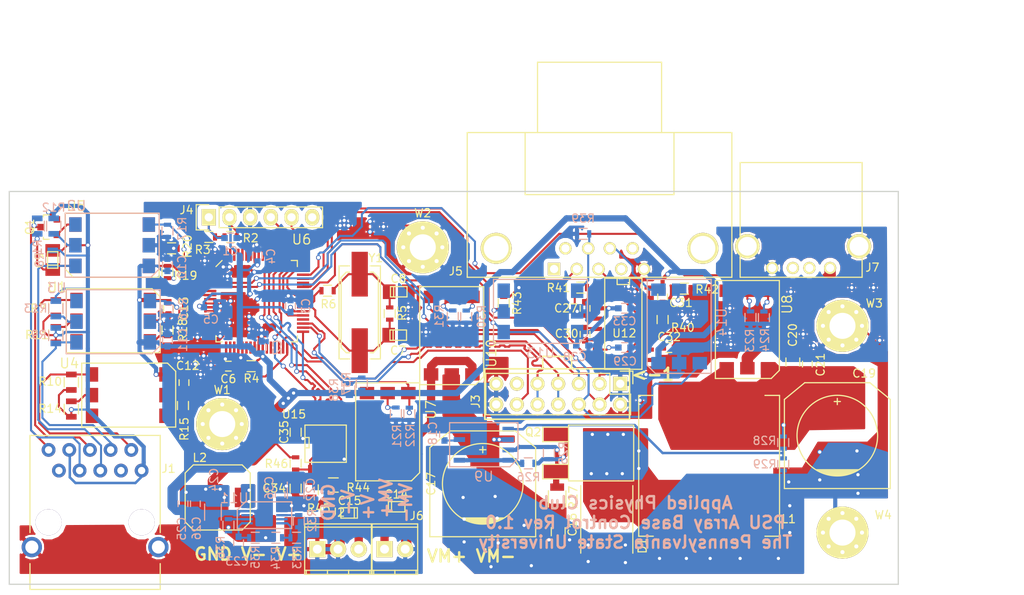
<source format=kicad_pcb>
(kicad_pcb (version 4) (host pcbnew 4.0.3-stable)
  (layers (0 F.Cu signal) (31 B.Cu signal hide) (34 B.Paste user) (35 F.Paste user) (36 B.SilkS user) (37 F.SilkS user) (38 B.Mask user hide) (39 F.Mask user hide) (44 Edge.Cuts user))
  (net 0 "")
  (net 1 MCLR)
  (net 2 GND)
  (net 3 +3V3)
  (net 4 "Net-(C6-Pad1)")
  (net 5 CLKIN)
  (net 6 "Net-(C8-Pad1)")
  (net 7 "Net-(Q1-Pad1)")
  (net 8 "Net-(R3-Pad1)")
  (net 9 CLKOUT)
  (net 10 RPi_En)
  (net 11 "Net-(U6-Pad2)")
  (net 12 "Net-(U6-Pad3)")
  (net 13 CMOS_TX)
  (net 14 CMOS_RX)
  (net 15 "Net-(U6-Pad6)")
  (net 16 "Net-(U6-Pad8)")
  (net 17 "Net-(U6-Pad11)")
  (net 18 "Net-(U6-Pad12)")
  (net 19 "Net-(U6-Pad17)")
  (net 20 "Net-(U6-Pad18)")
  (net 21 INV_Toggle_Safe)
  (net 22 INV_Temp_Safe)
  (net 23 INV_Power_Safe)
  (net 24 INV_Overload_Safe)
  (net 25 "Net-(U6-Pad27)")
  (net 26 "Net-(U6-Pad28)")
  (net 27 CMOS_CTS)
  (net 28 CMOS_RTS)
  (net 29 INV_Data_Safe)
  (net 30 Pi_VSense)
  (net 31 PiSCL)
  (net 32 PiSDA)
  (net 33 "Net-(U6-Pad36)")
  (net 34 PGED)
  (net 35 PGEC)
  (net 36 "Net-(U6-Pad45)")
  (net 37 "Net-(U6-Pad48)")
  (net 38 ADC_CS)
  (net 39 SCLK)
  (net 40 SDI)
  (net 41 SDO)
  (net 42 "Net-(U6-Pad53)")
  (net 43 "Net-(U6-Pad54)")
  (net 44 "Net-(U6-Pad55)")
  (net 45 "Net-(U6-Pad58)")
  (net 46 "Net-(U6-Pad59)")
  (net 47 "Net-(U6-Pad60)")
  (net 48 "Net-(U6-Pad61)")
  (net 49 "Net-(U6-Pad62)")
  (net 50 "Net-(U6-Pad63)")
  (net 51 Modem_En)
  (net 52 INV_VCC)
  (net 53 INV_LCD_GND)
  (net 54 INV_TOGGLE)
  (net 55 INV_AVCC)
  (net 56 INV_LED_PowerOn)
  (net 57 INV_LED_OverTemp)
  (net 58 INV_LED_Overload)
  (net 59 INV_LCD_Light)
  (net 60 INV_LCD_Data)
  (net 61 "Net-(R11-Pad1)")
  (net 62 "Net-(R12-Pad1)")
  (net 63 "Net-(R13-Pad1)")
  (net 64 "Net-(R14-Pad1)")
  (net 65 "Net-(R20-Pad2)")
  (net 66 "Net-(C14-Pad1)")
  (net 67 +BATT)
  (net 68 "Net-(D1-Pad1)")
  (net 69 "Net-(R21-Pad2)")
  (net 70 "Net-(R23-Pad2)")
  (net 71 +5V)
  (net 72 "Net-(C18-Pad1)")
  (net 73 "Net-(Q2-Pad1)")
  (net 74 "Net-(Q2-Pad3)")
  (net 75 "Net-(R26-Pad2)")
  (net 76 "Net-(R28-Pad2)")
  (net 77 "Net-(C16-Pad1)")
  (net 78 "Net-(R31-Pad2)")
  (net 79 "Net-(C23-Pad1)")
  (net 80 "Net-(C27-Pad1)")
  (net 81 "Net-(C27-Pad2)")
  (net 82 VCC)
  (net 83 "Net-(C29-Pad1)")
  (net 84 "Net-(C30-Pad1)")
  (net 85 "Net-(C30-Pad2)")
  (net 86 "Net-(C34-Pad1)")
  (net 87 "Net-(L2-Pad1)")
  (net 88 MODEM_DCD)
  (net 89 RS232_RX)
  (net 90 RS232_TX)
  (net 91 MODEM_DTR)
  (net 92 MODEM_DSR)
  (net 93 MODEM_RTS)
  (net 94 MODEM_CTS)
  (net 95 MODEM_RI)
  (net 96 "Net-(R32-Pad1)")
  (net 97 "Net-(R33-Pad1)")
  (net 98 "Net-(R36-Pad1)")
  (net 99 "Net-(R40-Pad1)")
  (net 100 "Net-(R41-Pad1)")
  (net 101 "Net-(R42-Pad2)")
  (net 102 "Net-(R43-Pad1)")
  (net 103 "Net-(U11-Pad8)")
  (net 104 "Net-(U11-Pad4)")
  (net 105 "Net-(U12-Pad10)")
  (net 106 "Net-(U15-Pad3)")
  (net 107 "Net-(J3-Pad11)")
  (net 108 "Net-(J4-Pad6)")
  (net 109 "Net-(J7-Pad3)")
  (net 110 "Net-(J7-Pad2)")
  (net 111 "Net-(J7-Pad1)")
  (net 112 "Net-(U6-Pad21)")
  (net 113 "Net-(U6-Pad22)")
  (net 114 "Net-(U6-Pad23)")
  (net 115 "Net-(U6-Pad24)")
  (net 116 RPi_5V_En)
  (net 117 "Net-(U6-Pad64)")
  (net 118 "Net-(U6-Pad1)")
  (net 119 "Net-(U6-Pad29)")
  (net 120 "Net-(U6-Pad30)")
  (module DigitalLogic:Via (layer F.Cu) (at 107.061 80.264)
    (fp_text reference "" hide)
    (fp_text value "" hide)
    (pad 1 thru_hole circle (at 0 0) (size 0.6 0.6) (drill 0.4) (layers *.Cu) (net 2 GND))
  )
  (module DigitalLogic:Via (layer F.Cu) (at 104.902 79.502)
    (fp_text reference "" hide)
    (fp_text value "" hide)
    (pad 1 thru_hole circle (at 0 0) (size 0.6 0.6) (drill 0.4) (layers *.Cu) (net 2 GND))
  )
  (module SMD_Packages:SOIC-8-N (layer F.Cu) (at 125.222 94.488)
    (fp_text reference U15 (at -3.882 -3.618 180) (layer F.SilkS))
    (fp_text value "12-Bit SPI ADC")
    (pad 8 smd rect (at -1.905 -3.175) (size 0.508 1.143) (layers F.Cu F.Paste F.Mask) (net 3 +3V3))
    (pad 7 smd rect (at -0.635 -3.175) (size 0.508 1.143) (layers F.Cu F.Paste F.Mask) (net 39 SCLK))
    (pad 6 smd rect (at 0.635 -3.175) (size 0.508 1.143) (layers F.Cu F.Paste F.Mask) (net 40 SDI))
    (pad 5 smd rect (at 1.905 -3.175) (size 0.508 1.143) (layers F.Cu F.Paste F.Mask) (net 41 SDO))
    (pad 4 smd rect (at 1.905 3.175) (size 0.508 1.143) (layers F.Cu F.Paste F.Mask) (net 2 GND))
    (pad 3 smd rect (at 0.635 3.175) (size 0.508 1.143) (layers F.Cu F.Paste F.Mask) (net 106 "Net-(U15-Pad3)"))
    (pad 2 smd rect (at -0.635 3.175) (size 0.508 1.143) (layers F.Cu F.Paste F.Mask) (net 86 "Net-(C34-Pad1)"))
    (pad 1 smd rect (at -1.905 3.175) (size 0.508 1.143) (layers F.Cu F.Paste F.Mask) (net 38 ADC_CS))
  )
  (module DigitalLogic:Via (layer F.Cu) (at 193.294 81.788)
    (fp_text reference "" hide)
    (fp_text value "" hide)
    (pad 1 thru_hole circle (at 0 0) (size 0.6 0.6) (drill 0.4) (layers *.Cu) (net 2 GND))
  )
  (module DigitalLogic:Via (layer F.Cu) (at 192.532 75.311)
    (fp_text reference "" hide)
    (fp_text value "" hide)
    (pad 1 thru_hole circle (at 0 0) (size 0.6 0.6) (drill 0.4) (layers *.Cu) (net 2 GND))
  )
  (module DigitalLogic:Via (layer F.Cu) (at 189.865 75.311)
    (fp_text reference "" hide)
    (fp_text value "" hide)
    (pad 1 thru_hole circle (at 0 0) (size 0.6 0.6) (drill 0.4) (layers *.Cu) (net 2 GND))
  )
  (module DigitalLogic:Via (layer F.Cu) (at 185.166 82.423)
    (fp_text reference "" hide)
    (fp_text value "" hide)
    (pad 1 thru_hole circle (at 0 0) (size 0.6 0.6) (drill 0.4) (layers *.Cu) (net 2 GND))
  )
  (module DigitalLogic:Via (layer F.Cu) (at 183.896 81.026)
    (fp_text reference "" hide)
    (fp_text value "" hide)
    (pad 1 thru_hole circle (at 0 0) (size 0.6 0.6) (drill 0.4) (layers *.Cu) (net 2 GND))
  )
  (module DigitalLogic:Via (layer F.Cu) (at 182.372 75.819)
    (fp_text reference "" hide)
    (fp_text value "" hide)
    (pad 1 thru_hole circle (at 0 0) (size 0.6 0.6) (drill 0.4) (layers *.Cu) (net 2 GND))
  )
  (module DigitalLogic:Via (layer F.Cu) (at 174.879 77.851)
    (fp_text reference "" hide)
    (fp_text value "" hide)
    (pad 1 thru_hole circle (at 0 0) (size 0.6 0.6) (drill 0.4) (layers *.Cu) (net 2 GND))
  )
  (module DigitalLogic:Via (layer F.Cu) (at 175.006 82.296)
    (fp_text reference "" hide)
    (fp_text value "" hide)
    (pad 1 thru_hole circle (at 0 0) (size 0.6 0.6) (drill 0.4) (layers *.Cu) (net 2 GND))
  )
  (module DigitalLogic:Via (layer F.Cu) (at 174.879 80.899)
    (fp_text reference "" hide)
    (fp_text value "" hide)
    (pad 1 thru_hole circle (at 0 0) (size 0.6 0.6) (drill 0.4) (layers *.Cu) (net 2 GND))
  )
  (module DigitalLogic:Via (layer F.Cu) (at 173.355 82.042)
    (fp_text reference "" hide)
    (fp_text value "" hide)
    (pad 1 thru_hole circle (at 0 0) (size 0.6 0.6) (drill 0.4) (layers *.Cu) (net 2 GND))
  )
  (module DigitalLogic:Via (layer F.Cu) (at 169.672 79.502)
    (fp_text reference "" hide)
    (fp_text value "" hide)
    (pad 1 thru_hole circle (at 0 0) (size 0.6 0.6) (drill 0.4) (layers *.Cu) (net 2 GND))
  )
  (module DigitalLogic:Via (layer F.Cu) (at 170.434 78.613)
    (fp_text reference "" hide)
    (fp_text value "" hide)
    (pad 1 thru_hole circle (at 0 0) (size 0.6 0.6) (drill 0.4) (layers *.Cu) (net 2 GND))
  )
  (module DigitalLogic:Via (layer F.Cu) (at 169.037 78.613)
    (fp_text reference "" hide)
    (fp_text value "" hide)
    (pad 1 thru_hole circle (at 0 0) (size 0.6 0.6) (drill 0.4) (layers *.Cu) (net 2 GND))
  )
  (module DigitalLogic:Via (layer F.Cu) (at 163.195 75.819)
    (fp_text reference "" hide)
    (fp_text value "" hide)
    (pad 1 thru_hole circle (at 0 0) (size 0.6 0.6) (drill 0.4) (layers *.Cu) (net 2 GND))
  )
  (module DigitalLogic:Via (layer F.Cu) (at 162.433 75.184)
    (fp_text reference "" hide)
    (fp_text value "" hide)
    (pad 1 thru_hole circle (at 0 0) (size 0.6 0.6) (drill 0.4) (layers *.Cu) (net 2 GND))
  )
  (module DigitalLogic:Via (layer F.Cu) (at 164.592 85.979)
    (fp_text reference "" hide)
    (fp_text value "" hide)
    (pad 1 thru_hole circle (at 0 0) (size 0.6 0.6) (drill 0.4) (layers *.Cu) (net 2 GND))
  )
  (module DigitalLogic:Via (layer F.Cu) (at 163.83 89.154)
    (fp_text reference "" hide)
    (fp_text value "" hide)
    (pad 1 thru_hole circle (at 0 0) (size 0.6 0.6) (drill 0.4) (layers *.Cu) (net 2 GND))
  )
  (module DigitalLogic:Via (layer F.Cu) (at 137.541 80.772)
    (fp_text reference "" hide)
    (fp_text value "" hide)
    (pad 1 thru_hole circle (at 0 0) (size 0.6 0.6) (drill 0.4) (layers *.Cu) (net 2 GND))
  )
  (module DigitalLogic:Via (layer F.Cu) (at 135.382 79.121)
    (fp_text reference "" hide)
    (fp_text value "" hide)
    (pad 1 thru_hole circle (at 0 0) (size 0.6 0.6) (drill 0.4) (layers *.Cu) (net 2 GND))
  )
  (module DigitalLogic:Via (layer F.Cu) (at 135.382 77.724)
    (fp_text reference "" hide)
    (fp_text value "" hide)
    (pad 1 thru_hole circle (at 0 0) (size 0.6 0.6) (drill 0.4) (layers *.Cu) (net 2 GND))
  )
  (module DigitalLogic:Via (layer F.Cu) (at 132.334 67.818)
    (fp_text reference "" hide)
    (fp_text value "" hide)
    (pad 1 thru_hole circle (at 0 0) (size 0.6 0.6) (drill 0.4) (layers *.Cu) (net 2 GND))
  )
  (module DigitalLogic:Via (layer F.Cu) (at 130.683 67.183)
    (fp_text reference "" hide)
    (fp_text value "" hide)
    (pad 1 thru_hole circle (at 0 0) (size 0.6 0.6) (drill 0.4) (layers *.Cu) (net 2 GND))
  )
  (module DigitalLogic:Via (layer F.Cu) (at 130.683 68.453)
    (fp_text reference "" hide)
    (fp_text value "" hide)
    (pad 1 thru_hole circle (at 0 0) (size 0.6 0.6) (drill 0.4) (layers *.Cu) (net 2 GND))
  )
  (module DigitalLogic:Via (layer F.Cu) (at 128.016 67.691)
    (fp_text reference "" hide)
    (fp_text value "" hide)
    (pad 1 thru_hole circle (at 0 0) (size 0.6 0.6) (drill 0.4) (layers *.Cu) (net 2 GND))
  )
  (module DigitalLogic:Via (layer F.Cu) (at 127 67.691)
    (fp_text reference "" hide)
    (fp_text value "" hide)
    (pad 1 thru_hole circle (at 0 0) (size 0.6 0.6) (drill 0.4) (layers *.Cu) (net 2 GND))
  )
  (module DigitalLogic:Via (layer F.Cu) (at 127.508 67.056)
    (fp_text reference "" hide)
    (fp_text value "" hide)
    (pad 1 thru_hole circle (at 0 0) (size 0.6 0.6) (drill 0.4) (layers *.Cu) (net 2 GND))
  )
  (module DigitalLogic:Via (layer F.Cu) (at 110.363 72.009)
    (fp_text reference "" hide)
    (fp_text value "" hide)
    (pad 1 thru_hole circle (at 0 0) (size 0.6 0.6) (drill 0.4) (layers *.Cu) (net 2 GND))
  )
  (module DigitalLogic:Via (layer F.Cu) (at 111.633 70.612)
    (fp_text reference "" hide)
    (fp_text value "" hide)
    (pad 1 thru_hole circle (at 0 0) (size 0.6 0.6) (drill 0.4) (layers *.Cu) (net 2 GND))
  )
  (module DigitalLogic:Via (layer F.Cu) (at 116.459 73.406)
    (fp_text reference "" hide)
    (fp_text value "" hide)
    (pad 1 thru_hole circle (at 0 0) (size 0.6 0.6) (drill 0.4) (layers *.Cu) (net 2 GND))
  )
  (module DigitalLogic:Via (layer F.Cu) (at 113.411 72.771)
    (fp_text reference "" hide)
    (fp_text value "" hide)
    (pad 1 thru_hole circle (at 0 0) (size 0.6 0.6) (drill 0.4) (layers *.Cu) (net 2 GND))
  )
  (module DigitalLogic:Via (layer F.Cu) (at 113.157 73.914)
    (fp_text reference "" hide)
    (fp_text value "" hide)
    (pad 1 thru_hole circle (at 0 0) (size 0.6 0.6) (drill 0.4) (layers *.Cu) (net 2 GND))
  )
  (module DigitalLogic:Via (layer F.Cu) (at 117.348 80.518)
    (fp_text reference "" hide)
    (fp_text value "" hide)
    (pad 1 thru_hole circle (at 0 0) (size 0.6 0.6) (drill 0.4) (layers *.Cu) (net 2 GND))
  )
  (module DigitalLogic:Via (layer F.Cu) (at 115.824 80.391)
    (fp_text reference "" hide)
    (fp_text value "" hide)
    (pad 1 thru_hole circle (at 0 0) (size 0.6 0.6) (drill 0.4) (layers *.Cu) (net 2 GND))
  )
  (module DigitalLogic:Via (layer F.Cu) (at 115.824 78.867)
    (fp_text reference "" hide)
    (fp_text value "" hide)
    (pad 1 thru_hole circle (at 0 0) (size 0.6 0.6) (drill 0.4) (layers *.Cu) (net 2 GND))
  )
  (module DigitalLogic:Via (layer F.Cu) (at 116.84 76.708)
    (fp_text reference "" hide)
    (fp_text value "" hide)
    (pad 1 thru_hole circle (at 0 0) (size 0.6 0.6) (drill 0.4) (layers *.Cu) (net 2 GND))
  )
  (module DigitalLogic:Via (layer F.Cu) (at 115.951 76.073)
    (fp_text reference "" hide)
    (fp_text value "" hide)
    (pad 1 thru_hole circle (at 0 0) (size 0.6 0.6) (drill 0.4) (layers *.Cu) (net 2 GND))
  )
  (module DigitalLogic:Via (layer F.Cu) (at 113.538 76.962)
    (fp_text reference "" hide)
    (fp_text value "" hide)
    (pad 1 thru_hole circle (at 0 0) (size 0.6 0.6) (drill 0.4) (layers *.Cu) (net 2 GND))
  )
  (module DigitalLogic:Via (layer F.Cu) (at 113.411 79.629)
    (fp_text reference "" hide)
    (fp_text value "" hide)
    (pad 1 thru_hole circle (at 0 0) (size 0.6 0.6) (drill 0.4) (layers *.Cu) (net 2 GND))
  )
  (module DigitalLogic:Via (layer F.Cu) (at 112.268 81.28)
    (fp_text reference "" hide)
    (fp_text value "" hide)
    (pad 1 thru_hole circle (at 0 0) (size 0.6 0.6) (drill 0.4) (layers *.Cu) (net 2 GND))
  )
  (module DigitalLogic:Via (layer F.Cu) (at 109.474 81.407)
    (fp_text reference "" hide)
    (fp_text value "" hide)
    (pad 1 thru_hole circle (at 0 0) (size 0.6 0.6) (drill 0.4) (layers *.Cu) (net 2 GND))
  )
  (module DigitalLogic:Via (layer F.Cu) (at 110.236 83.693)
    (fp_text reference "" hide)
    (fp_text value "" hide)
    (pad 1 thru_hole circle (at 0 0) (size 0.6 0.6) (drill 0.4) (layers *.Cu) (net 2 GND))
  )
  (module DigitalLogic:Via (layer F.Cu) (at 107.188 83.947)
    (fp_text reference "" hide)
    (fp_text value "" hide)
    (pad 1 thru_hole circle (at 0 0) (size 0.6 0.6) (drill 0.4) (layers *.Cu) (net 2 GND))
  )
  (module DigitalLogic:Via (layer F.Cu) (at 109.22 84.709)
    (fp_text reference "" hide)
    (fp_text value "" hide)
    (pad 1 thru_hole circle (at 0 0) (size 0.6 0.6) (drill 0.4) (layers *.Cu) (net 2 GND))
  )
  (module DigitalLogic:Via (layer F.Cu) (at 111.125 84.836)
    (fp_text reference "" hide)
    (fp_text value "" hide)
    (pad 1 thru_hole circle (at 0 0) (size 0.6 0.6) (drill 0.4) (layers *.Cu) (net 2 GND))
  )
  (module DigitalLogic:Via (layer F.Cu) (at 109.855 85.979)
    (fp_text reference "" hide)
    (fp_text value "" hide)
    (pad 1 thru_hole circle (at 0 0) (size 0.6 0.6) (drill 0.4) (layers *.Cu) (net 2 GND))
  )
  (module DigitalLogic:Via (layer F.Cu) (at 120.015 89.535)
    (fp_text reference "" hide)
    (fp_text value "" hide)
    (pad 1 thru_hole circle (at 0 0) (size 0.6 0.6) (drill 0.4) (layers *.Cu) (net 3 +3V3))
  )
  (module DigitalLogic:Via (layer F.Cu) (at 120.65 88.9)
    (fp_text reference "" hide)
    (fp_text value "" hide)
    (pad 1 thru_hole circle (at 0 0) (size 0.6 0.6) (drill 0.4) (layers *.Cu) (net 3 +3V3))
  )
  (module DigitalLogic:Via (layer F.Cu) (at 121.285 88.265)
    (fp_text reference "" hide)
    (fp_text value "" hide)
    (pad 1 thru_hole circle (at 0 0) (size 0.6 0.6) (drill 0.4) (layers *.Cu) (net 3 +3V3))
  )
  (module DigitalLogic:Via (layer F.Cu) (at 149.606 104.521)
    (fp_text reference "" hide)
    (fp_text value "" hide)
    (pad 1 thru_hole circle (at 0 0) (size 0.6 0.6) (drill 0.4) (layers *.Cu) (net 2 GND))
  )
  (module DigitalLogic:Via (layer F.Cu) (at 145.542 109.601)
    (fp_text reference "" hide)
    (fp_text value "" hide)
    (pad 1 thru_hole circle (at 0 0) (size 0.6 0.6) (drill 0.4) (layers *.Cu) (net 2 GND))
  )
  (module DigitalLogic:Via (layer F.Cu) (at 150.495 109.474)
    (fp_text reference "" hide)
    (fp_text value "" hide)
    (pad 1 thru_hole circle (at 0 0) (size 0.6 0.6) (drill 0.4) (layers *.Cu) (net 2 GND))
  )
  (module DigitalLogic:Via (layer F.Cu) (at 190.627 100.584)
    (fp_text reference "" hide)
    (fp_text value "" hide)
    (pad 1 thru_hole circle (at 0 0) (size 0.6 0.6) (drill 0.4) (layers *.Cu) (net 2 GND))
  )
  (module DigitalLogic:Via (layer F.Cu) (at 190.627 98.298)
    (fp_text reference "" hide)
    (fp_text value "" hide)
    (pad 1 thru_hole circle (at 0 0) (size 0.6 0.6) (drill 0.4) (layers *.Cu) (net 2 GND))
  )
  (module DigitalLogic:Via (layer F.Cu) (at 190.5 95.377)
    (fp_text reference "" hide)
    (fp_text value "" hide)
    (pad 1 thru_hole circle (at 0 0) (size 0.6 0.6) (drill 0.4) (layers *.Cu) (net 2 GND))
  )
  (module DigitalLogic:Via (layer F.Cu) (at 185.928 95.504)
    (fp_text reference "" hide)
    (fp_text value "" hide)
    (pad 1 thru_hole circle (at 0 0) (size 0.6 0.6) (drill 0.4) (layers *.Cu) (net 2 GND))
  )
  (module DigitalLogic:Via (layer F.Cu) (at 185.928 98.933)
    (fp_text reference "" hide)
    (fp_text value "" hide)
    (pad 1 thru_hole circle (at 0 0) (size 0.6 0.6) (drill 0.4) (layers *.Cu) (net 2 GND))
  )
  (module DigitalLogic:Via (layer F.Cu) (at 182.118 99.187)
    (fp_text reference "" hide)
    (fp_text value "" hide)
    (pad 1 thru_hole circle (at 0 0) (size 0.6 0.6) (drill 0.4) (layers *.Cu) (net 2 GND))
  )
  (module DigitalLogic:Via (layer F.Cu) (at 182.245 102.108)
    (fp_text reference "" hide)
    (fp_text value "" hide)
    (pad 1 thru_hole circle (at 0 0) (size 0.6 0.6) (drill 0.4) (layers *.Cu) (net 2 GND))
  )
  (module DigitalLogic:Via (layer F.Cu) (at 182.245 105.41)
    (fp_text reference "" hide)
    (fp_text value "" hide)
    (pad 1 thru_hole circle (at 0 0) (size 0.6 0.6) (drill 0.4) (layers *.Cu) (net 2 GND))
  )
  (module DigitalLogic:Via (layer F.Cu) (at 180.848 108.585)
    (fp_text reference "" hide)
    (fp_text value "" hide)
    (pad 1 thru_hole circle (at 0 0) (size 0.6 0.6) (drill 0.4) (layers *.Cu) (net 2 GND))
  )
  (module DigitalLogic:Via (layer F.Cu) (at 176.149 108.585)
    (fp_text reference "" hide)
    (fp_text value "" hide)
    (pad 1 thru_hole circle (at 0 0) (size 0.6 0.6) (drill 0.4) (layers *.Cu) (net 2 GND))
  )
  (module DigitalLogic:Via (layer F.Cu) (at 172.466 108.585)
    (fp_text reference "" hide)
    (fp_text value "" hide)
    (pad 1 thru_hole circle (at 0 0) (size 0.6 0.6) (drill 0.4) (layers *.Cu) (net 2 GND))
  )
  (module DigitalLogic:Via (layer F.Cu) (at 169.545 108.585)
    (fp_text reference "" hide)
    (fp_text value "" hide)
    (pad 1 thru_hole circle (at 0 0) (size 0.6 0.6) (drill 0.4) (layers *.Cu) (net 2 GND))
  )
  (module DigitalLogic:Via (layer F.Cu) (at 166.243 108.585)
    (fp_text reference "" hide)
    (fp_text value "" hide)
    (pad 1 thru_hole circle (at 0 0) (size 0.6 0.6) (drill 0.4) (layers *.Cu) (net 2 GND))
  )
  (module DigitalLogic:Via (layer F.Cu) (at 157.48 108.966)
    (fp_text reference "" hide)
    (fp_text value "" hide)
    (pad 1 thru_hole circle (at 0 0) (size 0.6 0.6) (drill 0.4) (layers *.Cu) (net 2 GND))
  )
  (module DigitalLogic:Via (layer F.Cu) (at 162.052 109.093)
    (fp_text reference "" hide)
    (fp_text value "" hide)
    (pad 1 thru_hole circle (at 0 0) (size 0.6 0.6) (drill 0.4) (layers *.Cu) (net 2 GND))
  )
  (module DigitalLogic:Via (layer F.Cu) (at 162.052 106.934)
    (fp_text reference "" hide)
    (fp_text value "" hide)
    (pad 1 thru_hole circle (at 0 0) (size 0.6 0.6) (drill 0.4) (layers *.Cu) (net 2 GND))
  )
  (module DigitalLogic:Via (layer F.Cu) (at 157.48 106.934)
    (fp_text reference "" hide)
    (fp_text value "" hide)
    (pad 1 thru_hole circle (at 0 0) (size 0.6 0.6) (drill 0.4) (layers *.Cu) (net 2 GND))
  )
  (module DigitalLogic:Via (layer F.Cu) (at 155.194 106.299)
    (fp_text reference "" hide)
    (fp_text value "" hide)
    (pad 1 thru_hole circle (at 0 0) (size 0.6 0.6) (drill 0.4) (layers *.Cu) (net 2 GND))
  )
  (module DigitalLogic:Via (layer F.Cu) (at 152.654 106.299)
    (fp_text reference "" hide)
    (fp_text value "" hide)
    (pad 1 thru_hole circle (at 0 0) (size 0.6 0.6) (drill 0.4) (layers *.Cu) (net 2 GND))
  )
  (module DigitalLogic:Via (layer F.Cu) (at 146.431 106.68)
    (fp_text reference "" hide)
    (fp_text value "" hide)
    (pad 1 thru_hole circle (at 0 0) (size 0.6 0.6) (drill 0.4) (layers *.Cu) (net 2 GND))
  )
  (module DigitalLogic:Via (layer F.Cu) (at 142.24 106.553)
    (fp_text reference "" hide)
    (fp_text value "" hide)
    (pad 1 thru_hole circle (at 0 0) (size 0.6 0.6) (drill 0.4) (layers *.Cu) (net 2 GND))
  )
  (module DigitalLogic:Via (layer F.Cu) (at 142.24 103.759)
    (fp_text reference "" hide)
    (fp_text value "" hide)
    (pad 1 thru_hole circle (at 0 0) (size 0.6 0.6) (drill 0.4) (layers *.Cu) (net 2 GND))
  )
  (module DigitalLogic:Via (layer F.Cu) (at 146.304 103.632)
    (fp_text reference "" hide)
    (fp_text value "" hide)
    (pad 1 thru_hole circle (at 0 0) (size 0.6 0.6) (drill 0.4) (layers *.Cu) (net 2 GND))
  )
  (module DigitalLogic:Via (layer F.Cu) (at 146.05 100.965)
    (fp_text reference "" hide)
    (fp_text value "" hide)
    (pad 1 thru_hole circle (at 0 0) (size 0.6 0.6) (drill 0.4) (layers *.Cu) (net 2 GND))
  )
  (module DigitalLogic:Via (layer F.Cu) (at 142.113 101.092)
    (fp_text reference "" hide)
    (fp_text value "" hide)
    (pad 1 thru_hole circle (at 0 0) (size 0.6 0.6) (drill 0.4) (layers *.Cu) (net 2 GND))
  )
  (module DigitalLogic:Via (layer F.Cu) (at 159.893 93.345)
    (fp_text reference "" hide)
    (fp_text value "" hide)
    (pad 1 thru_hole circle (at 0 0) (size 0.6 0.6) (drill 0.4) (layers *.Cu) (net 68 "Net-(D1-Pad1)"))
  )
  (module DigitalLogic:Via (layer F.Cu) (at 157.988 93.345)
    (fp_text reference "" hide)
    (fp_text value "" hide)
    (pad 1 thru_hole circle (at 0 0) (size 0.6 0.6) (drill 0.4) (layers *.Cu) (net 68 "Net-(D1-Pad1)"))
  )
  (module DigitalLogic:Via (layer F.Cu) (at 161.798 93.345)
    (fp_text reference "" hide)
    (fp_text value "" hide)
    (pad 1 thru_hole circle (at 0 0) (size 0.6 0.6) (drill 0.4) (layers *.Cu) (net 68 "Net-(D1-Pad1)"))
  )
  (module DigitalLogic:Via (layer F.Cu) (at 163.703 95.377)
    (fp_text reference "" hide)
    (fp_text value "" hide)
    (pad 1 thru_hole circle (at 0 0) (size 0.6 0.6) (drill 0.4) (layers *.Cu) (net 68 "Net-(D1-Pad1)"))
  )
  (module DigitalLogic:Via (layer F.Cu) (at 163.703 97.536)
    (fp_text reference "" hide)
    (fp_text value "" hide)
    (pad 1 thru_hole circle (at 0 0) (size 0.6 0.6) (drill 0.4) (layers *.Cu) (net 68 "Net-(D1-Pad1)"))
  )
  (module DigitalLogic:Via (layer F.Cu) (at 161.671 98.171)
    (fp_text reference "" hide)
    (fp_text value "" hide)
    (pad 1 thru_hole circle (at 0 0) (size 0.6 0.6) (drill 0.4) (layers *.Cu) (net 68 "Net-(D1-Pad1)"))
  )
  (module DigitalLogic:Via (layer F.Cu) (at 159.766 98.171)
    (fp_text reference "" hide)
    (fp_text value "" hide)
    (pad 1 thru_hole circle (at 0 0) (size 0.6 0.6) (drill 0.4) (layers *.Cu) (net 68 "Net-(D1-Pad1)"))
  )
  (module DigitalLogic:Via (layer F.Cu) (at 157.861 98.171)
    (fp_text reference "" hide)
    (fp_text value "" hide)
    (pad 1 thru_hole circle (at 0 0) (size 0.6 0.6) (drill 0.4) (layers *.Cu) (net 68 "Net-(D1-Pad1)"))
  )
  (module DigitalLogic:Via (layer F.Cu) (at 122.555 102.108)
    (fp_text reference "" hide)
    (fp_text value "" hide)
    (pad 1 thru_hole circle (at 0 0) (size 0.6 0.6) (drill 0.4) (layers *.Cu) (net 67 +BATT))
  )
  (module Resistors_SMD:R_0603 (layer B.Cu) (at 113.284 104.509 270)
    (fp_text reference R36 (at 2.731 0.974 270) (layer B.SilkS) (effects (justify mirror)))
    (fp_text value 1K)
    (pad 1 smd rect (at -0.75 0 270) (size 0.5 0.9) (layers B.Cu B.Paste B.Mask) (net 98 "Net-(R36-Pad1)"))
    (pad 2 smd rect (at 0.75 0 270) (size 0.5 0.9) (layers B.Cu B.Paste B.Mask) (net 3 +3V3))
  )
  (module DigitalLogic:Via (layer F.Cu) (at 121.031 102.108)
    (fp_text reference "" hide)
    (fp_text value "" hide)
    (pad 1 thru_hole circle (at 0 0) (size 0.6 0.6) (drill 0.4) (layers *.Cu) (net 67 +BATT))
  )
  (module DigitalLogic:Via (layer F.Cu) (at 117.856 106.045)
    (fp_text reference "" hide)
    (fp_text value "" hide)
    (pad 1 thru_hole circle (at 0 0) (size 0.6 0.6) (drill 0.4) (layers *.Cu) (net 3 +3V3))
  )
  (module DigitalLogic:Via (layer F.Cu) (at 108.077 100.457)
    (fp_text reference "" hide)
    (fp_text value "" hide)
    (pad 1 thru_hole circle (at 0 0) (size 0.6 0.6) (drill 0.4) (layers *.Cu) (net 3 +3V3))
  )
  (module DigitalLogic:Via (layer F.Cu) (at 112.776 101.092)
    (fp_text reference "" hide)
    (fp_text value "" hide)
    (pad 1 thru_hole circle (at 0 0) (size 0.6 0.6) (drill 0.4) (layers *.Cu) (net 3 +3V3))
  )
  (module DigitalLogic:Via (layer F.Cu) (at 110.49 100.076)
    (fp_text reference "" hide)
    (fp_text value "" hide)
    (pad 1 thru_hole circle (at 0 0) (size 0.6 0.6) (drill 0.4) (layers *.Cu) (net 3 +3V3))
  )
  (module DigitalLogic:Via (layer F.Cu) (at 112.268 100.076)
    (fp_text reference "" hide)
    (fp_text value "" hide)
    (pad 1 thru_hole circle (at 0 0) (size 0.6 0.6) (drill 0.4) (layers *.Cu) (net 3 +3V3))
  )
  (module DigitalLogic:Via (layer F.Cu) (at 115.824 100.203)
    (fp_text reference "" hide)
    (fp_text value "" hide)
    (pad 1 thru_hole circle (at 0 0) (size 0.6 0.6) (drill 0.4) (layers *.Cu) (net 87 "Net-(L2-Pad1)"))
  )
  (module DigitalLogic:Via (layer F.Cu) (at 115.824 101.6)
    (fp_text reference "" hide)
    (fp_text value "" hide)
    (pad 1 thru_hole circle (at 0 0) (size 0.6 0.6) (drill 0.4) (layers *.Cu) (net 87 "Net-(L2-Pad1)"))
  )
  (module Capacitors_SMD:C_0603 (layer B.Cu) (at 113.55 69.215)
    (fp_text reference C1 (at -0.04 1.605) (layer B.SilkS) (effects (justify mirror)))
    (fp_text value 100nF)
    (pad 1 smd rect (at -0.75 0) (size 0.8 0.75) (layers B.Cu B.Paste B.Mask) (net 1 MCLR))
    (pad 2 smd rect (at 0.75 0) (size 0.8 0.75) (layers B.Cu B.Paste B.Mask) (net 2 GND))
  )
  (module Capacitors_SMD:C_0603 (layer B.Cu) (at 117.348 82.665 90)
    (fp_text reference C2 (at 0 1.9 90) (layer B.SilkS) (effects (justify mirror)))
    (fp_text value 100nF)
    (pad 1 smd rect (at -0.75 0 90) (size 0.8 0.75) (layers B.Cu B.Paste B.Mask) (net 3 +3V3))
    (pad 2 smd rect (at 0.75 0 90) (size 0.8 0.75) (layers B.Cu B.Paste B.Mask) (net 2 GND))
  )
  (module Capacitors_SMD:C_0603 (layer B.Cu) (at 120.904 77.585 90)
    (fp_text reference C3 (at 0 1.9 90) (layer B.SilkS) (effects (justify mirror)))
    (fp_text value 100nF)
    (pad 1 smd rect (at -0.75 0 90) (size 0.8 0.75) (layers B.Cu B.Paste B.Mask) (net 3 +3V3))
    (pad 2 smd rect (at 0.75 0 90) (size 0.8 0.75) (layers B.Cu B.Paste B.Mask) (net 2 GND))
  )
  (module Capacitors_SMD:C_0603 (layer B.Cu) (at 116.84 71.362 90)
    (fp_text reference C4 (at -0.108 1.66 90) (layer B.SilkS) (effects (justify mirror)))
    (fp_text value 100nF)
    (pad 1 smd rect (at -0.75 0 90) (size 0.8 0.75) (layers B.Cu B.Paste B.Mask) (net 3 +3V3))
    (pad 2 smd rect (at 0.75 0 90) (size 0.8 0.75) (layers B.Cu B.Paste B.Mask) (net 2 GND))
  )
  (module Capacitors_SMD:C_0603 (layer B.Cu) (at 111.01 77.724)
    (fp_text reference C5 (at 0.12 1.496) (layer B.SilkS) (effects (justify mirror)))
    (fp_text value 100nF)
    (pad 1 smd rect (at -0.75 0) (size 0.8 0.75) (layers B.Cu B.Paste B.Mask) (net 3 +3V3))
    (pad 2 smd rect (at 0.75 0) (size 0.8 0.75) (layers B.Cu B.Paste B.Mask) (net 2 GND))
  )
  (module Capacitors_SMD:C_0603 (layer F.Cu) (at 113.272 84.963 180)
    (fp_text reference C6 (at 0.002 -1.567 180) (layer F.SilkS))
    (fp_text value 100nF)
    (pad 1 smd rect (at -0.75 0 180) (size 0.8 0.75) (layers F.Cu F.Paste F.Mask) (net 4 "Net-(C6-Pad1)"))
    (pad 2 smd rect (at 0.75 0 180) (size 0.8 0.75) (layers F.Cu F.Paste F.Mask) (net 2 GND))
  )
  (module Capacitors_Tantalum_SMD:TantalC_SizeR_EIA-2012 (layer F.Cu) (at 134.14502 81.153 180)
    (fp_text reference C7 (at 0.02502 -1.877 180) (layer F.SilkS))
    (fp_text value 30-36pF)
    (pad 1 smd rect (at 1.17602 0 180) (size 1.5494 1.80086) (layers F.Cu F.Paste F.Mask) (net 5 CLKIN))
    (pad 2 smd rect (at -1.17602 0 180) (size 1.5494 1.80086) (layers F.Cu F.Paste F.Mask) (net 2 GND))
  )
  (module Capacitors_Tantalum_SMD:TantalC_SizeR_EIA-2012 (layer F.Cu) (at 134.20598 75.819 180)
    (fp_text reference C8 (at 0.03598 1.609 180) (layer F.SilkS))
    (fp_text value 30-36pF)
    (pad 1 smd rect (at 1.17602 0 180) (size 1.5494 1.80086) (layers F.Cu F.Paste F.Mask) (net 6 "Net-(C8-Pad1)"))
    (pad 2 smd rect (at -1.17602 0 180) (size 1.5494 1.80086) (layers F.Cu F.Paste F.Mask) (net 2 GND))
  )
  (module SOT-23 (layer F.Cu) (at 91.20124 67.879 90)
    (fp_text reference Q1 (at 0.039 -2.31124 90) (layer F.SilkS))
    (fp_text value BC817-40)
    (pad 1 smd rect (at -0.95 1.00076 90) (size 0.8001 0.8001) (layers F.Cu F.Paste F.Mask) (net 7 "Net-(Q1-Pad1)"))
    (pad 2 smd rect (at 0.95 1.00076 90) (size 0.8001 0.8001) (layers F.Cu F.Paste F.Mask) (net 53 INV_LCD_GND))
    (pad 3 smd rect (at 0 -0.99822 90) (size 0.8001 0.8001) (layers F.Cu F.Paste F.Mask) (net 54 INV_TOGGLE))
  )
  (module Resistors_SMD:R_0805 (layer B.Cu) (at 89.789 67.752 90)
    (fp_text reference R1 (at -2.598 0.051 90) (layer B.SilkS) (effects (justify mirror)))
    (fp_text value 10K)
    (pad 1 smd rect (at -0.95 0 90) (size 0.7 1.3) (layers B.Cu B.Paste B.Mask) (net 52 INV_VCC))
    (pad 2 smd rect (at 0.95 0 90) (size 0.7 1.3) (layers B.Cu B.Paste B.Mask) (net 54 INV_TOGGLE))
  )
  (module Resistors_SMD:R_0603 (layer F.Cu) (at 113.55 69.088)
    (fp_text reference R2 (at 2.46 0.142) (layer F.SilkS))
    (fp_text value 10K)
    (pad 1 smd rect (at -0.75 0) (size 0.5 0.9) (layers F.Cu F.Paste F.Mask) (net 1 MCLR))
    (pad 2 smd rect (at 0.75 0) (size 0.5 0.9) (layers F.Cu F.Paste F.Mask) (net 3 +3V3))
  )
  (module Resistors_SMD:R_0603 (layer F.Cu) (at 110.883 69.088)
    (fp_text reference R3 (at -0.763 1.572) (layer F.SilkS))
    (fp_text value 100R)
    (pad 1 smd rect (at -0.75 0) (size 0.5 0.9) (layers F.Cu F.Paste F.Mask) (net 8 "Net-(R3-Pad1)"))
    (pad 2 smd rect (at 0.75 0) (size 0.5 0.9) (layers F.Cu F.Paste F.Mask) (net 1 MCLR))
  )
  (module Resistors_SMD:R_0603 (layer F.Cu) (at 116.066 84.963 180)
    (fp_text reference R4 (at -0.044 -1.507 180) (layer F.SilkS))
    (fp_text value 10R)
    (pad 1 smd rect (at -0.75 0 180) (size 0.5 0.9) (layers F.Cu F.Paste F.Mask) (net 3 +3V3))
    (pad 2 smd rect (at 0.75 0 180) (size 0.5 0.9) (layers F.Cu F.Paste F.Mask) (net 4 "Net-(C6-Pad1)"))
  )
  (module Resistors_SMD:R_0603 (layer F.Cu) (at 133.096 78.498 90)
    (fp_text reference R5 (at 0.058 1.524 90) (layer F.SilkS))
    (fp_text value R)
    (pad 1 smd rect (at -0.75 0 90) (size 0.5 0.9) (layers F.Cu F.Paste F.Mask) (net 5 CLKIN))
    (pad 2 smd rect (at 0.75 0 90) (size 0.5 0.9) (layers F.Cu F.Paste F.Mask) (net 6 "Net-(C8-Pad1)"))
  )
  (module Resistors_SMD:R_0603 (layer F.Cu) (at 125.464 75.692 180)
    (fp_text reference R6 (at -0.106 -1.648 180) (layer F.SilkS))
    (fp_text value 0R)
    (pad 1 smd rect (at -0.75 0 180) (size 0.5 0.9) (layers F.Cu F.Paste F.Mask) (net 6 "Net-(C8-Pad1)"))
    (pad 2 smd rect (at 0.75 0 180) (size 0.5 0.9) (layers F.Cu F.Paste F.Mask) (net 9 CLKOUT))
  )
  (module Crystals:Q_49U3HMS (layer F.Cu) (at 129.413 78.359 270)
    (fp_text reference Y1 (at -6.689 -1.967 360) (layer F.SilkS))
    (fp_text value 4MHz)
    (pad 1 smd rect (at -4.699 0 270) (size 5.4991 1.99898) (layers F.Cu F.Paste F.Mask) (net 6 "Net-(C8-Pad1)"))
    (pad 2 smd rect (at 4.699 0 270) (size 5.4991 1.99898) (layers F.Cu F.Paste F.Mask) (net 5 CLKIN))
  )
  (module Capacitors_Tantalum_SMD:TantalC_SizeR_EIA-2012 (layer F.Cu) (at 91.694 71.91502 270)
    (fp_text reference C9 (at 0.05498 1.644 270) (layer F.SilkS))
    (fp_text value 0.1uF)
    (pad 1 smd rect (at 1.17602 0 270) (size 1.5494 1.80086) (layers F.Cu F.Paste F.Mask) (net 52 INV_VCC))
    (pad 2 smd rect (at -1.17602 0 270) (size 1.5494 1.80086) (layers F.Cu F.Paste F.Mask) (net 53 INV_LCD_GND))
  )
  (module Capacitors_SMD:C_0603 (layer B.Cu) (at 105.791 72.505 90)
    (fp_text reference C10 (at -0.265 1.779 90) (layer B.SilkS) (effects (justify mirror)))
    (fp_text value 0.1uF)
    (pad 1 smd rect (at -0.75 0 90) (size 0.8 0.75) (layers B.Cu B.Paste B.Mask) (net 3 +3V3))
    (pad 2 smd rect (at 0.75 0 90) (size 0.8 0.75) (layers B.Cu B.Paste B.Mask) (net 2 GND))
  )
  (module Capacitors_SMD:C_0603 (layer B.Cu) (at 105.791 81.776 90)
    (fp_text reference C11 (at 0 1.9 90) (layer B.SilkS) (effects (justify mirror)))
    (fp_text value 0.1uF)
    (pad 1 smd rect (at -0.75 0 90) (size 0.8 0.75) (layers B.Cu B.Paste B.Mask) (net 3 +3V3))
    (pad 2 smd rect (at 0.75 0 90) (size 0.8 0.75) (layers B.Cu B.Paste B.Mask) (net 2 GND))
  )
  (module Capacitors_SMD:C_0603 (layer F.Cu) (at 107.823 86.983 270)
    (fp_text reference C12 (at -2.073 -0.467 360) (layer F.SilkS))
    (fp_text value 0.1uF)
    (pad 1 smd rect (at -0.75 0 270) (size 0.8 0.75) (layers F.Cu F.Paste F.Mask) (net 3 +3V3))
    (pad 2 smd rect (at 0.75 0 270) (size 0.8 0.75) (layers F.Cu F.Paste F.Mask) (net 2 GND))
  )
  (module Capacitors_SMD:C_0603 (layer F.Cu) (at 105.918 77.863 270)
    (fp_text reference C13 (at 0 -1.9 270) (layer F.SilkS))
    (fp_text value 0.1uF)
    (pad 1 smd rect (at -0.75 0 270) (size 0.8 0.75) (layers F.Cu F.Paste F.Mask) (net 3 +3V3))
    (pad 2 smd rect (at 0.75 0 270) (size 0.8 0.75) (layers F.Cu F.Paste F.Mask) (net 2 GND))
  )
  (module Resistors_SMD:R_0805 (layer F.Cu) (at 92.075 77.79 270)
    (fp_text reference R7 (at 0.08 2.175 360) (layer F.SilkS))
    (fp_text value 10K)
    (pad 1 smd rect (at -0.95 0 270) (size 0.7 1.3) (layers F.Cu F.Paste F.Mask) (net 56 INV_LED_PowerOn))
    (pad 2 smd rect (at 0.95 0 270) (size 0.7 1.3) (layers F.Cu F.Paste F.Mask) (net 53 INV_LCD_GND))
  )
  (module Resistors_SMD:R_0805 (layer B.Cu) (at 91.694 71.694 90)
    (fp_text reference R8 (at -0.196 -1.604 90) (layer B.SilkS) (effects (justify mirror)))
    (fp_text value 10K)
    (pad 1 smd rect (at -0.95 0 90) (size 0.7 1.3) (layers B.Cu B.Paste B.Mask) (net 57 INV_LED_OverTemp))
    (pad 2 smd rect (at 0.95 0 90) (size 0.7 1.3) (layers B.Cu B.Paste B.Mask) (net 53 INV_LCD_GND))
  )
  (module Resistors_SMD:R_0805 (layer B.Cu) (at 92.075 81.214 90)
    (fp_text reference R9 (at 0.104 -2.095 180) (layer B.SilkS) (effects (justify mirror)))
    (fp_text value 10K)
    (pad 1 smd rect (at -0.95 0 90) (size 0.7 1.3) (layers B.Cu B.Paste B.Mask) (net 58 INV_LED_Overload))
    (pad 2 smd rect (at 0.95 0 90) (size 0.7 1.3) (layers B.Cu B.Paste B.Mask) (net 53 INV_LCD_GND))
  )
  (module Resistors_SMD:R_0805 (layer F.Cu) (at 93.98 86.934 270)
    (fp_text reference R10 (at -0.084 2.59 360) (layer F.SilkS))
    (fp_text value 10K)
    (pad 1 smd rect (at -0.95 0 270) (size 0.7 1.3) (layers F.Cu F.Paste F.Mask) (net 60 INV_LCD_Data))
    (pad 2 smd rect (at 0.95 0 270) (size 0.7 1.3) (layers F.Cu F.Paste F.Mask) (net 53 INV_LCD_GND))
  )
  (module Resistors_SMD:R_0805 (layer F.Cu) (at 92.075 81.092 270)
    (fp_text reference R11 (at 0.028 2.325 360) (layer F.SilkS))
    (fp_text value 100R)
    (pad 1 smd rect (at -0.95 0 270) (size 0.7 1.3) (layers F.Cu F.Paste F.Mask) (net 61 "Net-(R11-Pad1)"))
    (pad 2 smd rect (at 0.95 0 270) (size 0.7 1.3) (layers F.Cu F.Paste F.Mask) (net 53 INV_LCD_GND))
  )
  (module Resistors_SMD:R_0805 (layer B.Cu) (at 91.821 67.752 90)
    (fp_text reference R12 (at 2.282 -0.011 180) (layer B.SilkS) (effects (justify mirror)))
    (fp_text value 100R)
    (pad 1 smd rect (at -0.95 0 90) (size 0.7 1.3) (layers B.Cu B.Paste B.Mask) (net 62 "Net-(R12-Pad1)"))
    (pad 2 smd rect (at 0.95 0 90) (size 0.7 1.3) (layers B.Cu B.Paste B.Mask) (net 53 INV_LCD_GND))
  )
  (module Resistors_SMD:R_0805 (layer B.Cu) (at 92.075 77.912 90)
    (fp_text reference R13 (at 0.042 -2.485 180) (layer B.SilkS) (effects (justify mirror)))
    (fp_text value 100R)
    (pad 1 smd rect (at -0.95 0 90) (size 0.7 1.3) (layers B.Cu B.Paste B.Mask) (net 63 "Net-(R13-Pad1)"))
    (pad 2 smd rect (at 0.95 0 90) (size 0.7 1.3) (layers B.Cu B.Paste B.Mask) (net 53 INV_LCD_GND))
  )
  (module Resistors_SMD:R_0805 (layer F.Cu) (at 93.98 90.231 270)
    (fp_text reference R14 (at -0.051 2.6 360) (layer F.SilkS))
    (fp_text value 100R)
    (pad 1 smd rect (at -0.95 0 270) (size 0.7 1.3) (layers F.Cu F.Paste F.Mask) (net 64 "Net-(R14-Pad1)"))
    (pad 2 smd rect (at 0.95 0 270) (size 0.7 1.3) (layers F.Cu F.Paste F.Mask) (net 53 INV_LCD_GND))
  )
  (module Resistors_SMD:R_0603 (layer F.Cu) (at 107.696 89.801 270)
    (fp_text reference R15 (at 2.889 -0.164 270) (layer F.SilkS))
    (fp_text value 1K)
    (pad 1 smd rect (at -0.75 0 270) (size 0.5 0.9) (layers F.Cu F.Paste F.Mask) (net 2 GND))
    (pad 2 smd rect (at 0.75 0 270) (size 0.5 0.9) (layers F.Cu F.Paste F.Mask) (net 29 INV_Data_Safe))
  )
  (module Resistors_SMD:R_0603 (layer B.Cu) (at 105.791 77.966 90)
    (fp_text reference R16 (at 0 1.9 90) (layer B.SilkS) (effects (justify mirror)))
    (fp_text value 1K)
    (pad 1 smd rect (at -0.75 0 90) (size 0.5 0.9) (layers B.Cu B.Paste B.Mask) (net 2 GND))
    (pad 2 smd rect (at 0.75 0 90) (size 0.5 0.9) (layers B.Cu B.Paste B.Mask) (net 24 INV_Overload_Safe))
  )
  (module Resistors_SMD:R_0603 (layer B.Cu) (at 105.791 68.338 90)
    (fp_text reference R17 (at 0.278 1.809 90) (layer B.SilkS) (effects (justify mirror)))
    (fp_text value 1K)
    (pad 1 smd rect (at -0.75 0 90) (size 0.5 0.9) (layers B.Cu B.Paste B.Mask) (net 2 GND))
    (pad 2 smd rect (at 0.75 0 90) (size 0.5 0.9) (layers B.Cu B.Paste B.Mask) (net 23 INV_Power_Safe))
  )
  (module Resistors_SMD:R_0603 (layer F.Cu) (at 105.791 80.53 270)
    (fp_text reference R18 (at 0 -1.9 270) (layer F.SilkS))
    (fp_text value 1K)
    (pad 1 smd rect (at -0.75 0 270) (size 0.5 0.9) (layers F.Cu F.Paste F.Mask) (net 2 GND))
    (pad 2 smd rect (at 0.75 0 270) (size 0.5 0.9) (layers F.Cu F.Paste F.Mask) (net 22 INV_Temp_Safe))
  )
  (module Resistors_SMD:R_0603 (layer F.Cu) (at 105.791 73.394 270)
    (fp_text reference R19 (at 0.446 -2.219 360) (layer F.SilkS))
    (fp_text value 1K)
    (pad 1 smd rect (at -0.75 0 270) (size 0.5 0.9) (layers F.Cu F.Paste F.Mask) (net 21 INV_Toggle_Safe))
    (pad 2 smd rect (at 0.75 0 270) (size 0.5 0.9) (layers F.Cu F.Paste F.Mask) (net 3 +3V3))
  )
  (module Resistors_SMD:R_0603 (layer F.Cu) (at 106.299 70.485 180)
    (fp_text reference R20 (at -1.951 0.245 270) (layer F.SilkS))
    (fp_text value 450R)
    (pad 1 smd rect (at -0.75 0 180) (size 0.5 0.9) (layers F.Cu F.Paste F.Mask) (net 2 GND))
    (pad 2 smd rect (at 0.75 0 180) (size 0.5 0.9) (layers F.Cu F.Paste F.Mask) (net 65 "Net-(R20-Pad2)"))
  )
  (module Capacitors_Tantalum_SMD:TantalC_SizeR_EIA-2012 (layer F.Cu) (at 133.95198 102.235 180)
    (fp_text reference C14 (at 0.05198 1.525 180) (layer F.SilkS))
    (fp_text value 0.47uF)
    (pad 1 smd rect (at 1.17602 0 180) (size 1.5494 1.80086) (layers F.Cu F.Paste F.Mask) (net 66 "Net-(C14-Pad1)"))
    (pad 2 smd rect (at -1.17602 0 180) (size 1.5494 1.80086) (layers F.Cu F.Paste F.Mask) (net 2 GND))
  )
  (module Capacitors_Tantalum_SMD:TantalC_SizeR_EIA-2012 (layer F.Cu) (at 128.10998 102.997)
    (fp_text reference C15 (at 0.06002 -1.507) (layer F.SilkS))
    (fp_text value 22uF)
    (pad 1 smd rect (at 1.17602 0) (size 1.5494 1.80086) (layers F.Cu F.Paste F.Mask) (net 67 +BATT))
    (pad 2 smd rect (at -1.17602 0) (size 1.5494 1.80086) (layers F.Cu F.Paste F.Mask) (net 2 GND))
  )
  (module Resistors_SMD:R_0603 (layer B.Cu) (at 133.858 90.793 90)
    (fp_text reference R21 (at -2.767 0.122 90) (layer B.SilkS) (effects (justify mirror)))
    (fp_text value 450R)
    (pad 1 smd rect (at -0.75 0 90) (size 0.5 0.9) (layers B.Cu B.Paste B.Mask) (net 2 GND))
    (pad 2 smd rect (at 0.75 0 90) (size 0.5 0.9) (layers B.Cu B.Paste B.Mask) (net 69 "Net-(R21-Pad2)"))
  )
  (module Resistors_SMD:R_0603 (layer B.Cu) (at 135.509 90.817 90)
    (fp_text reference R22 (at -2.653 0.111 90) (layer B.SilkS) (effects (justify mirror)))
    (fp_text value 10K)
    (pad 1 smd rect (at -0.75 0 90) (size 0.5 0.9) (layers B.Cu B.Paste B.Mask) (net 2 GND))
    (pad 2 smd rect (at 0.75 0 90) (size 0.5 0.9) (layers B.Cu B.Paste B.Mask) (net 51 Modem_En))
  )
  (module Resistors_SMD:R_0603 (layer B.Cu) (at 177.419 78.982 90)
    (fp_text reference R23 (at -2.828 -0.079 90) (layer B.SilkS) (effects (justify mirror)))
    (fp_text value 450R)
    (pad 1 smd rect (at -0.75 0 90) (size 0.5 0.9) (layers B.Cu B.Paste B.Mask) (net 2 GND))
    (pad 2 smd rect (at 0.75 0 90) (size 0.5 0.9) (layers B.Cu B.Paste B.Mask) (net 70 "Net-(R23-Pad2)"))
  )
  (module Resistors_SMD:R_0603 (layer B.Cu) (at 179.07 79.006 90)
    (fp_text reference R24 (at -2.734 0.12 90) (layer B.SilkS) (effects (justify mirror)))
    (fp_text value 10K)
    (pad 1 smd rect (at -0.75 0 90) (size 0.5 0.9) (layers B.Cu B.Paste B.Mask) (net 2 GND))
    (pad 2 smd rect (at 0.75 0 90) (size 0.5 0.9) (layers B.Cu B.Paste B.Mask) (net 10 RPi_En))
  )
  (module Resistors_SMD:R_0603 (layer B.Cu) (at 150.126 96.901 180)
    (fp_text reference R26 (at -0.024 -1.689 180) (layer B.SilkS) (effects (justify mirror)))
    (fp_text value 10R)
    (pad 1 smd rect (at -0.75 0 180) (size 0.5 0.9) (layers B.Cu B.Paste B.Mask) (net 73 "Net-(Q2-Pad1)"))
    (pad 2 smd rect (at 0.75 0 180) (size 0.5 0.9) (layers B.Cu B.Paste B.Mask) (net 75 "Net-(R26-Pad2)"))
  )
  (module Capacitors_SMD:C_0805 (layer F.Cu) (at 153.797 105.299 270)
    (fp_text reference C16 (at -0.869 -1.743 270) (layer F.SilkS))
    (fp_text value 0.47uF/50V)
    (pad 1 smd rect (at -1 0 270) (size 1 1.25) (layers F.Cu F.Paste F.Mask) (net 77 "Net-(C16-Pad1)"))
    (pad 2 smd rect (at 1 0 270) (size 1 1.25) (layers F.Cu F.Paste F.Mask) (net 2 GND))
  )
  (module Capacitors_SMD:C_0603 (layer B.Cu) (at 139.827 93.345 90)
    (fp_text reference C18 (at 0.135 -1.437 90) (layer B.SilkS) (effects (justify mirror)))
    (fp_text value 1nF)
    (pad 1 smd rect (at -0.75 0 90) (size 0.8 0.75) (layers B.Cu B.Paste B.Mask) (net 72 "Net-(C18-Pad1)"))
    (pad 2 smd rect (at 0.75 0 90) (size 0.8 0.75) (layers B.Cu B.Paste B.Mask) (net 2 GND))
  )
  (module Capacitors_SMD:C_0805 (layer F.Cu) (at 182.626 84.455 90)
    (fp_text reference C20 (at 3.315 -0.016 90) (layer F.SilkS))
    (fp_text value 0.47uF)
    (pad 1 smd rect (at -1 0 90) (size 1 1.25) (layers F.Cu F.Paste F.Mask) (net 71 +5V))
    (pad 2 smd rect (at 1 0 90) (size 1 1.25) (layers F.Cu F.Paste F.Mask) (net 2 GND))
  )
  (module Capacitors_SMD:C_0603 (layer F.Cu) (at 184.404 84.709 90)
    (fp_text reference C21 (at -0.071 1.616 90) (layer F.SilkS))
    (fp_text value 0.1uF)
    (pad 1 smd rect (at -0.75 0 90) (size 0.8 0.75) (layers F.Cu F.Paste F.Mask) (net 71 +5V))
    (pad 2 smd rect (at 0.75 0 90) (size 0.8 0.75) (layers F.Cu F.Paste F.Mask) (net 2 GND))
  )
  (module Diodes_SMD:DO-214AB (layer F.Cu) (at 159.766 104.438 270)
    (fp_text reference D1 (at 2.592 -4.384 270) (layer F.SilkS))
    (fp_text value ~)
    (pad 2 smd rect (at 3.6 0 270) (size 2.6 3.2) (layers F.Cu F.Paste F.Mask) (net 2 GND))
    (pad 1 smd rect (at -3.6 0 270) (size 2.6 3.2) (layers F.Cu F.Paste F.Mask) (net 68 "Net-(D1-Pad1)"))
  )
  (module TO_SOT_Packages_SMD:TO-252-2Lead (layer F.Cu) (at 153.543 95.631 270)
    (fp_text reference Q2 (at -2.571 2.823 360) (layer F.SilkS))
    (fp_text value Q_PJFET_GSD)
    (pad 1 smd rect (at -2.286 0 270) (size 1.651 3.048) (layers F.Cu F.Paste F.Mask) (net 73 "Net-(Q2-Pad1)"))
    (pad 2 smd rect (at 0 -6.35 270) (size 6.096 6.096) (layers F.Cu F.Paste F.Mask) (net 68 "Net-(D1-Pad1)"))
    (pad 3 smd rect (at 2.286 0 270) (size 1.651 3.048) (layers F.Cu F.Paste F.Mask) (net 74 "Net-(Q2-Pad3)"))
  )
  (module Resistors_SMD:R_0603 (layer B.Cu) (at 152.654 95.643 270)
    (fp_text reference R25 (at -0.003 -1.776 270) (layer B.SilkS) (effects (justify mirror)))
    (fp_text value 560R)
    (pad 1 smd rect (at -0.75 0 270) (size 0.5 0.9) (layers B.Cu B.Paste B.Mask) (net 74 "Net-(Q2-Pad3)"))
    (pad 2 smd rect (at 0.75 0 270) (size 0.5 0.9) (layers B.Cu B.Paste B.Mask) (net 73 "Net-(Q2-Pad1)"))
  )
  (module Resistors_SMD:R_1206 (layer F.Cu) (at 153.67 101.272 90)
    (fp_text reference R27 (at 0.172 1.97 90) (layer F.SilkS))
    (fp_text value R18)
    (pad 1 smd rect (at -1.45 0 90) (size 0.9 1.7) (layers F.Cu F.Paste F.Mask) (net 77 "Net-(C16-Pad1)"))
    (pad 2 smd rect (at 1.45 0 90) (size 0.9 1.7) (layers F.Cu F.Paste F.Mask) (net 74 "Net-(Q2-Pad3)"))
  )
  (module Resistors_SMD:R_0603 (layer B.Cu) (at 181.44179 94.349 270)
    (fp_text reference R28 (at -0.229 2.30179 360) (layer B.SilkS) (effects (justify mirror)))
    (fp_text value 6K8)
    (pad 1 smd rect (at -0.75 0 270) (size 0.5 0.9) (layers B.Cu B.Paste B.Mask) (net 71 +5V))
    (pad 2 smd rect (at 0.75 0 270) (size 0.5 0.9) (layers B.Cu B.Paste B.Mask) (net 76 "Net-(R28-Pad2)"))
  )
  (module Resistors_SMD:R_0603 (layer B.Cu) (at 181.44179 97.04 270)
    (fp_text reference R29 (at -0.04 2.27179 360) (layer B.SilkS) (effects (justify mirror)))
    (fp_text value 2K2)
    (pad 1 smd rect (at -0.75 0 270) (size 0.5 0.9) (layers B.Cu B.Paste B.Mask) (net 76 "Net-(R28-Pad2)"))
    (pad 2 smd rect (at 0.75 0 270) (size 0.5 0.9) (layers B.Cu B.Paste B.Mask) (net 2 GND))
  )
  (module Resistors_SMD:R_0603 (layer B.Cu) (at 142.494 78.879 90)
    (fp_text reference R30 (at 0 1.9 90) (layer B.SilkS) (effects (justify mirror)))
    (fp_text value 10K)
    (pad 1 smd rect (at -0.75 0 90) (size 0.5 0.9) (layers B.Cu B.Paste B.Mask) (net 2 GND))
    (pad 2 smd rect (at 0.75 0 90) (size 0.5 0.9) (layers B.Cu B.Paste B.Mask) (net 116 RPi_5V_En))
  )
  (module Resistors_SMD:R_0603 (layer B.Cu) (at 140.843 78.867 90)
    (fp_text reference R31 (at 0.057 -1.653 90) (layer B.SilkS) (effects (justify mirror)))
    (fp_text value 450R)
    (pad 1 smd rect (at -0.75 0 90) (size 0.5 0.9) (layers B.Cu B.Paste B.Mask) (net 2 GND))
    (pad 2 smd rect (at 0.75 0 90) (size 0.5 0.9) (layers B.Cu B.Paste B.Mask) (net 78 "Net-(R31-Pad2)"))
  )
  (module Capacitors_SMD:C_1206 (layer B.Cu) (at 121.539 100.203 90)
    (fp_text reference C22 (at 0.073 1.841 90) (layer B.SilkS) (effects (justify mirror)))
    (fp_text value 1uF/100V)
    (pad 1 smd rect (at -1.5 0 90) (size 1 1.6) (layers B.Cu B.Paste B.Mask) (net 67 +BATT))
    (pad 2 smd rect (at 1.5 0 90) (size 1 1.6) (layers B.Cu B.Paste B.Mask) (net 2 GND))
  )
  (module Capacitors_SMD:C_0603 (layer B.Cu) (at 114.53 106.668 270)
    (fp_text reference C23 (at 2.272 0.18 360) (layer B.SilkS) (effects (justify mirror)))
    (fp_text value 0.22uF)
    (pad 1 smd rect (at -0.75 0 270) (size 0.8 0.75) (layers B.Cu B.Paste B.Mask) (net 79 "Net-(C23-Pad1)"))
    (pad 2 smd rect (at 0.75 0 270) (size 0.8 0.75) (layers B.Cu B.Paste B.Mask) (net 2 GND))
  )
  (module Capacitors_SMD:C_1206 (layer B.Cu) (at 111.379 102.894 270)
    (fp_text reference C24 (at -3.974 -0.121 270) (layer B.SilkS) (effects (justify mirror)))
    (fp_text value 10uF/6.3V)
    (pad 1 smd rect (at -1.5 0 270) (size 1 1.6) (layers B.Cu B.Paste B.Mask) (net 3 +3V3))
    (pad 2 smd rect (at 1.5 0 270) (size 1 1.6) (layers B.Cu B.Paste B.Mask) (net 2 GND))
  )
  (module Capacitors_SMD:C_0603 (layer B.Cu) (at 107.696 101.866 270)
    (fp_text reference C25 (at 3.074 0.156 270) (layer B.SilkS) (effects (justify mirror)))
    (fp_text value 0.47uF)
    (pad 1 smd rect (at -0.75 0 270) (size 0.8 0.75) (layers B.Cu B.Paste B.Mask) (net 3 +3V3))
    (pad 2 smd rect (at 0.75 0 270) (size 0.8 0.75) (layers B.Cu B.Paste B.Mask) (net 2 GND))
  )
  (module Capacitors_SMD:C_0603 (layer B.Cu) (at 109.22 101.866 270)
    (fp_text reference C26 (at 3.014 -0.14 270) (layer B.SilkS) (effects (justify mirror)))
    (fp_text value 0.1uF)
    (pad 1 smd rect (at -0.75 0 270) (size 0.8 0.75) (layers B.Cu B.Paste B.Mask) (net 3 +3V3))
    (pad 2 smd rect (at 0.75 0 270) (size 0.8 0.75) (layers B.Cu B.Paste B.Mask) (net 2 GND))
  )
  (module Capacitors_SMD:C_0603 (layer F.Cu) (at 157.099 77.863 270)
    (fp_text reference C27 (at -0.013 2.349 360) (layer F.SilkS))
    (fp_text value 0.1uF)
    (pad 1 smd rect (at -0.75 0 270) (size 0.8 0.75) (layers F.Cu F.Paste F.Mask) (net 80 "Net-(C27-Pad1)"))
    (pad 2 smd rect (at 0.75 0 270) (size 0.8 0.75) (layers F.Cu F.Paste F.Mask) (net 81 "Net-(C27-Pad2)"))
  )
  (module Capacitors_SMD:C_0603 (layer B.Cu) (at 156.768754 82.423)
    (fp_text reference C28 (at -0.939754 1.397) (layer B.SilkS) (effects (justify mirror)))
    (fp_text value 0.1uF)
    (pad 1 smd rect (at -0.75 0) (size 0.8 0.75) (layers B.Cu B.Paste B.Mask) (net 82 VCC))
    (pad 2 smd rect (at 0.75 0) (size 0.8 0.75) (layers B.Cu B.Paste B.Mask) (net 2 GND))
  )
  (module Capacitors_SMD:C_0603 (layer B.Cu) (at 161.937 82.677)
    (fp_text reference C29 (at 0.073 1.693) (layer B.SilkS) (effects (justify mirror)))
    (fp_text value 0.1uF)
    (pad 1 smd rect (at -0.75 0) (size 0.8 0.75) (layers B.Cu B.Paste B.Mask) (net 83 "Net-(C29-Pad1)"))
    (pad 2 smd rect (at 0.75 0) (size 0.8 0.75) (layers B.Cu B.Paste B.Mask) (net 2 GND))
  )
  (module Capacitors_SMD:C_0603 (layer F.Cu) (at 157.099 81.038 270)
    (fp_text reference C30 (at -0.078 2.259 360) (layer F.SilkS))
    (fp_text value 0.1uF)
    (pad 1 smd rect (at -0.75 0 270) (size 0.8 0.75) (layers F.Cu F.Paste F.Mask) (net 84 "Net-(C30-Pad1)"))
    (pad 2 smd rect (at 0.75 0 270) (size 0.8 0.75) (layers F.Cu F.Paste F.Mask) (net 85 "Net-(C30-Pad2)"))
  )
  (module Capacitors_SMD:C_0603 (layer F.Cu) (at 166.624 76.454 270)
    (fp_text reference C31 (at 0.726 -2.256 360) (layer F.SilkS))
    (fp_text value 0.1uF)
    (pad 1 smd rect (at -0.75 0 270) (size 0.8 0.75) (layers F.Cu F.Paste F.Mask) (net 3 +3V3))
    (pad 2 smd rect (at 0.75 0 270) (size 0.8 0.75) (layers F.Cu F.Paste F.Mask) (net 2 GND))
  )
  (module Capacitors_SMD:C_0603 (layer F.Cu) (at 167.398 82.677)
    (fp_text reference C32 (at 0.032 -1.317) (layer F.SilkS))
    (fp_text value 0.1uF)
    (pad 1 smd rect (at -0.75 0) (size 0.8 0.75) (layers F.Cu F.Paste F.Mask) (net 3 +3V3))
    (pad 2 smd rect (at 0.75 0) (size 0.8 0.75) (layers F.Cu F.Paste F.Mask) (net 2 GND))
  )
  (module Capacitors_SMD:C_0603 (layer B.Cu) (at 161.937 77.851)
    (fp_text reference C33 (at 0.013 1.589) (layer B.SilkS) (effects (justify mirror)))
    (fp_text value 0.1uF)
    (pad 1 smd rect (at -0.75 0) (size 0.8 0.75) (layers B.Cu B.Paste B.Mask) (net 82 VCC))
    (pad 2 smd rect (at 0.75 0) (size 0.8 0.75) (layers B.Cu B.Paste B.Mask) (net 2 GND))
  )
  (module Resistors_SMD:R_0603 (layer F.Cu) (at 121.539 99.961 270)
    (fp_text reference C34 (at 0.009 2.639 360) (layer F.SilkS))
    (fp_text value 0.1uF)
    (pad 1 smd rect (at -0.75 0 270) (size 0.5 0.9) (layers F.Cu F.Paste F.Mask) (net 86 "Net-(C34-Pad1)"))
    (pad 2 smd rect (at 0.75 0 270) (size 0.5 0.9) (layers F.Cu F.Paste F.Mask) (net 2 GND))
  )
  (module Resistors_SMD:R_0603 (layer F.Cu) (at 121.539 93.079 270)
    (fp_text reference C35 (at -0.019 1.419 270) (layer F.SilkS))
    (fp_text value 0.1uF)
    (pad 1 smd rect (at -0.75 0 270) (size 0.5 0.9) (layers F.Cu F.Paste F.Mask) (net 3 +3V3))
    (pad 2 smd rect (at 0.75 0 270) (size 0.5 0.9) (layers F.Cu F.Paste F.Mask) (net 2 GND))
  )
  (module Resistors_SMD:R_0603 (layer B.Cu) (at 121.92 104.001 270)
    (fp_text reference R32 (at -0.081 -1.63 270) (layer B.SilkS) (effects (justify mirror)))
    (fp_text value 191K)
    (pad 1 smd rect (at -0.75 0 270) (size 0.5 0.9) (layers B.Cu B.Paste B.Mask) (net 96 "Net-(R32-Pad1)"))
    (pad 2 smd rect (at 0.75 0 270) (size 0.5 0.9) (layers B.Cu B.Paste B.Mask) (net 2 GND))
  )
  (module Resistors_SMD:R_0603 (layer B.Cu) (at 121.654 106.045)
    (fp_text reference R33 (at 0.076 2.405 90) (layer B.SilkS) (effects (justify mirror)))
    (fp_text value 49K9)
    (pad 1 smd rect (at -0.75 0) (size 0.5 0.9) (layers B.Cu B.Paste B.Mask) (net 97 "Net-(R33-Pad1)"))
    (pad 2 smd rect (at 0.75 0) (size 0.5 0.9) (layers B.Cu B.Paste B.Mask) (net 2 GND))
  )
  (module Resistors_SMD:R_0603 (layer B.Cu) (at 119.114 106.045)
    (fp_text reference R34 (at -0.014 2.505 90) (layer B.SilkS) (effects (justify mirror)))
    (fp_text value 158K)
    (pad 1 smd rect (at -0.75 0) (size 0.5 0.9) (layers B.Cu B.Paste B.Mask) (net 3 +3V3))
    (pad 2 smd rect (at 0.75 0) (size 0.5 0.9) (layers B.Cu B.Paste B.Mask) (net 97 "Net-(R33-Pad1)"))
  )
  (module Resistors_SMD:R_0603 (layer B.Cu) (at 116.574 106.045 180)
    (fp_text reference R35 (at -0.026 -2.375 450) (layer B.SilkS) (effects (justify mirror)))
    (fp_text value 22R1)
    (pad 1 smd rect (at -0.75 0 180) (size 0.5 0.9) (layers B.Cu B.Paste B.Mask) (net 3 +3V3))
    (pad 2 smd rect (at 0.75 0 180) (size 0.5 0.9) (layers B.Cu B.Paste B.Mask) (net 79 "Net-(C23-Pad1)"))
  )
  (module Resistors_SMD:R_0603 (layer B.Cu) (at 129.667 87.11 270)
    (fp_text reference R37 (at 0 1.9 270) (layer B.SilkS) (effects (justify mirror)))
    (fp_text value 1K5)
    (pad 1 smd rect (at -0.75 0 270) (size 0.5 0.9) (layers B.Cu B.Paste B.Mask) (net 31 PiSCL))
    (pad 2 smd rect (at 0.75 0 270) (size 0.5 0.9) (layers B.Cu B.Paste B.Mask) (net 3 +3V3))
  )
  (module Resistors_SMD:R_0603 (layer B.Cu) (at 128.143 87.872 270)
    (fp_text reference R38 (at 0 1.9 270) (layer B.SilkS) (effects (justify mirror)))
    (fp_text value 1K5)
    (pad 1 smd rect (at -0.75 0 270) (size 0.5 0.9) (layers B.Cu B.Paste B.Mask) (net 32 PiSDA))
    (pad 2 smd rect (at 0.75 0 270) (size 0.5 0.9) (layers B.Cu B.Paste B.Mask) (net 3 +3V3))
  )
  (module Resistors_SMD:R_0603 (layer B.Cu) (at 156.857 68.707 180)
    (fp_text reference R39 (at 0 1.9 180) (layer B.SilkS) (effects (justify mirror)))
    (fp_text value R)
    (pad 1 smd rect (at -0.75 0 180) (size 0.5 0.9) (layers B.Cu B.Paste B.Mask) (net 93 MODEM_RTS))
    (pad 2 smd rect (at 0.75 0 180) (size 0.5 0.9) (layers B.Cu B.Paste B.Mask) (net 2 GND))
  )
  (module Resistors_SMD:R_0603 (layer F.Cu) (at 166.624 79.236 90)
    (fp_text reference R40 (at -0.984 2.476 180) (layer F.SilkS))
    (fp_text value 1K)
    (pad 1 smd rect (at -0.75 0 90) (size 0.5 0.9) (layers F.Cu F.Paste F.Mask) (net 99 "Net-(R40-Pad1)"))
    (pad 2 smd rect (at 0.75 0 90) (size 0.5 0.9) (layers F.Cu F.Paste F.Mask) (net 2 GND))
  )
  (module Resistors_SMD:R_0603 (layer F.Cu) (at 156.579 75.311 180)
    (fp_text reference R41 (at 2.749 -0.029 180) (layer F.SilkS))
    (fp_text value 0R)
    (pad 1 smd rect (at -0.75 0 180) (size 0.5 0.9) (layers F.Cu F.Paste F.Mask) (net 100 "Net-(R41-Pad1)"))
    (pad 2 smd rect (at 0.75 0 180) (size 0.5 0.9) (layers F.Cu F.Paste F.Mask) (net 2 GND))
  )
  (module Resistors_SMD:R_0603 (layer F.Cu) (at 169.303 75.438 180)
    (fp_text reference R42 (at -2.797 -0.092 180) (layer F.SilkS))
    (fp_text value 450R)
    (pad 1 smd rect (at -0.75 0 180) (size 0.5 0.9) (layers F.Cu F.Paste F.Mask) (net 2 GND))
    (pad 2 smd rect (at 0.75 0 180) (size 0.5 0.9) (layers F.Cu F.Paste F.Mask) (net 101 "Net-(R42-Pad2)"))
  )
  (module Resistors_SMD:R_0603 (layer F.Cu) (at 147.104754 77.204 90)
    (fp_text reference R43 (at -0.026 1.635246 90) (layer F.SilkS))
    (fp_text value 450R)
    (pad 1 smd rect (at -0.75 0 90) (size 0.5 0.9) (layers F.Cu F.Paste F.Mask) (net 102 "Net-(R43-Pad1)"))
    (pad 2 smd rect (at 0.75 0 90) (size 0.5 0.9) (layers F.Cu F.Paste F.Mask) (net 2 GND))
  )
  (module Resistors_SMD:R_0805 (layer F.Cu) (at 126.172 99.568 180)
    (fp_text reference R44 (at -3.058 -0.312 180) (layer F.SilkS))
    (fp_text value 1M)
    (pad 1 smd rect (at -0.95 0 180) (size 0.7 1.3) (layers F.Cu F.Paste F.Mask) (net 67 +BATT))
    (pad 2 smd rect (at 0.95 0 180) (size 0.7 1.3) (layers F.Cu F.Paste F.Mask) (net 86 "Net-(C34-Pad1)"))
  )
  (module Resistors_SMD:R_0805 (layer F.Cu) (at 123.444 100.142 270)
    (fp_text reference R45 (at 2.288 -0.936 360) (layer F.SilkS))
    (fp_text value 75K)
    (pad 1 smd rect (at -0.95 0 270) (size 0.7 1.3) (layers F.Cu F.Paste F.Mask) (net 86 "Net-(C34-Pad1)"))
    (pad 2 smd rect (at 0.95 0 270) (size 0.7 1.3) (layers F.Cu F.Paste F.Mask) (net 2 GND))
  )
  (module Resistors_SMD:R_0603 (layer F.Cu) (at 121.539 96.913 270)
    (fp_text reference R46 (at 0.037 2.359 360) (layer F.SilkS))
    (fp_text value 1K)
    (pad 1 smd rect (at -0.75 0 270) (size 0.5 0.9) (layers F.Cu F.Paste F.Mask) (net 3 +3V3))
    (pad 2 smd rect (at 0.75 0 270) (size 0.5 0.9) (layers F.Cu F.Paste F.Mask) (net 38 ADC_CS))
  )
  (module SMD_Packages:SO-16-N (layer F.Cu) (at 161.798 79.756 270)
    (fp_text reference U12 (at 1.164 -0.122 540) (layer F.SilkS))
    (fp_text value ICL3221)
    (pad 16 smd rect (at -4.445 -3.175 270) (size 0.508 1.143) (layers F.Cu F.Paste F.Mask) (net 3 +3V3))
    (pad 14 smd rect (at -1.905 -3.175 270) (size 0.508 1.143) (layers F.Cu F.Paste F.Mask) (net 2 GND))
    (pad 13 smd rect (at -0.635 -3.175 270) (size 0.508 1.143) (layers F.Cu F.Paste F.Mask) (net 90 RS232_TX))
    (pad 12 smd rect (at 0.635 -3.175 270) (size 0.508 1.143) (layers F.Cu F.Paste F.Mask) (net 99 "Net-(R40-Pad1)"))
    (pad 11 smd rect (at 1.905 -3.175 270) (size 0.508 1.143) (layers F.Cu F.Paste F.Mask) (net 13 CMOS_TX))
    (pad 10 smd rect (at 3.175 -3.175 270) (size 0.508 1.143) (layers F.Cu F.Paste F.Mask) (net 105 "Net-(U12-Pad10)"))
    (pad 9 smd rect (at 4.445 -3.175 270) (size 0.508 1.143) (layers F.Cu F.Paste F.Mask) (net 14 CMOS_RX))
    (pad 8 smd rect (at 4.445 3.175 270) (size 0.508 1.143) (layers F.Cu F.Paste F.Mask) (net 89 RS232_RX))
    (pad 7 smd rect (at 3.175 3.175 270) (size 0.508 1.143) (layers F.Cu F.Paste F.Mask) (net 83 "Net-(C29-Pad1)"))
    (pad 6 smd rect (at 1.905 3.175 270) (size 0.508 1.143) (layers F.Cu F.Paste F.Mask) (net 85 "Net-(C30-Pad2)"))
    (pad 5 smd rect (at 0.635 3.175 270) (size 0.508 1.143) (layers F.Cu F.Paste F.Mask) (net 84 "Net-(C30-Pad1)"))
    (pad 4 smd rect (at -0.635 3.175 270) (size 0.508 1.143) (layers F.Cu F.Paste F.Mask) (net 81 "Net-(C27-Pad2)"))
    (pad 3 smd rect (at -1.905 3.175 270) (size 0.508 1.143) (layers F.Cu F.Paste F.Mask) (net 82 VCC))
    (pad 2 smd rect (at -3.175 3.175 270) (size 0.508 1.143) (layers F.Cu F.Paste F.Mask) (net 80 "Net-(C27-Pad1)"))
    (pad 1 smd rect (at -4.445 3.175 270) (size 0.508 1.143) (layers F.Cu F.Paste F.Mask) (net 100 "Net-(R41-Pad1)"))
    (pad 15 smd rect (at -3.175 -3.175 270) (size 0.508 1.143) (layers F.Cu F.Paste F.Mask) (net 3 +3V3))
  )
  (module Capacitors_SMD:C_0603 (layer B.Cu) (at 119.634 100.723 90)
    (fp_text reference C36 (at 0.803 -1.334 90) (layer B.SilkS) (effects (justify mirror)))
    (fp_text value 0.47uF/50V)
    (pad 1 smd rect (at -0.75 0 90) (size 0.8 0.75) (layers B.Cu B.Paste B.Mask) (net 67 +BATT))
    (pad 2 smd rect (at 0.75 0 90) (size 0.8 0.75) (layers B.Cu B.Paste B.Mask) (net 2 GND))
  )
  (module Mounting_Holes:MountingHole_3.2mm_M3_Pad_Via (layer F.Cu) (at 112.522 92.075)
    (fp_text reference W1 (at 0 -4.2) (layer F.SilkS))
    (fp_text value TEST_1P)
    (pad 1 thru_hole circle (at 0 0) (size 6.4 6.4) (drill 3.2) (layers *.Cu *.Mask F.SilkS) (net 2 GND))
    (pad "" thru_hole circle (at 2.4 0) (size 0.6 0.6) (drill 0.5) (layers *.Cu *.Mask))
    (pad "" thru_hole circle (at 1.697056 1.697056) (size 0.6 0.6) (drill 0.5) (layers *.Cu *.Mask))
    (pad "" thru_hole circle (at 0 2.4) (size 0.6 0.6) (drill 0.5) (layers *.Cu *.Mask))
    (pad "" thru_hole circle (at -1.697056 1.697056) (size 0.6 0.6) (drill 0.5) (layers *.Cu *.Mask))
    (pad "" thru_hole circle (at -2.4 0) (size 0.6 0.6) (drill 0.5) (layers *.Cu *.Mask))
    (pad "" thru_hole circle (at -1.697056 -1.697056) (size 0.6 0.6) (drill 0.5) (layers *.Cu *.Mask))
    (pad "" thru_hole circle (at 0 -2.4) (size 0.6 0.6) (drill 0.5) (layers *.Cu *.Mask))
    (pad "" thru_hole circle (at 1.697056 -1.697056) (size 0.6 0.6) (drill 0.5) (layers *.Cu *.Mask))
  )
  (module Mounting_Holes:MountingHole_3.2mm_M3_Pad_Via (layer F.Cu) (at 137.16 70.358)
    (fp_text reference W2 (at 0 -4.2) (layer F.SilkS))
    (fp_text value TEST_1P)
    (pad 1 thru_hole circle (at 0 0) (size 6.4 6.4) (drill 3.2) (layers *.Cu *.Mask F.SilkS) (net 2 GND))
    (pad "" thru_hole circle (at 2.4 0) (size 0.6 0.6) (drill 0.5) (layers *.Cu *.Mask))
    (pad "" thru_hole circle (at 1.697056 1.697056) (size 0.6 0.6) (drill 0.5) (layers *.Cu *.Mask))
    (pad "" thru_hole circle (at 0 2.4) (size 0.6 0.6) (drill 0.5) (layers *.Cu *.Mask))
    (pad "" thru_hole circle (at -1.697056 1.697056) (size 0.6 0.6) (drill 0.5) (layers *.Cu *.Mask))
    (pad "" thru_hole circle (at -2.4 0) (size 0.6 0.6) (drill 0.5) (layers *.Cu *.Mask))
    (pad "" thru_hole circle (at -1.697056 -1.697056) (size 0.6 0.6) (drill 0.5) (layers *.Cu *.Mask))
    (pad "" thru_hole circle (at 0 -2.4) (size 0.6 0.6) (drill 0.5) (layers *.Cu *.Mask))
    (pad "" thru_hole circle (at 1.697056 -1.697056) (size 0.6 0.6) (drill 0.5) (layers *.Cu *.Mask))
  )
  (module Mounting_Holes:MountingHole_3.2mm_M3_Pad_Via (layer F.Cu) (at 188.722 80.01)
    (fp_text reference W3 (at 3.908 -2.77) (layer F.SilkS))
    (fp_text value TEST_1P)
    (pad 1 thru_hole circle (at 0 0) (size 6.4 6.4) (drill 3.2) (layers *.Cu *.Mask F.SilkS) (net 2 GND))
    (pad "" thru_hole circle (at 2.4 0) (size 0.6 0.6) (drill 0.5) (layers *.Cu *.Mask))
    (pad "" thru_hole circle (at 1.697056 1.697056) (size 0.6 0.6) (drill 0.5) (layers *.Cu *.Mask))
    (pad "" thru_hole circle (at 0 2.4) (size 0.6 0.6) (drill 0.5) (layers *.Cu *.Mask))
    (pad "" thru_hole circle (at -1.697056 1.697056) (size 0.6 0.6) (drill 0.5) (layers *.Cu *.Mask))
    (pad "" thru_hole circle (at -2.4 0) (size 0.6 0.6) (drill 0.5) (layers *.Cu *.Mask))
    (pad "" thru_hole circle (at -1.697056 -1.697056) (size 0.6 0.6) (drill 0.5) (layers *.Cu *.Mask))
    (pad "" thru_hole circle (at 0 -2.4) (size 0.6 0.6) (drill 0.5) (layers *.Cu *.Mask))
    (pad "" thru_hole circle (at 1.697056 -1.697056) (size 0.6 0.6) (drill 0.5) (layers *.Cu *.Mask))
  )
  (module Mounting_Holes:MountingHole_3.2mm_M3_Pad_Via (layer F.Cu) (at 188.722 105.41)
    (fp_text reference W4 (at 5.008 -2.16) (layer F.SilkS))
    (fp_text value TEST_1P)
    (pad 1 thru_hole circle (at 0 0) (size 6.4 6.4) (drill 3.2) (layers *.Cu *.Mask F.SilkS) (net 2 GND))
    (pad "" thru_hole circle (at 2.4 0) (size 0.6 0.6) (drill 0.5) (layers *.Cu *.Mask))
    (pad "" thru_hole circle (at 1.697056 1.697056) (size 0.6 0.6) (drill 0.5) (layers *.Cu *.Mask))
    (pad "" thru_hole circle (at 0 2.4) (size 0.6 0.6) (drill 0.5) (layers *.Cu *.Mask))
    (pad "" thru_hole circle (at -1.697056 1.697056) (size 0.6 0.6) (drill 0.5) (layers *.Cu *.Mask))
    (pad "" thru_hole circle (at -2.4 0) (size 0.6 0.6) (drill 0.5) (layers *.Cu *.Mask))
    (pad "" thru_hole circle (at -1.697056 -1.697056) (size 0.6 0.6) (drill 0.5) (layers *.Cu *.Mask))
    (pad "" thru_hole circle (at 0 -2.4) (size 0.6 0.6) (drill 0.5) (layers *.Cu *.Mask))
    (pad "" thru_hole circle (at 1.697056 -1.697056) (size 0.6 0.6) (drill 0.5) (layers *.Cu *.Mask))
  )
  (module DigitalLogic:PIC16_TDQFP64_pcb (layer F.Cu) (at 116.749 76.977)
    (fp_text reference U6 (at 5.521 -7.577) (layer F.SilkS) (effects (font (size 1.2 1.2))))
    (fp_text value PIC16LF1947)
    (pad 1 smd rect (at -5.7 -3.75 90) (size 0.3 1.5) (layers F.Cu F.Paste F.Mask) (net 118 "Net-(U6-Pad1)"))
    (pad 2 smd rect (at -5.7 -3.25 90) (size 0.3 1.5) (layers F.Cu F.Paste F.Mask) (net 11 "Net-(U6-Pad2)"))
    (pad 3 smd rect (at -5.7 -2.75 90) (size 0.3 1.5) (layers F.Cu F.Paste F.Mask) (net 12 "Net-(U6-Pad3)"))
    (pad 4 smd rect (at -5.7 -2.25 90) (size 0.3 1.5) (layers F.Cu F.Paste F.Mask) (net 13 CMOS_TX))
    (pad 5 smd rect (at -5.7 -1.75 90) (size 0.3 1.5) (layers F.Cu F.Paste F.Mask) (net 14 CMOS_RX))
    (pad 6 smd rect (at -5.7 -1.25 90) (size 0.3 1.5) (layers F.Cu F.Paste F.Mask) (net 15 "Net-(U6-Pad6)"))
    (pad 7 smd rect (at -5.7 -0.75 90) (size 0.3 1.5) (layers F.Cu F.Paste F.Mask) (net 8 "Net-(R3-Pad1)"))
    (pad 8 smd rect (at -5.7 -0.25 90) (size 0.3 1.5) (layers F.Cu F.Paste F.Mask) (net 16 "Net-(U6-Pad8)"))
    (pad 9 smd rect (at -5.7 0.25 90) (size 0.3 1.5) (layers F.Cu F.Paste F.Mask) (net 2 GND))
    (pad 10 smd rect (at -5.7 0.75 90) (size 0.3 1.5) (layers F.Cu F.Paste F.Mask) (net 3 +3V3))
    (pad 11 smd rect (at -5.7 1.25 90) (size 0.3 1.5) (layers F.Cu F.Paste F.Mask) (net 17 "Net-(U6-Pad11)"))
    (pad 12 smd rect (at -5.7 1.75 90) (size 0.3 1.5) (layers F.Cu F.Paste F.Mask) (net 18 "Net-(U6-Pad12)"))
    (pad 13 smd rect (at -5.7 2.25 90) (size 0.3 1.5) (layers F.Cu F.Paste F.Mask) (net 23 INV_Power_Safe))
    (pad 14 smd rect (at -5.7 2.75 90) (size 0.3 1.5) (layers F.Cu F.Paste F.Mask) (net 21 INV_Toggle_Safe))
    (pad 15 smd rect (at -5.7 3.25 90) (size 0.3 1.5) (layers F.Cu F.Paste F.Mask) (net 24 INV_Overload_Safe))
    (pad 16 smd rect (at -5.7 3.75 90) (size 0.3 1.5) (layers F.Cu F.Paste F.Mask) (net 22 INV_Temp_Safe))
    (pad 17 smd rect (at -3.75 5.7) (size 0.3 1.5) (layers F.Cu F.Paste F.Mask) (net 19 "Net-(U6-Pad17)"))
    (pad 18 smd rect (at -3.25 5.7) (size 0.3 1.5) (layers F.Cu F.Paste F.Mask) (net 20 "Net-(U6-Pad18)"))
    (pad 19 smd rect (at -2.75 5.7) (size 0.3 1.5) (layers F.Cu F.Paste F.Mask) (net 4 "Net-(C6-Pad1)"))
    (pad 20 smd rect (at -2.25 5.7) (size 0.3 1.5) (layers F.Cu F.Paste F.Mask) (net 2 GND))
    (pad 21 smd rect (at -1.75 5.7) (size 0.3 1.5) (layers F.Cu F.Paste F.Mask) (net 112 "Net-(U6-Pad21)"))
    (pad 22 smd rect (at -1.25 5.7) (size 0.3 1.5) (layers F.Cu F.Paste F.Mask) (net 113 "Net-(U6-Pad22)"))
    (pad 23 smd rect (at -0.75 5.7) (size 0.3 1.5) (layers F.Cu F.Paste F.Mask) (net 114 "Net-(U6-Pad23)"))
    (pad 24 smd rect (at -0.25 5.7) (size 0.3 1.5) (layers F.Cu F.Paste F.Mask) (net 115 "Net-(U6-Pad24)"))
    (pad 25 smd rect (at 0.25 5.7) (size 0.3 1.5) (layers F.Cu F.Paste F.Mask) (net 2 GND))
    (pad 26 smd rect (at 0.75 5.7) (size 0.3 1.5) (layers F.Cu F.Paste F.Mask) (net 3 +3V3))
    (pad 27 smd rect (at 1.25 5.7) (size 0.3 1.5) (layers F.Cu F.Paste F.Mask) (net 25 "Net-(U6-Pad27)"))
    (pad 28 smd rect (at 1.75 5.7) (size 0.3 1.5) (layers F.Cu F.Paste F.Mask) (net 26 "Net-(U6-Pad28)"))
    (pad 29 smd rect (at 2.25 5.7) (size 0.3 1.5) (layers F.Cu F.Paste F.Mask) (net 119 "Net-(U6-Pad29)"))
    (pad 30 smd rect (at 2.75 5.7) (size 0.3 1.5) (layers F.Cu F.Paste F.Mask) (net 120 "Net-(U6-Pad30)"))
    (pad 31 smd rect (at 3.25 5.7) (size 0.3 1.5) (layers F.Cu F.Paste F.Mask) (net 51 Modem_En))
    (pad 32 smd rect (at 3.75 5.7) (size 0.3 1.5) (layers F.Cu F.Paste F.Mask) (net 29 INV_Data_Safe))
    (pad 33 smd rect (at 5.7 3.75 90) (size 0.3 1.5) (layers F.Cu F.Paste F.Mask) (net 30 Pi_VSense))
    (pad 34 smd rect (at 5.7 3.25 90) (size 0.3 1.5) (layers F.Cu F.Paste F.Mask) (net 31 PiSCL))
    (pad 35 smd rect (at 5.7 2.75 90) (size 0.3 1.5) (layers F.Cu F.Paste F.Mask) (net 32 PiSDA))
    (pad 36 smd rect (at 5.7 2.25 90) (size 0.3 1.5) (layers F.Cu F.Paste F.Mask) (net 33 "Net-(U6-Pad36)"))
    (pad 37 smd rect (at 5.7 1.75 90) (size 0.3 1.5) (layers F.Cu F.Paste F.Mask) (net 34 PGED))
    (pad 38 smd rect (at 5.7 1.25 90) (size 0.3 1.5) (layers F.Cu F.Paste F.Mask) (net 3 +3V3))
    (pad 39 smd rect (at 5.7 0.75 90) (size 0.3 1.5) (layers F.Cu F.Paste F.Mask) (net 5 CLKIN))
    (pad 40 smd rect (at 5.7 0.25 90) (size 0.3 1.5) (layers F.Cu F.Paste F.Mask) (net 9 CLKOUT))
    (pad 41 smd rect (at 5.7 -0.25 90) (size 0.3 1.5) (layers F.Cu F.Paste F.Mask) (net 2 GND))
    (pad 42 smd rect (at 5.7 -0.75 90) (size 0.3 1.5) (layers F.Cu F.Paste F.Mask) (net 35 PGEC))
    (pad 43 smd rect (at 5.7 -1.25 90) (size 0.3 1.5) (layers F.Cu F.Paste F.Mask) (net 116 RPi_5V_En))
    (pad 44 smd rect (at 5.7 -1.75 90) (size 0.3 1.5) (layers F.Cu F.Paste F.Mask) (net 28 CMOS_RTS))
    (pad 45 smd rect (at 5.7 -2.25 90) (size 0.3 1.5) (layers F.Cu F.Paste F.Mask) (net 36 "Net-(U6-Pad45)"))
    (pad 46 smd rect (at 5.7 -2.75 90) (size 0.3 1.5) (layers F.Cu F.Paste F.Mask) (net 27 CMOS_CTS))
    (pad 47 smd rect (at 5.7 -3.25 90) (size 0.3 1.5) (layers F.Cu F.Paste F.Mask) (net 10 RPi_En))
    (pad 48 smd rect (at 5.7 -3.75 90) (size 0.3 1.5) (layers F.Cu F.Paste F.Mask) (net 37 "Net-(U6-Pad48)"))
    (pad 49 smd rect (at 3.75 -5.7) (size 0.3 1.5) (layers F.Cu F.Paste F.Mask) (net 38 ADC_CS))
    (pad 50 smd rect (at 3.25 -5.7) (size 0.3 1.5) (layers F.Cu F.Paste F.Mask) (net 39 SCLK))
    (pad 51 smd rect (at 2.75 -5.7) (size 0.3 1.5) (layers F.Cu F.Paste F.Mask) (net 40 SDI))
    (pad 52 smd rect (at 2.25 -5.7) (size 0.3 1.5) (layers F.Cu F.Paste F.Mask) (net 41 SDO))
    (pad 53 smd rect (at 1.75 -5.7) (size 0.3 1.5) (layers F.Cu F.Paste F.Mask) (net 42 "Net-(U6-Pad53)"))
    (pad 54 smd rect (at 1.25 -5.7) (size 0.3 1.5) (layers F.Cu F.Paste F.Mask) (net 43 "Net-(U6-Pad54)"))
    (pad 55 smd rect (at 0.75 -5.7) (size 0.3 1.5) (layers F.Cu F.Paste F.Mask) (net 44 "Net-(U6-Pad55)"))
    (pad 56 smd rect (at 0.25 -5.7) (size 0.3 1.5) (layers F.Cu F.Paste F.Mask) (net 2 GND))
    (pad 57 smd rect (at -0.25 -5.7) (size 0.3 1.5) (layers F.Cu F.Paste F.Mask) (net 3 +3V3))
    (pad 58 smd rect (at -0.75 -5.7) (size 0.3 1.5) (layers F.Cu F.Paste F.Mask) (net 45 "Net-(U6-Pad58)"))
    (pad 59 smd rect (at -1.25 -5.7) (size 0.3 1.5) (layers F.Cu F.Paste F.Mask) (net 46 "Net-(U6-Pad59)"))
    (pad 60 smd rect (at -1.75 -5.7) (size 0.3 1.5) (layers F.Cu F.Paste F.Mask) (net 47 "Net-(U6-Pad60)"))
    (pad 61 smd rect (at -2.25 -5.7) (size 0.3 1.5) (layers F.Cu F.Paste F.Mask) (net 48 "Net-(U6-Pad61)"))
    (pad 62 smd rect (at -2.75 -5.7) (size 0.3 1.5) (layers F.Cu F.Paste F.Mask) (net 49 "Net-(U6-Pad62)"))
    (pad 63 smd rect (at -3.25 -5.7) (size 0.3 1.5) (layers F.Cu F.Paste F.Mask) (net 50 "Net-(U6-Pad63)"))
    (pad 64 smd rect (at -3.75 -5.7) (size 0.3 1.5) (layers F.Cu F.Paste F.Mask) (net 117 "Net-(U6-Pad64)"))
  )
  (module DigitalLogic:SRR7045-151M_Inductor (layer F.Cu) (at 111.966 101.092 180)
    (fp_text reference L2 (at 2.206 4.882 180) (layer F.SilkS))
    (fp_text value 150uH)
    (fp_text user "" (at 0 0 180) (layer F.SilkS))
    (fp_text user "" (at 0 0 180) (layer F.SilkS))
    (pad 1 smd rect (at -3 0 180) (size 1.8 2.4) (layers F.Cu F.Paste F.Mask) (net 87 "Net-(L2-Pad1)"))
    (pad 2 smd rect (at 3 0 180) (size 1.8 2.4) (layers F.Cu F.Paste F.Mask) (net 3 +3V3))
  )
  (module DigitalLogic:H11L1M (layer F.Cu) (at 99.125 79.375 270)
    (fp_text reference U1 (at -4.105 6.925 360) (layer F.SilkS) (effects (font (size 1.2 1.2))))
    (fp_text value Opto_H11L1M)
    (pad 6 smd rect (at -2.54 -4.51 270) (size 1.78 1.52) (layers F.Cu F.Paste F.Mask) (net 3 +3V3))
    (pad 1 smd rect (at -2.54 4.51 270) (size 1.78 1.52) (layers F.Cu F.Paste F.Mask) (net 56 INV_LED_PowerOn))
    (pad 5 smd rect (at 0 -4.51 270) (size 1.78 1.52) (layers F.Cu F.Paste F.Mask) (net 2 GND))
    (pad 2 smd rect (at 0 4.51 270) (size 1.78 1.52) (layers F.Cu F.Paste F.Mask) (net 61 "Net-(R11-Pad1)"))
    (pad 4 smd rect (at 2.54 -4.51 270) (size 1.78 1.52) (layers F.Cu F.Paste F.Mask) (net 22 INV_Temp_Safe))
    (pad 3 smd rect (at 2.54 4.51 270) (size 1.78 1.52) (layers F.Cu F.Paste F.Mask))
  )
  (module DigitalLogic:H11L1M (layer B.Cu) (at 98.995 70.104 90)
    (fp_text reference U2 (at 4.844 -4.385 360) (layer B.SilkS) (effects (font (size 1.2 1.2)) (justify mirror)))
    (fp_text value Opto_H11L1M)
    (pad 6 smd rect (at -2.54 4.51 90) (size 1.78 1.52) (layers B.Cu B.Paste B.Mask) (net 3 +3V3))
    (pad 1 smd rect (at -2.54 -4.51 90) (size 1.78 1.52) (layers B.Cu B.Paste B.Mask) (net 57 INV_LED_OverTemp))
    (pad 5 smd rect (at 0 4.51 90) (size 1.78 1.52) (layers B.Cu B.Paste B.Mask) (net 2 GND))
    (pad 2 smd rect (at 0 -4.51 90) (size 1.78 1.52) (layers B.Cu B.Paste B.Mask) (net 62 "Net-(R12-Pad1)"))
    (pad 4 smd rect (at 2.54 4.51 90) (size 1.78 1.52) (layers B.Cu B.Paste B.Mask) (net 23 INV_Power_Safe))
    (pad 3 smd rect (at 2.54 -4.51 90) (size 1.78 1.52) (layers B.Cu B.Paste B.Mask))
  )
  (module DigitalLogic:H11L1M (layer F.Cu) (at 98.995 70.104 90)
    (fp_text reference U5 (at 4.804 -4.415 180) (layer F.SilkS) (effects (font (size 1.2 1.2))))
    (fp_text value Opto_H11L1M)
    (pad 6 smd rect (at -2.54 -4.51 90) (size 1.78 1.52) (layers F.Cu F.Paste F.Mask) (net 52 INV_VCC))
    (pad 1 smd rect (at -2.54 4.51 90) (size 1.78 1.52) (layers F.Cu F.Paste F.Mask) (net 21 INV_Toggle_Safe))
    (pad 5 smd rect (at 0 -4.51 90) (size 1.78 1.52) (layers F.Cu F.Paste F.Mask) (net 53 INV_LCD_GND))
    (pad 2 smd rect (at 0 4.51 90) (size 1.78 1.52) (layers F.Cu F.Paste F.Mask) (net 65 "Net-(R20-Pad2)"))
    (pad 4 smd rect (at 2.54 -4.51 90) (size 1.78 1.52) (layers F.Cu F.Paste F.Mask) (net 7 "Net-(Q1-Pad1)"))
    (pad 3 smd rect (at 2.54 4.51 90) (size 1.78 1.52) (layers F.Cu F.Paste F.Mask))
  )
  (module DigitalLogic:H11L1M (layer B.Cu) (at 99.125 79.502 90)
    (fp_text reference U3 (at 4.132 -6.945 360) (layer B.SilkS) (effects (font (size 1.2 1.2)) (justify mirror)))
    (fp_text value Opto_H11L1M)
    (pad 6 smd rect (at -2.54 4.51 90) (size 1.78 1.52) (layers B.Cu B.Paste B.Mask) (net 3 +3V3))
    (pad 1 smd rect (at -2.54 -4.51 90) (size 1.78 1.52) (layers B.Cu B.Paste B.Mask) (net 58 INV_LED_Overload))
    (pad 5 smd rect (at 0 4.51 90) (size 1.78 1.52) (layers B.Cu B.Paste B.Mask) (net 2 GND))
    (pad 2 smd rect (at 0 -4.51 90) (size 1.78 1.52) (layers B.Cu B.Paste B.Mask) (net 63 "Net-(R13-Pad1)"))
    (pad 4 smd rect (at 2.54 4.51 90) (size 1.78 1.52) (layers B.Cu B.Paste B.Mask) (net 24 INV_Overload_Safe))
    (pad 3 smd rect (at 2.54 -4.51 90) (size 1.78 1.52) (layers B.Cu B.Paste B.Mask))
  )
  (module DigitalLogic:H11L1M (layer F.Cu) (at 101.03 88.519 270)
    (fp_text reference U4 (at -3.899 7.3 360) (layer F.SilkS) (effects (font (size 1.2 1.2))))
    (fp_text value Opto_H11L1M)
    (pad 6 smd rect (at -2.54 -4.51 270) (size 1.78 1.52) (layers F.Cu F.Paste F.Mask) (net 3 +3V3))
    (pad 1 smd rect (at -2.54 4.51 270) (size 1.78 1.52) (layers F.Cu F.Paste F.Mask) (net 60 INV_LCD_Data))
    (pad 5 smd rect (at 0 -4.51 270) (size 1.78 1.52) (layers F.Cu F.Paste F.Mask) (net 2 GND))
    (pad 2 smd rect (at 0 4.51 270) (size 1.78 1.52) (layers F.Cu F.Paste F.Mask) (net 64 "Net-(R14-Pad1)"))
    (pad 4 smd rect (at 2.54 -4.51 270) (size 1.78 1.52) (layers F.Cu F.Paste F.Mask) (net 29 INV_Data_Safe))
    (pad 3 smd rect (at 2.54 4.51 270) (size 1.78 1.52) (layers F.Cu F.Paste F.Mask))
  )
  (module DigitalLogic:H11L1M (layer B.Cu) (at 151.614754 78.232 90)
    (fp_text reference U13 (at -5.13 0 360) (layer B.SilkS) (effects (font (size 1.2 1.2)) (justify mirror)))
    (fp_text value Opto_H11L1M)
    (pad 6 smd rect (at -2.54 4.51 90) (size 1.78 1.52) (layers B.Cu B.Paste B.Mask) (net 82 VCC))
    (pad 1 smd rect (at -2.54 -4.51 90) (size 1.78 1.52) (layers B.Cu B.Paste B.Mask) (net 28 CMOS_RTS))
    (pad 5 smd rect (at 0 4.51 90) (size 1.78 1.52) (layers B.Cu B.Paste B.Mask) (net 2 GND))
    (pad 2 smd rect (at 0 -4.51 90) (size 1.78 1.52) (layers B.Cu B.Paste B.Mask) (net 102 "Net-(R43-Pad1)"))
    (pad 4 smd rect (at 2.54 4.51 90) (size 1.78 1.52) (layers B.Cu B.Paste B.Mask) (net 93 MODEM_RTS))
    (pad 3 smd rect (at 2.54 -4.51 90) (size 1.78 1.52) (layers B.Cu B.Paste B.Mask))
  )
  (module DigitalLogic:H11L1M (layer B.Cu) (at 168.656 80.075)
    (fp_text reference U14 (at 5.234 -0.505 270) (layer B.SilkS) (effects (font (size 1.2 1.2)) (justify mirror)))
    (fp_text value Opto_H11L1M)
    (pad 6 smd rect (at -2.54 4.51) (size 1.78 1.52) (layers B.Cu B.Paste B.Mask) (net 3 +3V3))
    (pad 1 smd rect (at -2.54 -4.51) (size 1.78 1.52) (layers B.Cu B.Paste B.Mask) (net 94 MODEM_CTS))
    (pad 5 smd rect (at 0 4.51) (size 1.78 1.52) (layers B.Cu B.Paste B.Mask) (net 2 GND))
    (pad 2 smd rect (at 0 -4.51) (size 1.78 1.52) (layers B.Cu B.Paste B.Mask) (net 101 "Net-(R42-Pad2)"))
    (pad 4 smd rect (at 2.54 4.51) (size 1.78 1.52) (layers B.Cu B.Paste B.Mask) (net 27 CMOS_CTS))
    (pad 3 smd rect (at 2.54 -4.51) (size 1.78 1.52) (layers B.Cu B.Paste B.Mask))
  )
  (module DigitalLogic:MAX17552 (layer B.Cu) (at 117.71 103.267 270)
    (fp_text reference U11 (at -2.087 3.72 540) (layer B.SilkS) (effects (font (size 1.2 1.2)) (justify mirror)))
    (fp_text value MAX17552)
    (pad 10 smd rect (at -1 2.14 270) (size 0.28 1.4) (layers B.Cu B.Paste B.Mask) (net 87 "Net-(L2-Pad1)"))
    (pad 1 smd rect (at -1 -2.14 270) (size 0.28 1.4) (layers B.Cu B.Paste B.Mask) (net 67 +BATT))
    (pad 9 smd rect (at -0.5 2.14 270) (size 0.28 1.4) (layers B.Cu B.Paste B.Mask) (net 2 GND))
    (pad 2 smd rect (at -0.5 -2.14 270) (size 0.28 1.4) (layers B.Cu B.Paste B.Mask) (net 67 +BATT))
    (pad 8 smd rect (at 0 2.14 270) (size 0.28 1.4) (layers B.Cu B.Paste B.Mask) (net 103 "Net-(U11-Pad8)"))
    (pad 3 smd rect (at 0 -2.14 270) (size 0.28 1.4) (layers B.Cu B.Paste B.Mask) (net 96 "Net-(R32-Pad1)"))
    (pad 7 smd rect (at 0.5 2.14 270) (size 0.28 1.4) (layers B.Cu B.Paste B.Mask) (net 98 "Net-(R36-Pad1)"))
    (pad 4 smd rect (at 0.5 -2.14 270) (size 0.28 1.4) (layers B.Cu B.Paste B.Mask) (net 104 "Net-(U11-Pad4)"))
    (pad 6 smd rect (at 1 2.14 270) (size 0.28 1.4) (layers B.Cu B.Paste B.Mask) (net 79 "Net-(C23-Pad1)"))
    (pad 5 smd rect (at 1 -2.14 270) (size 0.28 1.4) (layers B.Cu B.Paste B.Mask) (net 97 "Net-(R33-Pad1)"))
  )
  (module DigitalLogic:SS_Relay_VO14642AT (layer F.Cu) (at 132.842 93.03 180)
    (fp_text reference U7 (at -5.318 2.72 270) (layer F.SilkS) (effects (font (size 1.2 1.2))))
    (fp_text value SS_Relay_VO14642AT)
    (pad 6 smd rect (at -2.54 -4.76 180) (size 1.78 1.52) (layers F.Cu F.Paste F.Mask) (net 67 +BATT))
    (pad 1 smd rect (at -2.54 4.76 180) (size 1.78 1.52) (layers F.Cu F.Paste F.Mask) (net 51 Modem_En))
    (pad 5 smd rect (at 0 -4.76 180) (size 1.78 1.52) (layers F.Cu F.Paste F.Mask) (net 66 "Net-(C14-Pad1)"))
    (pad 2 smd rect (at 0 4.76 180) (size 1.78 1.52) (layers F.Cu F.Paste F.Mask) (net 69 "Net-(R21-Pad2)"))
    (pad 4 smd rect (at 2.54 -4.76 180) (size 1.78 1.52) (layers F.Cu F.Paste F.Mask) (net 67 +BATT))
    (pad 3 smd rect (at 2.54 4.76 180) (size 1.78 1.52) (layers F.Cu F.Paste F.Mask))
  )
  (module DigitalLogic:SS_Relay_VO14642AT (layer F.Cu) (at 140.716 81.214 180)
    (fp_text reference U10 (at -4.864 -2.156 270) (layer F.SilkS) (effects (font (size 1.2 1.2))))
    (fp_text value SS_Relay_VO14642AT)
    (pad 6 smd rect (at -2.54 -4.76 180) (size 1.78 1.52) (layers F.Cu F.Paste F.Mask) (net 67 +BATT))
    (pad 1 smd rect (at -2.54 4.76 180) (size 1.78 1.52) (layers F.Cu F.Paste F.Mask) (net 116 RPi_5V_En))
    (pad 5 smd rect (at 0 -4.76 180) (size 1.78 1.52) (layers F.Cu F.Paste F.Mask) (net 77 "Net-(C16-Pad1)"))
    (pad 2 smd rect (at 0 4.76 180) (size 1.78 1.52) (layers F.Cu F.Paste F.Mask) (net 78 "Net-(R31-Pad2)"))
    (pad 4 smd rect (at 2.54 -4.76 180) (size 1.78 1.52) (layers F.Cu F.Paste F.Mask) (net 67 +BATT))
    (pad 3 smd rect (at 2.54 4.76 180) (size 1.78 1.52) (layers F.Cu F.Paste F.Mask))
  )
  (module DigitalLogic:SS_Relay_VO14642AT (layer F.Cu) (at 177.038 80.457 180)
    (fp_text reference U8 (at -4.882 3.087 270) (layer F.SilkS) (effects (font (size 1.2 1.2))))
    (fp_text value SS_Relay_VO14642AT)
    (pad 6 smd rect (at -2.54 -4.76 180) (size 1.78 1.52) (layers F.Cu F.Paste F.Mask) (net 71 +5V))
    (pad 1 smd rect (at -2.54 4.76 180) (size 1.78 1.52) (layers F.Cu F.Paste F.Mask) (net 10 RPi_En))
    (pad 5 smd rect (at 0 -4.76 180) (size 1.78 1.52) (layers F.Cu F.Paste F.Mask) (net 111 "Net-(J7-Pad1)"))
    (pad 2 smd rect (at 0 4.76 180) (size 1.78 1.52) (layers F.Cu F.Paste F.Mask) (net 70 "Net-(R23-Pad2)"))
    (pad 4 smd rect (at 2.54 -4.76 180) (size 1.78 1.52) (layers F.Cu F.Paste F.Mask) (net 71 +5V))
    (pad 3 smd rect (at 2.54 4.76 180) (size 1.78 1.52) (layers F.Cu F.Paste F.Mask))
  )
  (module DigitalLogic:RJ50_RJE051AA1310 (layer F.Cu) (at 96.901 97.79)
    (fp_text reference J1 (at 9.029 -0.23) (layer F.SilkS))
    (fp_text value RJ50)
    (pad 1 thru_hole circle (at -5.715 -2.54) (size 1.7 1.7) (drill 0.9) (layers *.Cu *.Mask) (net 54 INV_TOGGLE))
    (pad 2 thru_hole circle (at -4.445 0) (size 1.7 1.7) (drill 0.9) (layers *.Cu *.Mask) (net 55 INV_AVCC))
    (pad 3 thru_hole circle (at -3.175 -2.54) (size 1.7 1.7) (drill 0.9) (layers *.Cu *.Mask) (net 53 INV_LCD_GND))
    (pad 4 thru_hole circle (at -1.905 0) (size 1.7 1.7) (drill 0.9) (layers *.Cu *.Mask) (net 52 INV_VCC))
    (pad 5 thru_hole circle (at -0.635 -2.54) (size 1.7 1.7) (drill 0.9) (layers *.Cu *.Mask) (net 56 INV_LED_PowerOn))
    (pad 6 thru_hole circle (at 0.635 0) (size 1.7 1.7) (drill 0.9) (layers *.Cu *.Mask) (net 57 INV_LED_OverTemp))
    (pad 7 thru_hole circle (at 1.905 -2.54) (size 1.7 1.7) (drill 0.9) (layers *.Cu *.Mask) (net 58 INV_LED_Overload))
    (pad 8 thru_hole circle (at 3.175 0) (size 1.7 1.7) (drill 0.9) (layers *.Cu *.Mask) (net 59 INV_LCD_Light))
    (pad 9 thru_hole circle (at 4.445 -2.54) (size 1.7 1.7) (drill 0.9) (layers *.Cu *.Mask) (net 60 INV_LCD_Data))
    (pad 10 thru_hole circle (at 5.715 0) (size 1.7 1.7) (drill 0.9) (layers *.Cu *.Mask) (net 53 INV_LCD_GND))
    (pad "" thru_hole circle (at -5.715 6.35) (size 3.2 3.2) (drill 3.2) (layers *.Cu *.Mask))
    (pad "" thru_hole circle (at 5.715 6.35) (size 3.2 3.2) (drill 3.2) (layers *.Cu *.Mask))
    (pad 11 thru_hole circle (at -7.775 9.4) (size 2.5 2.5) (drill 1.6) (layers *.Cu *.Mask) (net 2 GND))
    (pad 11 thru_hole circle (at 7.775 9.4) (size 2.5 2.5) (drill 1.6) (layers *.Cu *.Mask) (net 2 GND))
  )
  (module DigitalLogic:SRP1770TA-101M (layer F.Cu) (at 172.339 97.205 270)
    (fp_text reference L1 (at 6.535 -9.781 360) (layer F.SilkS))
    (fp_text value 100uH)
    (pad 1 smd rect (at 7.67 0 270) (size 4 12.5) (layers F.Cu F.Paste F.Mask) (net 68 "Net-(D1-Pad1)"))
    (pad 2 smd rect (at -7.67 0 270) (size 4 12.5) (layers F.Cu F.Paste F.Mask) (net 71 +5V))
  )
  (module DigitalLogic:c_elec_13x13 (layer F.Cu) (at 144.526 99.417 90)
    (fp_text reference C17 (at 0 -6.35 90) (layer F.SilkS))
    (fp_text value 680uF)
    (pad 1 smd rect (at 4.85 0 90) (size 5.7 2.4003) (layers F.Cu F.Paste F.Mask) (net 77 "Net-(C16-Pad1)"))
    (pad 2 smd rect (at -4.85 0 90) (size 5.7 2.4003) (layers F.Cu F.Paste F.Mask) (net 2 GND))
  )
  (module DigitalLogic:c_elec_13x13 (layer F.Cu) (at 188.087 93.496 90)
    (fp_text reference C19 (at 7.646 3.293 180) (layer F.SilkS))
    (fp_text value 1000uF)
    (pad 1 smd rect (at 4.85 0 90) (size 5.7 2.4003) (layers F.Cu F.Paste F.Mask) (net 71 +5V))
    (pad 2 smd rect (at -4.85 0 90) (size 5.7 2.4003) (layers F.Cu F.Paste F.Mask) (net 2 GND))
  )
  (module DigitalLogic:MC34063 (layer B.Cu) (at 144.653 94.615 90)
    (fp_text reference U9 (at -3.905 0 360) (layer B.SilkS) (effects (font (size 1.2 1.2)) (justify mirror)))
    (fp_text value MC34063)
    (pad 8 smd rect (at -1.905 3 90) (size 0.6 1.4) (layers B.Cu B.Paste B.Mask) (net 75 "Net-(R26-Pad2)"))
    (pad 1 smd rect (at -1.905 -3 90) (size 0.6 1.4) (layers B.Cu B.Paste B.Mask) (net 75 "Net-(R26-Pad2)"))
    (pad 7 smd rect (at -0.635 3 90) (size 0.6 1.4) (layers B.Cu B.Paste B.Mask) (net 74 "Net-(Q2-Pad3)"))
    (pad 2 smd rect (at -0.635 -3 90) (size 0.6 1.4) (layers B.Cu B.Paste B.Mask) (net 2 GND))
    (pad 6 smd rect (at 0.635 3 90) (size 0.6 1.4) (layers B.Cu B.Paste B.Mask) (net 77 "Net-(C16-Pad1)"))
    (pad 3 smd rect (at 0.635 -3 90) (size 0.6 1.4) (layers B.Cu B.Paste B.Mask) (net 72 "Net-(C18-Pad1)"))
    (pad 5 smd rect (at 1.905 3 90) (size 0.6 1.4) (layers B.Cu B.Paste B.Mask) (net 76 "Net-(R28-Pad2)"))
    (pad 4 smd rect (at 1.905 -3 90) (size 0.6 1.4) (layers B.Cu B.Paste B.Mask) (net 2 GND))
  )
  (module Pin_Headers:Pin_Header_Straight_2x07 (layer F.Cu) (at 161.417 87.122 270)
    (fp_text reference J3 (at 2.178 17.767 270) (layer F.SilkS))
    (fp_text value CONN_02X07)
    (pad 1 thru_hole rect (at 0 0 270) (size 1.7272 1.7272) (drill 1.016) (layers *.Cu *.Mask F.SilkS) (net 2 GND))
    (pad 2 thru_hole oval (at 2.54 0 270) (size 1.7272 1.7272) (drill 1.016) (layers *.Cu *.Mask F.SilkS) (net 2 GND))
    (pad 3 thru_hole oval (at 0 2.54 270) (size 1.7272 1.7272) (drill 1.016) (layers *.Cu *.Mask F.SilkS) (net 13 CMOS_TX))
    (pad 4 thru_hole oval (at 2.54 2.54 270) (size 1.7272 1.7272) (drill 1.016) (layers *.Cu *.Mask F.SilkS) (net 14 CMOS_RX))
    (pad 5 thru_hole oval (at 0 5.08 270) (size 1.7272 1.7272) (drill 1.016) (layers *.Cu *.Mask F.SilkS) (net 28 CMOS_RTS))
    (pad 6 thru_hole oval (at 2.54 5.08 270) (size 1.7272 1.7272) (drill 1.016) (layers *.Cu *.Mask F.SilkS) (net 27 CMOS_CTS))
    (pad 7 thru_hole oval (at 0 7.62 270) (size 1.7272 1.7272) (drill 1.016) (layers *.Cu *.Mask F.SilkS) (net 31 PiSCL))
    (pad 8 thru_hole oval (at 2.54 7.62 270) (size 1.7272 1.7272) (drill 1.016) (layers *.Cu *.Mask F.SilkS) (net 31 PiSCL))
    (pad 9 thru_hole oval (at 0 10.16 270) (size 1.7272 1.7272) (drill 1.016) (layers *.Cu *.Mask F.SilkS) (net 32 PiSDA))
    (pad 10 thru_hole oval (at 2.54 10.16 270) (size 1.7272 1.7272) (drill 1.016) (layers *.Cu *.Mask F.SilkS) (net 32 PiSDA))
    (pad 11 thru_hole oval (at 0 12.7 270) (size 1.7272 1.7272) (drill 1.016) (layers *.Cu *.Mask F.SilkS) (net 107 "Net-(J3-Pad11)"))
    (pad 12 thru_hole oval (at 2.54 12.7 270) (size 1.7272 1.7272) (drill 1.016) (layers *.Cu *.Mask F.SilkS) (net 30 Pi_VSense))
    (pad 13 thru_hole oval (at 0 15.24 270) (size 1.7272 1.7272) (drill 1.016) (layers *.Cu *.Mask F.SilkS) (net 2 GND))
    (pad 14 thru_hole oval (at 2.54 15.24 270) (size 1.7272 1.7272) (drill 1.016) (layers *.Cu *.Mask F.SilkS) (net 2 GND))
  )
  (module Pin_Headers:Pin_Header_Straight_1x06 (layer F.Cu) (at 110.871 66.675 90)
    (fp_text reference J4 (at 0.895 -2.741 180) (layer F.SilkS))
    (fp_text value CONN_01X06)
    (pad 1 thru_hole rect (at 0 0 90) (size 2.032 1.7272) (drill 1.016) (layers *.Cu *.Mask F.SilkS) (net 1 MCLR))
    (pad 2 thru_hole oval (at 0 2.54 90) (size 2.032 1.7272) (drill 1.016) (layers *.Cu *.Mask F.SilkS) (net 3 +3V3))
    (pad 3 thru_hole oval (at 0 5.08 90) (size 2.032 1.7272) (drill 1.016) (layers *.Cu *.Mask F.SilkS) (net 2 GND))
    (pad 4 thru_hole oval (at 0 7.62 90) (size 2.032 1.7272) (drill 1.016) (layers *.Cu *.Mask F.SilkS) (net 34 PGED))
    (pad 5 thru_hole oval (at 0 10.16 90) (size 2.032 1.7272) (drill 1.016) (layers *.Cu *.Mask F.SilkS) (net 35 PGEC))
    (pad 6 thru_hole oval (at 0 12.7 90) (size 2.032 1.7272) (drill 1.016) (layers *.Cu *.Mask F.SilkS) (net 108 "Net-(J4-Pad6)"))
  )
  (module Connect:DB9FC (layer F.Cu) (at 158.75 71.755)
    (fp_text reference J5 (at -17.53 1.545) (layer F.SilkS))
    (fp_text value RS232-Jack)
    (pad "" thru_hole circle (at 12.827 -1.27) (size 3.81 3.81) (drill 3.048) (layers *.Cu *.Mask F.SilkS))
    (pad "" thru_hole circle (at -12.573 -1.27) (size 3.81 3.81) (drill 3.048) (layers *.Cu *.Mask F.SilkS))
    (pad 1 thru_hole rect (at -5.461 1.27) (size 1.524 1.524) (drill 1.016) (layers *.Cu *.Mask F.SilkS) (net 88 MODEM_DCD))
    (pad 2 thru_hole circle (at -2.667 1.27) (size 1.524 1.524) (drill 1.016) (layers *.Cu *.Mask F.SilkS) (net 89 RS232_RX))
    (pad 3 thru_hole circle (at 0 1.27) (size 1.524 1.524) (drill 1.016) (layers *.Cu *.Mask F.SilkS) (net 90 RS232_TX))
    (pad 4 thru_hole circle (at 2.794 1.27) (size 1.524 1.524) (drill 1.016) (layers *.Cu *.Mask F.SilkS) (net 91 MODEM_DTR))
    (pad 5 thru_hole circle (at 5.588 1.27) (size 1.524 1.524) (drill 1.016) (layers *.Cu *.Mask F.SilkS) (net 2 GND))
    (pad 6 thru_hole circle (at -4.064 -1.27) (size 1.524 1.524) (drill 1.016) (layers *.Cu *.Mask F.SilkS) (net 92 MODEM_DSR))
    (pad 7 thru_hole circle (at -1.27 -1.27) (size 1.524 1.524) (drill 1.016) (layers *.Cu *.Mask F.SilkS) (net 93 MODEM_RTS))
    (pad 8 thru_hole circle (at 1.397 -1.27) (size 1.524 1.524) (drill 1.016) (layers *.Cu *.Mask F.SilkS) (net 94 MODEM_CTS))
    (pad 9 thru_hole circle (at 4.191 -1.27) (size 1.524 1.524) (drill 1.016) (layers *.Cu *.Mask F.SilkS) (net 95 MODEM_RI))
  )
  (module Terminal_Blocks:TerminalBlock_Pheonix_MPT-2.54mm_2pol (layer F.Cu) (at 132.461 107.442)
    (fp_text reference J6 (at 3.949 -4.092) (layer F.SilkS))
    (fp_text value CONN_01X02)
    (pad 2 thru_hole oval (at 2.54 0) (size 1.99898 1.99898) (drill 1.09728) (layers *.Cu *.Mask F.SilkS) (net 2 GND))
    (pad 1 thru_hole rect (at 0 0) (size 1.99898 1.99898) (drill 1.09728) (layers *.Cu *.Mask F.SilkS) (net 66 "Net-(C14-Pad1)"))
  )
  (module Connect:USB_A (layer F.Cu) (at 187.19886 72.89588 180)
    (fp_text reference J7 (at -5.20114 0.05588 180) (layer F.SilkS))
    (fp_text value USB_A)
    (pad 4 thru_hole circle (at 7.11286 -0.00212 90) (size 1.50114 1.50114) (drill 1.00076) (layers *.Cu *.Mask F.SilkS) (net 2 GND))
    (pad 3 thru_hole circle (at 4.57286 -0.00212 90) (size 1.50114 1.50114) (drill 1.00076) (layers *.Cu *.Mask F.SilkS) (net 109 "Net-(J7-Pad3)"))
    (pad 2 thru_hole circle (at 2.54086 -0.00212 90) (size 1.50114 1.50114) (drill 1.00076) (layers *.Cu *.Mask F.SilkS) (net 110 "Net-(J7-Pad2)"))
    (pad 1 thru_hole circle (at 0.00086 -0.00212 90) (size 1.50114 1.50114) (drill 1.00076) (layers *.Cu *.Mask F.SilkS) (net 111 "Net-(J7-Pad1)"))
    (pad 5 thru_hole circle (at 10.16086 2.66488 90) (size 2.99974 2.99974) (drill 2.30124) (layers *.Cu *.Mask F.SilkS) (net 2 GND))
    (pad 5 thru_hole circle (at -3.55514 2.66488 90) (size 2.99974 2.99974) (drill 2.30124) (layers *.Cu *.Mask F.SilkS) (net 2 GND))
  )
  (module Terminal_Blocks:TerminalBlock_Pheonix_MPT-2.54mm_3pol (layer F.Cu) (at 124.206 107.442)
    (fp_text reference J2 (at 2.54 -4.50088) (layer F.SilkS))
    (fp_text value CONN_01X03)
    (pad 3 thru_hole oval (at 5.08 0) (size 1.99898 1.99898) (drill 1.09728) (layers *.Cu *.Mask F.SilkS) (net 67 +BATT))
    (pad 1 thru_hole rect (at 0 0) (size 1.99898 1.99898) (drill 1.09728) (layers *.Cu *.Mask F.SilkS) (net 2 GND))
    (pad 2 thru_hole oval (at 2.54 0) (size 1.99898 1.99898) (drill 1.09728) (layers *.Cu *.Mask F.SilkS) (net 2 GND))
  )
  (gr_text "Applied Physics Club\nPSU Array Base Control Rev 1.0\nThe Pennsylvania State University" (at 163.27 104.17) (layer B.SilkS) (effects (font (size 1.5 1.5) (thickness 0.3)) (justify mirror)))
  (gr_text <-1 (at 165.43 85.97) (layer F.SilkS) (effects (font (size 1.5 1.5) (thickness 0.3))))
  (gr_text "GND \nV- \nV+" (at 127.97 102.27 90) (layer B.SilkS) (effects (font (size 1.5 1.5) (thickness 0.3)) (justify mirror)))
  (gr_text "GND V- V+" (at 115.69 108.05) (layer F.SilkS) (effects (font (size 1.5 1.5) (thickness 0.3))))
  (gr_text "VM+ \nVM-" (at 133.85 101.77 90) (layer B.SilkS) (effects (font (size 1.5 1.5) (thickness 0.3)) (justify mirror)))
  (gr_text "VM+ VM-" (at 143.13 108.29) (layer F.SilkS) (effects (font (size 1.5 1.5) (thickness 0.3))))
  (gr_line (start 155.445 83.762776) (end 155.445 85.259776) (layer F.SilkS) (width 0.2))
  (gr_line (start 151.895 83.762776) (end 155.445 83.762776) (layer F.SilkS) (width 0.2))
  (gr_line (start 151.895 85.259776) (end 151.895 83.762776) (layer F.SilkS) (width 0.2))
  (gr_line (start 144.78 85.282776) (end 144.78 91.482776) (layer F.SilkS) (width 0.2))
  (gr_line (start 162.56 85.282776) (end 144.78 85.282776) (layer F.SilkS) (width 0.2))
  (gr_line (start 162.56 91.482776) (end 162.56 85.282776) (layer F.SilkS) (width 0.2))
  (gr_line (start 144.78 91.482776) (end 162.56 91.482776) (layer F.SilkS) (width 0.2))
  (gr_line (start 86.36 63.5) (end 86.36 111.76) (layer Edge.Cuts) (width 0.15))
  (gr_line (start 195.58 63.5) (end 86.36 63.5) (layer Edge.Cuts) (width 0.15))
  (gr_line (start 195.58 111.76) (end 195.58 63.5) (layer Edge.Cuts) (width 0.15))
  (gr_line (start 86.36 111.76) (end 195.58 111.76) (layer Edge.Cuts) (width 0.15))
  (segment (start 117.729 103.759) (end 117.729 103.886) (width 0.25) (layer F.Cu) (net 0))
  (segment (start 111.633 68.961) (end 110.871 68.199) (width 0.25) (layer F.Cu) (net 1))
  (segment (start 110.871 68.199) (end 110.871 66.675) (width 0.25) (layer F.Cu) (net 1))
  (segment (start 111.633 69.088) (end 111.633 68.961) (width 0.25) (layer F.Cu) (net 1))
  (segment (start 111.633 69.088) (end 112.8 69.088) (width 0.25) (layer F.Cu) (net 1))
  (segment (start 110.871 66.675) (end 110.871 68.199) (width 0.25) (layer B.Cu) (net 1))
  (segment (start 110.871 68.199) (end 111.887 69.215) (width 0.25) (layer B.Cu) (net 1))
  (segment (start 111.887 69.215) (end 112.8 69.215) (width 0.25) (layer B.Cu) (net 1))
  (segment (start 112.522 84.963) (end 111.506 84.963) (width 0.25) (layer F.Cu) (net 2))
  (segment (start 111.506 84.963) (end 110.236 83.693) (width 0.25) (layer F.Cu) (net 2))
  (segment (start 120.64 76.327) (end 117.221 76.327) (width 0.25) (layer B.Cu) (net 2))
  (segment (start 117.221 76.327) (end 116.84 76.708) (width 0.25) (layer B.Cu) (net 2))
  (segment (start 120.904 76.835) (end 120.904 76.591) (width 0.25) (layer B.Cu) (net 2))
  (segment (start 120.904 76.591) (end 120.64 76.327) (width 0.25) (layer B.Cu) (net 2))
  (segment (start 117.348 81.28) (end 117.348 80.518) (width 0.25) (layer B.Cu) (net 2))
  (segment (start 112.903 84.074) (end 111.887 84.074) (width 0.25) (layer B.Cu) (net 2))
  (segment (start 111.887 84.074) (end 111.125 84.836) (width 0.25) (layer B.Cu) (net 2))
  (segment (start 114.797119 83.924303) (end 113.052697 83.924303) (width 0.25) (layer B.Cu) (net 2))
  (segment (start 113.052697 83.924303) (end 112.903 84.074) (width 0.25) (layer B.Cu) (net 2))
  (segment (start 114.3 69.215) (end 115.931376 69.215) (width 0.25) (layer B.Cu) (net 2))
  (segment (start 115.931376 69.215) (end 116.754667 70.038291) (width 0.25) (layer B.Cu) (net 2))
  (segment (start 103.635 79.375) (end 104.645 79.375) (width 0.25) (layer F.Cu) (net 2))
  (segment (start 104.645 79.375) (end 105.407 78.613) (width 0.25) (layer F.Cu) (net 2))
  (segment (start 103.635 79.375) (end 104.686 79.375) (width 0.25) (layer F.Cu) (net 2))
  (segment (start 104.686 79.375) (end 105.091 79.78) (width 0.25) (layer F.Cu) (net 2))
  (segment (start 184.404 83.959) (end 184.404 83.185) (width 0.25) (layer F.Cu) (net 2))
  (segment (start 184.404 83.185) (end 185.166 82.423) (width 0.25) (layer F.Cu) (net 2))
  (segment (start 121.539 100.711) (end 121.412 100.711) (width 0.25) (layer F.Cu) (net 2))
  (segment (start 121.412 100.711) (end 120.396 99.695) (width 0.508) (layer F.Cu) (net 2))
  (via (at 120.396 99.695) (size 0.6) (drill 0.4) (layers F.Cu B.Cu) (net 2))
  (segment (start 123.444 101.092) (end 121.92 101.092) (width 0.508) (layer F.Cu) (net 2))
  (segment (start 121.92 101.092) (end 121.539 100.711) (width 0.508) (layer F.Cu) (net 2))
  (segment (start 121.539 98.703) (end 124.563 98.703) (width 1.27) (layer B.Cu) (net 2))
  (segment (start 127.127 97.663) (end 127.127 96.774) (width 0.25) (layer F.Cu) (net 2))
  (via (at 127.508 96.393) (size 0.6) (drill 0.4) (layers F.Cu B.Cu) (net 2))
  (segment (start 127.127 96.774) (end 127.508 96.393) (width 0.25) (layer F.Cu) (net 2))
  (segment (start 107.696 102.616) (end 106.934 102.616) (width 1.27) (layer B.Cu) (net 2))
  (segment (start 106.426 102.108) (end 106.426 100.076) (width 1.27) (layer B.Cu) (net 2))
  (segment (start 106.934 102.616) (end 106.426 102.108) (width 1.27) (layer B.Cu) (net 2))
  (segment (start 106.426 100.076) (end 108.966 97.536) (width 1.27) (layer B.Cu) (net 2))
  (segment (start 108.966 97.536) (end 108.966 97.155) (width 1.27) (layer B.Cu) (net 2))
  (segment (start 108.966 97.155) (end 108.839 97.028) (width 1.27) (layer B.Cu) (net 2))
  (segment (start 193.04 82.169) (end 193.04 83.693) (width 0.762) (layer F.Cu) (net 2))
  (segment (start 191.506001 80.635001) (end 193.04 82.169) (width 0.25) (layer F.Cu) (net 2))
  (segment (start 188.722 80.01) (end 189.347001 80.635001) (width 0.25) (layer F.Cu) (net 2))
  (segment (start 189.347001 80.635001) (end 191.506001 80.635001) (width 0.25) (layer F.Cu) (net 2))
  (segment (start 155.829 75.311) (end 155.829 77.936246) (width 0.25) (layer F.Cu) (net 2))
  (segment (start 155.829 77.936246) (end 156.124754 78.232) (width 0.25) (layer F.Cu) (net 2))
  (via (at 156.124754 78.232) (size 0.6) (drill 0.4) (layers F.Cu B.Cu) (net 2))
  (segment (start 147.104754 76.454) (end 147.828 76.454) (width 0.25) (layer F.Cu) (net 2))
  (segment (start 147.828 76.454) (end 148.971 75.311) (width 0.25) (layer F.Cu) (net 2))
  (via (at 148.971 75.311) (size 0.6) (drill 0.4) (layers F.Cu B.Cu) (net 2))
  (segment (start 135.418002 67.691) (end 134.239 67.691) (width 0.25) (layer F.Cu) (net 2))
  (segment (start 137.16 70.358) (end 137.16 69.432998) (width 0.25) (layer F.Cu) (net 2))
  (segment (start 137.16 69.432998) (end 135.418002 67.691) (width 0.25) (layer F.Cu) (net 2))
  (via (at 112.649 72.771) (size 0.6) (drill 0.4) (layers F.Cu B.Cu) (net 2))
  (segment (start 111.633 71.755) (end 112.649 72.771) (width 0.25) (layer B.Cu) (net 2))
  (segment (start 105.791 71.755) (end 111.633 71.755) (width 0.25) (layer B.Cu) (net 2))
  (segment (start 111.76 82.169) (end 112.649 81.28) (width 0.25) (layer F.Cu) (net 2))
  (segment (start 111.76 83.576) (end 111.76 82.169) (width 0.25) (layer F.Cu) (net 2))
  (segment (start 112.522 84.963) (end 112.522 84.338) (width 0.25) (layer F.Cu) (net 2))
  (segment (start 112.522 84.338) (end 111.76 83.576) (width 0.25) (layer F.Cu) (net 2))
  (segment (start 121.539 93.829) (end 122.404 93.829) (width 0.25) (layer F.Cu) (net 2))
  (segment (start 122.404 93.829) (end 122.428 93.853) (width 0.25) (layer F.Cu) (net 2))
  (via (at 122.428 93.853) (size 0.6) (drill 0.4) (layers F.Cu B.Cu) (net 2))
  (segment (start 138.811 78.285) (end 138.811 75.057) (width 0.762) (layer B.Cu) (net 2))
  (segment (start 140.843 79.617) (end 140.143 79.617) (width 0.25) (layer B.Cu) (net 2))
  (segment (start 140.143 79.617) (end 138.811 78.285) (width 0.25) (layer B.Cu) (net 2))
  (segment (start 119.064709 70.038291) (end 119.253 69.85) (width 0.25) (layer B.Cu) (net 2))
  (segment (start 116.754667 70.038291) (end 119.064709 70.038291) (width 0.25) (layer B.Cu) (net 2))
  (segment (start 115.824 74.041) (end 115.824 76.2) (width 0.508) (layer B.Cu) (net 2))
  (segment (start 116.459 73.406) (end 115.824 74.041) (width 0.508) (layer B.Cu) (net 2))
  (segment (start 118.11 72.517) (end 117.221 73.406) (width 0.25) (layer B.Cu) (net 2))
  (segment (start 117.221 73.406) (end 116.459 73.406) (width 0.508) (layer B.Cu) (net 2))
  (segment (start 118.11 72.181738) (end 118.11 72.517) (width 0.25) (layer B.Cu) (net 2))
  (segment (start 118.11 70.96936) (end 118.11 72.181738) (width 0.25) (layer B.Cu) (net 2))
  (segment (start 117.24464 70.104) (end 118.11 70.96936) (width 0.25) (layer B.Cu) (net 2))
  (segment (start 116.754667 70.038291) (end 117.178931 70.038291) (width 0.25) (layer B.Cu) (net 2))
  (segment (start 117.178931 70.038291) (end 117.24464 70.104) (width 0.25) (layer B.Cu) (net 2))
  (segment (start 187.833 104.521) (end 187.833 100.33) (width 0.508) (layer B.Cu) (net 2))
  (segment (start 188.722 105.41) (end 187.833 104.521) (width 0.25) (layer B.Cu) (net 2))
  (segment (start 139.827 92.595) (end 136.037 92.595) (width 1.016) (layer B.Cu) (net 2))
  (segment (start 135.509 92.067) (end 135.509 91.567) (width 0.25) (layer B.Cu) (net 2))
  (segment (start 136.037 92.595) (end 135.509 92.067) (width 0.25) (layer B.Cu) (net 2))
  (segment (start 124.206 107.442) (end 126.746 107.442) (width 1.27) (layer F.Cu) (net 2))
  (segment (start 126.93396 102.997) (end 126.93396 107.25404) (width 1.27) (layer F.Cu) (net 2))
  (segment (start 126.93396 107.25404) (end 126.746 107.442) (width 0.508) (layer F.Cu) (net 2))
  (segment (start 135.128 102.235) (end 135.128 107.315) (width 1.27) (layer F.Cu) (net 2))
  (segment (start 135.128 107.315) (end 135.001 107.442) (width 0.508) (layer F.Cu) (net 2))
  (segment (start 181.44179 97.79) (end 181.44179 98.29) (width 0.25) (layer B.Cu) (net 2))
  (segment (start 181.44179 98.29) (end 181.483 98.33121) (width 0.25) (layer B.Cu) (net 2))
  (segment (start 165.989 77.851) (end 166.624 78.486) (width 0.508) (layer F.Cu) (net 2))
  (segment (start 165.977 77.851) (end 165.989 77.851) (width 0.508) (layer F.Cu) (net 2))
  (segment (start 164.973 77.851) (end 165.977 77.851) (width 0.508) (layer F.Cu) (net 2))
  (segment (start 165.977 77.851) (end 166.624 77.204) (width 0.508) (layer F.Cu) (net 2))
  (segment (start 106.553 70.485) (end 106.253001 70.185001) (width 0.25) (layer B.Cu) (net 2))
  (segment (start 106.253001 70.185001) (end 106.253001 70.058001) (width 0.25) (layer B.Cu) (net 2))
  (segment (start 106.253001 70.058001) (end 105.791 69.596) (width 0.25) (layer B.Cu) (net 2))
  (segment (start 107.049 70.485) (end 106.553 70.485) (width 0.25) (layer F.Cu) (net 2))
  (via (at 106.553 70.485) (size 0.6) (drill 0.4) (layers F.Cu B.Cu) (net 2))
  (segment (start 105.283 70.104) (end 105.791 69.596) (width 0.25) (layer B.Cu) (net 2))
  (segment (start 105.791 69.596) (end 105.791 69.088) (width 0.25) (layer B.Cu) (net 2))
  (segment (start 104.515 70.104) (end 105.283 70.104) (width 0.25) (layer B.Cu) (net 2))
  (segment (start 105.156 71.12) (end 105.156 70.745) (width 0.25) (layer B.Cu) (net 2))
  (segment (start 105.156 70.745) (end 104.515 70.104) (width 0.25) (layer B.Cu) (net 2))
  (segment (start 104.515 70.104) (end 103.505 70.104) (width 0.25) (layer B.Cu) (net 2))
  (segment (start 105.181 71.12) (end 105.156 71.12) (width 0.25) (layer B.Cu) (net 2))
  (segment (start 105.791 71.755) (end 105.791 71.73) (width 0.25) (layer B.Cu) (net 2))
  (segment (start 105.791 71.73) (end 105.181 71.12) (width 0.25) (layer B.Cu) (net 2))
  (segment (start 104.775 79.632) (end 104.775 79.248) (width 0.25) (layer B.Cu) (net 2))
  (segment (start 104.775 79.248) (end 105.307 78.716) (width 0.25) (layer B.Cu) (net 2))
  (segment (start 105.307 78.716) (end 105.791 78.716) (width 0.25) (layer B.Cu) (net 2))
  (segment (start 104.775 79.632) (end 104.775 79.985) (width 0.25) (layer B.Cu) (net 2))
  (segment (start 104.775 79.985) (end 105.791 81.001) (width 0.25) (layer B.Cu) (net 2))
  (segment (start 105.791 81.001) (end 105.791 81.026) (width 0.25) (layer B.Cu) (net 2))
  (segment (start 103.635 79.502) (end 104.645 79.502) (width 0.25) (layer B.Cu) (net 2))
  (segment (start 104.645 79.502) (end 104.775 79.632) (width 0.25) (layer B.Cu) (net 2))
  (segment (start 105.407 78.613) (end 105.918 78.613) (width 0.25) (layer F.Cu) (net 2))
  (segment (start 104.775 79.375) (end 104.775 79.464) (width 0.25) (layer F.Cu) (net 2))
  (segment (start 104.775 79.464) (end 105.091 79.78) (width 0.25) (layer F.Cu) (net 2))
  (segment (start 105.091 79.78) (end 105.791 79.78) (width 0.25) (layer F.Cu) (net 2))
  (segment (start 104.645 79.375) (end 104.775 79.375) (width 0.25) (layer F.Cu) (net 2))
  (segment (start 106.55 88.519) (end 106.934 88.519) (width 0.25) (layer F.Cu) (net 2))
  (segment (start 106.934 88.519) (end 106.934 88.011) (width 0.25) (layer F.Cu) (net 2))
  (segment (start 106.934 88.011) (end 107.212 87.733) (width 0.25) (layer F.Cu) (net 2))
  (segment (start 107.212 87.733) (end 107.823 87.733) (width 0.25) (layer F.Cu) (net 2))
  (segment (start 106.55 88.519) (end 106.964 88.519) (width 0.25) (layer F.Cu) (net 2))
  (segment (start 106.964 88.519) (end 107.496 89.051) (width 0.25) (layer F.Cu) (net 2))
  (segment (start 107.496 89.051) (end 107.696 89.051) (width 0.25) (layer F.Cu) (net 2))
  (segment (start 105.54 88.519) (end 106.55 88.519) (width 0.25) (layer F.Cu) (net 2))
  (segment (start 112.522 84.963) (end 112.522 84.455) (width 0.25) (layer F.Cu) (net 2))
  (segment (start 112.522 84.455) (end 112.903 84.074) (width 0.25) (layer F.Cu) (net 2))
  (via (at 112.903 84.074) (size 0.6) (drill 0.4) (layers F.Cu B.Cu) (net 2))
  (segment (start 114.499 82.677) (end 114.499 83.626184) (width 0.25) (layer F.Cu) (net 2))
  (via (at 114.797119 83.924303) (size 0.6) (drill 0.4) (layers F.Cu B.Cu) (net 2))
  (segment (start 114.499 83.626184) (end 114.797119 83.924303) (width 0.25) (layer F.Cu) (net 2))
  (segment (start 116.754667 70.038291) (end 116.754667 70.526667) (width 0.25) (layer B.Cu) (net 2))
  (segment (start 116.754667 70.526667) (end 116.84 70.612) (width 0.25) (layer B.Cu) (net 2))
  (segment (start 116.999 71.277) (end 116.999 70.282624) (width 0.25) (layer F.Cu) (net 2))
  (segment (start 116.999 70.282624) (end 116.754667 70.038291) (width 0.25) (layer F.Cu) (net 2))
  (via (at 116.754667 70.038291) (size 0.6) (drill 0.4) (layers F.Cu B.Cu) (net 2))
  (segment (start 112.299002 77.597) (end 111.887 77.597) (width 0.25) (layer B.Cu) (net 2))
  (segment (start 111.887 77.597) (end 111.76 77.724) (width 0.25) (layer B.Cu) (net 2))
  (segment (start 111.049 77.227) (end 111.929002 77.227) (width 0.25) (layer F.Cu) (net 2))
  (segment (start 111.929002 77.227) (end 112.299002 77.597) (width 0.25) (layer F.Cu) (net 2))
  (via (at 112.299002 77.597) (size 0.6) (drill 0.4) (layers F.Cu B.Cu) (net 2))
  (segment (start 117.348 81.28) (end 117.348 81.915) (width 0.25) (layer B.Cu) (net 2))
  (segment (start 116.999 82.677) (end 116.999 81.629) (width 0.25) (layer F.Cu) (net 2))
  (segment (start 116.999 81.629) (end 117.348 81.28) (width 0.25) (layer F.Cu) (net 2))
  (via (at 117.348 81.28) (size 0.6) (drill 0.4) (layers F.Cu B.Cu) (net 2))
  (segment (start 111.379 104.013) (end 111.379 104.394) (width 0.25) (layer B.Cu) (net 2))
  (segment (start 120.64 76.327) (end 120.64 76.698) (width 0.25) (layer B.Cu) (net 2))
  (segment (start 120.64 76.698) (end 120.777 76.835) (width 0.25) (layer B.Cu) (net 2))
  (segment (start 122.449 76.727) (end 121.04 76.727) (width 0.25) (layer F.Cu) (net 2))
  (segment (start 121.04 76.727) (end 120.64 76.327) (width 0.25) (layer F.Cu) (net 2))
  (via (at 120.64 76.327) (size 0.6) (drill 0.4) (layers F.Cu B.Cu) (net 2))
  (segment (start 167.259 73.66) (end 167.558999 73.360001) (width 0.508) (layer B.Cu) (net 3))
  (segment (start 167.558999 73.360001) (end 168.610001 73.360001) (width 0.508) (layer B.Cu) (net 3))
  (segment (start 168.610001 73.360001) (end 168.656 73.406) (width 0.508) (layer B.Cu) (net 3))
  (segment (start 166.624 75.704) (end 166.624 74.295) (width 0.508) (layer F.Cu) (net 3))
  (segment (start 166.624 74.295) (end 167.259 73.66) (width 0.508) (layer F.Cu) (net 3))
  (via (at 167.259 73.66) (size 0.6) (drill 0.4) (layers F.Cu B.Cu) (net 3))
  (segment (start 167.894 81.153) (end 167.132 81.915) (width 0.762) (layer B.Cu) (net 3))
  (segment (start 167.132 81.915) (end 166.116 82.931) (width 0.762) (layer B.Cu) (net 3))
  (segment (start 166.648 82.677) (end 166.648 82.399) (width 0.508) (layer F.Cu) (net 3))
  (segment (start 166.648 82.399) (end 167.132 81.915) (width 0.508) (layer F.Cu) (net 3))
  (via (at 167.132 81.915) (size 0.6) (drill 0.4) (layers F.Cu B.Cu) (net 3))
  (segment (start 128.27 88.265) (end 129.667 88.265) (width 0.762) (layer B.Cu) (net 3))
  (segment (start 129.667 88.265) (end 141.351 88.265) (width 0.762) (layer B.Cu) (net 3))
  (segment (start 129.667 87.86) (end 129.667 88.265) (width 0.508) (layer B.Cu) (net 3))
  (segment (start 121.285 88.265) (end 128.27 88.265) (width 0.762) (layer B.Cu) (net 3))
  (segment (start 128.143 88.622) (end 128.143 88.392) (width 0.508) (layer B.Cu) (net 3))
  (segment (start 128.143 88.392) (end 128.27 88.265) (width 0.508) (layer B.Cu) (net 3))
  (segment (start 166.116 82.931) (end 166.116 84.585) (width 0.762) (layer B.Cu) (net 3))
  (segment (start 171.704 81.153) (end 167.894 81.153) (width 0.762) (layer B.Cu) (net 3))
  (segment (start 173.101 79.756) (end 171.704 81.153) (width 0.762) (layer B.Cu) (net 3))
  (segment (start 173.101 74.774198) (end 173.101 79.756) (width 0.762) (layer B.Cu) (net 3))
  (segment (start 168.656 73.406) (end 171.732802 73.406) (width 0.762) (layer B.Cu) (net 3))
  (segment (start 171.732802 73.406) (end 173.101 74.774198) (width 0.762) (layer B.Cu) (net 3))
  (segment (start 162.052 66.802) (end 168.656 73.406) (width 0.762) (layer B.Cu) (net 3))
  (segment (start 154.813 66.802) (end 162.052 66.802) (width 0.762) (layer B.Cu) (net 3))
  (segment (start 148.209 73.406) (end 154.813 66.802) (width 0.762) (layer B.Cu) (net 3))
  (segment (start 146.694952 73.406) (end 148.209 73.406) (width 0.762) (layer B.Cu) (net 3))
  (segment (start 141.351 88.265) (end 144.914999 84.701001) (width 0.762) (layer B.Cu) (net 3))
  (segment (start 144.914999 84.701001) (end 144.914999 75.185953) (width 0.762) (layer B.Cu) (net 3))
  (segment (start 144.914999 75.185953) (end 146.694952 73.406) (width 0.762) (layer B.Cu) (net 3))
  (segment (start 114.681 76.073) (end 114.681 73.152) (width 0.762) (layer B.Cu) (net 3))
  (segment (start 114.681 73.152) (end 114.681 71.374) (width 0.762) (layer B.Cu) (net 3))
  (segment (start 116.839818 72.526918) (end 116.415554 72.526918) (width 0.3048) (layer B.Cu) (net 3))
  (segment (start 115.790472 73.152) (end 114.681 73.152) (width 0.3048) (layer B.Cu) (net 3))
  (segment (start 116.415554 72.526918) (end 115.790472 73.152) (width 0.3048) (layer B.Cu) (net 3))
  (segment (start 114.681 77.724) (end 114.681 76.073) (width 0.762) (layer B.Cu) (net 3))
  (segment (start 110.26 77.724) (end 110.26 77.099) (width 0.3048) (layer B.Cu) (net 3))
  (segment (start 111.286 76.073) (end 114.681 76.073) (width 0.3048) (layer B.Cu) (net 3))
  (segment (start 110.26 77.099) (end 111.286 76.073) (width 0.3048) (layer B.Cu) (net 3))
  (segment (start 114.681 82.526) (end 114.681 77.724) (width 0.762) (layer B.Cu) (net 3))
  (segment (start 119.668 77.724) (end 114.681 77.724) (width 0.3048) (layer B.Cu) (net 3))
  (segment (start 120.279 78.335) (end 119.668 77.724) (width 0.3048) (layer B.Cu) (net 3))
  (segment (start 120.904 78.335) (end 120.279 78.335) (width 0.3048) (layer B.Cu) (net 3))
  (segment (start 113.411 67.941) (end 113.411 66.675) (width 0.3048) (layer B.Cu) (net 3))
  (segment (start 113.538 68.068) (end 113.411 67.941) (width 0.3048) (layer B.Cu) (net 3))
  (segment (start 113.538 70.231) (end 113.538 68.068) (width 0.3048) (layer B.Cu) (net 3))
  (segment (start 114.681 71.374) (end 113.538 70.231) (width 0.3048) (layer B.Cu) (net 3))
  (segment (start 114.681 82.526) (end 107.061 82.526) (width 0.508) (layer B.Cu) (net 3))
  (segment (start 115.834 82.526) (end 114.681 82.526) (width 0.762) (layer B.Cu) (net 3))
  (segment (start 102.362 82.042) (end 102.362 83.185) (width 0.508) (layer B.Cu) (net 3))
  (segment (start 102.362 83.185) (end 104.394 85.217) (width 0.508) (layer B.Cu) (net 3))
  (segment (start 104.394 85.217) (end 104.394 85.979) (width 0.508) (layer B.Cu) (net 3))
  (segment (start 102.362 81.779) (end 102.362 82.042) (width 0.508) (layer B.Cu) (net 3))
  (segment (start 102.362 81.779) (end 102.362 76.835) (width 0.508) (layer B.Cu) (net 3))
  (segment (start 104.394 85.979) (end 105.54 85.979) (width 0.508) (layer F.Cu) (net 3))
  (via (at 104.394 85.979) (size 0.6) (drill 0.4) (layers F.Cu B.Cu) (net 3))
  (segment (start 102.625 82.042) (end 102.362 82.042) (width 0.762) (layer B.Cu) (net 3))
  (segment (start 103.635 82.042) (end 102.625 82.042) (width 0.762) (layer B.Cu) (net 3))
  (segment (start 102.362 76.835) (end 102.362 72.771) (width 0.508) (layer B.Cu) (net 3))
  (segment (start 102.362 72.771) (end 102.489 72.644) (width 0.508) (layer B.Cu) (net 3))
  (segment (start 102.489 72.644) (end 103.505 72.644) (width 0.508) (layer B.Cu) (net 3))
  (segment (start 103.635 76.835) (end 102.362 76.835) (width 0.508) (layer F.Cu) (net 3))
  (via (at 102.362 76.835) (size 0.6) (drill 0.4) (layers F.Cu B.Cu) (net 3))
  (segment (start 106.68 82.526) (end 106.416 82.526) (width 0.508) (layer B.Cu) (net 3))
  (segment (start 107.061 82.526) (end 106.68 82.526) (width 0.508) (layer B.Cu) (net 3))
  (segment (start 117.348 83.415) (end 116.723 83.415) (width 0.762) (layer B.Cu) (net 3))
  (segment (start 116.723 83.415) (end 115.834 82.526) (width 0.762) (layer B.Cu) (net 3))
  (segment (start 106.416 82.526) (end 105.791 82.526) (width 0.508) (layer B.Cu) (net 3))
  (segment (start 120.65 88.9) (end 118.364 86.614) (width 0.762) (layer B.Cu) (net 3))
  (segment (start 118.364 86.614) (end 118.364 84.649112) (width 0.762) (layer B.Cu) (net 3))
  (segment (start 118.364 84.649112) (end 117.498981 83.784093) (width 0.762) (layer B.Cu) (net 3))
  (segment (start 120.65 88.9) (end 120.015 89.535) (width 1.27) (layer B.Cu) (net 3))
  (segment (start 121.285 88.265) (end 120.65 88.9) (width 1.27) (layer B.Cu) (net 3))
  (segment (start 123.317 91.313) (end 122.555 91.313) (width 0.25) (layer F.Cu) (net 3))
  (segment (start 122.555 91.313) (end 121.539 92.329) (width 0.25) (layer F.Cu) (net 3))
  (segment (start 121.539 96.163) (end 120.839 96.163) (width 0.25) (layer F.Cu) (net 3))
  (segment (start 120.839 96.163) (end 118.91 94.234) (width 0.25) (layer F.Cu) (net 3))
  (segment (start 118.91 94.234) (end 118.618 94.234) (width 0.25) (layer F.Cu) (net 3))
  (segment (start 118.618 94.234) (end 118.618 92.329) (width 1.27) (layer F.Cu) (net 3))
  (segment (start 118.618 92.329) (end 118.618 90.932) (width 1.27) (layer F.Cu) (net 3))
  (segment (start 121.539 92.329) (end 118.618 92.329) (width 0.3048) (layer F.Cu) (net 3))
  (segment (start 118.618 90.932) (end 121.285 88.265) (width 1.27) (layer F.Cu) (net 3))
  (segment (start 111.968001 100.375999) (end 111.551999 100.375999) (width 1.27) (layer F.Cu) (net 3))
  (segment (start 112.268 100.076) (end 111.968001 100.375999) (width 1.27) (layer F.Cu) (net 3))
  (segment (start 111.551999 100.375999) (end 111.379 100.203) (width 1.27) (layer F.Cu) (net 3))
  (segment (start 111.379 100.203) (end 111.379 99.06) (width 1.27) (layer F.Cu) (net 3))
  (segment (start 111.379 99.06) (end 113.919 96.52) (width 1.27) (layer F.Cu) (net 3))
  (segment (start 113.919 96.52) (end 116.332 96.52) (width 1.27) (layer F.Cu) (net 3))
  (segment (start 116.332 96.52) (end 118.618 94.234) (width 1.27) (layer F.Cu) (net 3))
  (segment (start 113.284 105.259) (end 113.284 104.775) (width 0.25) (layer B.Cu) (net 3))
  (via (at 113.284 104.775) (size 0.6) (drill 0.4) (layers F.Cu B.Cu) (net 3))
  (segment (start 164.973 75.311) (end 165.2905 75.311) (width 0.25) (layer F.Cu) (net 3))
  (segment (start 165.2905 75.311) (end 165.6835 75.704) (width 0.25) (layer F.Cu) (net 3))
  (segment (start 165.6835 75.704) (end 166.624 75.704) (width 0.25) (layer F.Cu) (net 3))
  (segment (start 164.973 76.581) (end 164.973 75.311) (width 0.25) (layer F.Cu) (net 3))
  (segment (start 106.553 74.168) (end 106.553 73.392) (width 0.25) (layer B.Cu) (net 3))
  (segment (start 106.553 73.392) (end 106.416 73.255) (width 0.25) (layer B.Cu) (net 3))
  (segment (start 106.416 73.255) (end 105.791 73.255) (width 0.25) (layer B.Cu) (net 3))
  (segment (start 105.791 74.144) (end 106.529 74.144) (width 0.25) (layer F.Cu) (net 3))
  (segment (start 106.529 74.144) (end 106.553 74.168) (width 0.25) (layer F.Cu) (net 3))
  (via (at 106.553 74.168) (size 0.6) (drill 0.4) (layers F.Cu B.Cu) (net 3))
  (segment (start 104.555 72.644) (end 103.505 72.644) (width 0.3048) (layer B.Cu) (net 3))
  (segment (start 105.166 73.255) (end 104.555 72.644) (width 0.3048) (layer B.Cu) (net 3))
  (segment (start 105.791 73.255) (end 105.166 73.255) (width 0.3048) (layer B.Cu) (net 3))
  (segment (start 103.635 82.042) (end 104.645 82.042) (width 0.508) (layer B.Cu) (net 3))
  (segment (start 104.645 82.042) (end 105.129 82.526) (width 0.508) (layer B.Cu) (net 3))
  (segment (start 105.129 82.526) (end 105.791 82.526) (width 0.508) (layer B.Cu) (net 3))
  (segment (start 103.635 76.835) (end 105.64 76.835) (width 0.25) (layer F.Cu) (net 3))
  (segment (start 105.64 76.835) (end 105.918 77.113) (width 0.25) (layer F.Cu) (net 3))
  (segment (start 105.54 85.979) (end 107.569 85.979) (width 0.25) (layer F.Cu) (net 3))
  (segment (start 107.569 85.979) (end 107.823 86.233) (width 0.25) (layer F.Cu) (net 3))
  (segment (start 116.839818 72.526918) (end 116.839818 72.112182) (width 0.25) (layer B.Cu) (net 3))
  (segment (start 116.839818 72.112182) (end 116.84 72.112) (width 0.25) (layer B.Cu) (net 3))
  (segment (start 116.499 71.277) (end 116.499 72.1861) (width 0.25) (layer F.Cu) (net 3))
  (segment (start 116.499 72.1861) (end 116.839818 72.526918) (width 0.25) (layer F.Cu) (net 3))
  (via (at 116.839818 72.526918) (size 0.6) (drill 0.4) (layers F.Cu B.Cu) (net 3))
  (segment (start 109.728 77.597) (end 110.133 77.597) (width 0.25) (layer B.Cu) (net 3))
  (segment (start 110.133 77.597) (end 110.26 77.724) (width 0.25) (layer B.Cu) (net 3))
  (segment (start 111.049 77.727) (end 109.858 77.727) (width 0.25) (layer F.Cu) (net 3))
  (segment (start 109.858 77.727) (end 109.728 77.597) (width 0.25) (layer F.Cu) (net 3))
  (via (at 109.728 77.597) (size 0.6) (drill 0.4) (layers F.Cu B.Cu) (net 3))
  (segment (start 117.348 83.415) (end 117.348 83.633112) (width 0.25) (layer B.Cu) (net 3))
  (segment (start 117.348 83.633112) (end 117.498981 83.784093) (width 0.25) (layer B.Cu) (net 3))
  (segment (start 117.498981 83.784093) (end 116.975 84.201) (width 0.25) (layer F.Cu) (net 3))
  (via (at 117.498981 83.784093) (size 0.6) (drill 0.4) (layers F.Cu B.Cu) (net 3))
  (segment (start 117.499 82.677) (end 117.499 83.784074) (width 0.25) (layer F.Cu) (net 3))
  (segment (start 117.499 83.784074) (end 117.498981 83.784093) (width 0.25) (layer F.Cu) (net 3))
  (segment (start 116.975 84.201) (end 116.878 84.201) (width 0.25) (layer F.Cu) (net 3))
  (segment (start 116.878 84.201) (end 116.816 84.263) (width 0.25) (layer F.Cu) (net 3))
  (segment (start 116.816 84.263) (end 116.816 84.963) (width 0.25) (layer F.Cu) (net 3))
  (segment (start 117.324 106.045) (end 118.364 106.045) (width 0.25) (layer B.Cu) (net 3))
  (segment (start 109.22 101.116) (end 107.696 101.116) (width 0.25) (layer B.Cu) (net 3))
  (segment (start 110.792 101.394) (end 110.514 101.116) (width 0.25) (layer B.Cu) (net 3))
  (segment (start 110.514 101.116) (end 109.22 101.116) (width 0.25) (layer B.Cu) (net 3))
  (segment (start 111.379 101.394) (end 110.792 101.394) (width 0.25) (layer B.Cu) (net 3))
  (segment (start 113.046 101.394) (end 112.429 101.394) (width 0.25) (layer B.Cu) (net 3))
  (segment (start 112.429 101.394) (end 111.379 101.394) (width 0.25) (layer B.Cu) (net 3))
  (segment (start 120.904 77.735002) (end 120.904 78.208) (width 0.25) (layer B.Cu) (net 3))
  (segment (start 120.904 78.208) (end 120.777 78.335) (width 0.25) (layer B.Cu) (net 3))
  (segment (start 122.449 78.227) (end 121.395998 78.227) (width 0.25) (layer F.Cu) (net 3))
  (segment (start 121.395998 78.227) (end 120.904 77.735002) (width 0.25) (layer F.Cu) (net 3))
  (via (at 120.904 77.735002) (size 0.6) (drill 0.4) (layers F.Cu B.Cu) (net 3))
  (segment (start 114.3 69.088) (end 114.3 68.388) (width 0.25) (layer F.Cu) (net 3))
  (segment (start 114.3 68.388) (end 113.411 67.499) (width 0.25) (layer F.Cu) (net 3))
  (segment (start 113.411 67.499) (end 113.411 66.675) (width 0.25) (layer F.Cu) (net 3))
  (segment (start 114.022 84.963) (end 114.022 82.7) (width 0.25) (layer F.Cu) (net 4))
  (segment (start 114.022 82.7) (end 113.999 82.677) (width 0.25) (layer F.Cu) (net 4))
  (segment (start 115.316 84.963) (end 114.022 84.963) (width 0.25) (layer F.Cu) (net 4))
  (segment (start 115.443 84.963) (end 115.418 84.963) (width 0.25) (layer F.Cu) (net 4))
  (segment (start 133.096 79.248) (end 133.096 81.026) (width 0.25) (layer F.Cu) (net 5))
  (segment (start 133.096 81.026) (end 132.969 81.153) (width 0.25) (layer F.Cu) (net 5))
  (segment (start 129.413 83.058) (end 131.18973 83.058) (width 0.25) (layer F.Cu) (net 5))
  (segment (start 131.18973 83.058) (end 132.969 81.27873) (width 0.25) (layer F.Cu) (net 5))
  (segment (start 132.969 81.27873) (end 132.969 81.153) (width 0.25) (layer F.Cu) (net 5))
  (segment (start 123.952 78.105) (end 123.574 77.727) (width 0.25) (layer F.Cu) (net 5))
  (segment (start 123.574 77.727) (end 122.449 77.727) (width 0.25) (layer F.Cu) (net 5))
  (segment (start 123.952 78.84649) (end 123.952 78.105) (width 0.25) (layer F.Cu) (net 5))
  (segment (start 129.413 83.058) (end 128.16351 83.058) (width 0.25) (layer F.Cu) (net 5))
  (segment (start 128.16351 83.058) (end 123.952 78.84649) (width 0.25) (layer F.Cu) (net 5))
  (segment (start 126.214 75.692) (end 126.214 75.492) (width 0.25) (layer F.Cu) (net 6))
  (segment (start 128.16351 73.66) (end 129.413 73.66) (width 0.25) (layer F.Cu) (net 6))
  (segment (start 126.214 75.492) (end 128.046 73.66) (width 0.25) (layer F.Cu) (net 6))
  (segment (start 128.046 73.66) (end 128.16351 73.66) (width 0.25) (layer F.Cu) (net 6))
  (segment (start 133.096 77.748) (end 133.096 75.88504) (width 0.25) (layer F.Cu) (net 6))
  (segment (start 133.096 75.88504) (end 133.02996 75.819) (width 0.25) (layer F.Cu) (net 6))
  (segment (start 129.413 73.66) (end 130.99669 73.66) (width 0.25) (layer F.Cu) (net 6))
  (segment (start 130.99669 73.66) (end 133.02996 75.69327) (width 0.25) (layer F.Cu) (net 6))
  (segment (start 133.02996 75.69327) (end 133.02996 75.819) (width 0.25) (layer F.Cu) (net 6))
  (segment (start 94.485 67.564) (end 93.467 67.564) (width 0.25) (layer F.Cu) (net 7))
  (segment (start 93.467 67.564) (end 92.202 68.829) (width 0.25) (layer F.Cu) (net 7))
  (segment (start 110.133 69.088) (end 110.133 69.788) (width 0.25) (layer F.Cu) (net 8))
  (segment (start 110.133 69.788) (end 109.728 70.193) (width 0.25) (layer F.Cu) (net 8))
  (segment (start 108.839 70.993) (end 108.839 75.946) (width 0.25) (layer F.Cu) (net 8))
  (segment (start 109.728 70.193) (end 109.639 70.193) (width 0.25) (layer F.Cu) (net 8))
  (segment (start 109.639 70.193) (end 108.839 70.993) (width 0.25) (layer F.Cu) (net 8))
  (segment (start 108.839 75.946) (end 109.12 76.227) (width 0.25) (layer F.Cu) (net 8))
  (segment (start 109.12 76.227) (end 111.049 76.227) (width 0.25) (layer F.Cu) (net 8))
  (segment (start 123.825 76.962) (end 123.56 77.227) (width 0.25) (layer F.Cu) (net 9))
  (segment (start 123.56 77.227) (end 122.449 77.227) (width 0.25) (layer F.Cu) (net 9))
  (segment (start 123.825 76.327) (end 123.825 76.962) (width 0.25) (layer F.Cu) (net 9))
  (segment (start 124.46 75.692) (end 123.825 76.327) (width 0.25) (layer F.Cu) (net 9))
  (segment (start 124.714 75.692) (end 124.46 75.692) (width 0.25) (layer F.Cu) (net 9))
  (segment (start 124.343 71.628) (end 124.343 71.203736) (width 0.25) (layer B.Cu) (net 10))
  (segment (start 126.881201 69.076978) (end 126.894021 69.076978) (width 0.25) (layer B.Cu) (net 10))
  (segment (start 124.343 71.203736) (end 124.553736 70.993) (width 0.25) (layer B.Cu) (net 10))
  (segment (start 124.553736 70.993) (end 124.965179 70.993) (width 0.25) (layer B.Cu) (net 10))
  (segment (start 124.965179 70.993) (end 126.881201 69.076978) (width 0.25) (layer B.Cu) (net 10))
  (segment (start 127.009999 68.961) (end 128.524 68.961) (width 0.25) (layer B.Cu) (net 10))
  (segment (start 126.894021 69.076978) (end 127.009999 68.961) (width 0.25) (layer B.Cu) (net 10))
  (segment (start 128.524 68.961) (end 129.676999 67.808001) (width 0.25) (layer B.Cu) (net 10))
  (segment (start 139.446 65.532) (end 143.570942 69.656942) (width 0.25) (layer B.Cu) (net 10))
  (segment (start 129.676999 67.808001) (end 129.676999 66.294) (width 0.25) (layer B.Cu) (net 10))
  (segment (start 129.676999 66.294) (end 130.439 65.532) (width 0.25) (layer B.Cu) (net 10))
  (segment (start 130.439 65.532) (end 139.446 65.532) (width 0.25) (layer B.Cu) (net 10))
  (segment (start 143.570942 69.656942) (end 143.570942 72.329058) (width 0.25) (layer B.Cu) (net 10))
  (segment (start 179.578 75.697) (end 179.578 75.565) (width 0.25) (layer F.Cu) (net 10))
  (segment (start 169.291 73.787) (end 164.211 68.707) (width 0.25) (layer F.Cu) (net 10))
  (segment (start 179.578 75.565) (end 177.8 73.787) (width 0.25) (layer F.Cu) (net 10))
  (segment (start 164.211 68.707) (end 153.924 68.707) (width 0.25) (layer F.Cu) (net 10))
  (segment (start 153.924 68.707) (end 149.098 73.533) (width 0.25) (layer F.Cu) (net 10))
  (segment (start 177.8 73.787) (end 169.291 73.787) (width 0.25) (layer F.Cu) (net 10))
  (segment (start 149.098 73.533) (end 144.52741 73.533) (width 0.25) (layer F.Cu) (net 10))
  (segment (start 144.52741 73.533) (end 143.570942 72.576532) (width 0.25) (layer F.Cu) (net 10))
  (segment (start 143.570942 72.576532) (end 143.570942 72.329058) (width 0.25) (layer F.Cu) (net 10))
  (segment (start 124.343 71.628) (end 124.343 72.761) (width 0.25) (layer F.Cu) (net 10))
  (segment (start 124.343 72.761) (end 123.377 73.727) (width 0.25) (layer F.Cu) (net 10))
  (segment (start 123.377 73.727) (end 122.449 73.727) (width 0.25) (layer F.Cu) (net 10))
  (via (at 124.343 71.628) (size 0.6) (drill 0.4) (layers F.Cu B.Cu) (net 10))
  (via (at 143.570942 72.329058) (size 0.6) (drill 0.4) (layers F.Cu B.Cu) (net 10))
  (segment (start 179.07 77.47) (end 179.07 78.256) (width 0.25) (layer B.Cu) (net 10))
  (segment (start 179.451 77.089) (end 179.07 77.47) (width 0.25) (layer B.Cu) (net 10))
  (segment (start 179.578 75.697) (end 179.578 76.962) (width 0.25) (layer F.Cu) (net 10))
  (segment (start 179.578 76.962) (end 179.451 77.089) (width 0.25) (layer F.Cu) (net 10))
  (via (at 179.451 77.089) (size 0.6) (drill 0.4) (layers F.Cu B.Cu) (net 10))
  (segment (start 125.475999 72.390001) (end 123.698 74.168) (width 0.25) (layer B.Cu) (net 13))
  (segment (start 127.0676 69.526989) (end 125.475999 71.11859) (width 0.25) (layer B.Cu) (net 13))
  (segment (start 132.264989 69.526989) (end 127.0676 69.526989) (width 0.25) (layer B.Cu) (net 13))
  (segment (start 125.475999 71.11859) (end 125.475999 72.390001) (width 0.25) (layer B.Cu) (net 13))
  (segment (start 123.698 74.168) (end 117.137264 74.168) (width 0.25) (layer B.Cu) (net 13))
  (segment (start 132.588 69.85) (end 132.264989 69.526989) (width 0.25) (layer B.Cu) (net 13))
  (segment (start 137.91201 76.8236) (end 132.588 71.49959) (width 0.25) (layer B.Cu) (net 13))
  (segment (start 137.91201 77.768359) (end 137.91201 76.8236) (width 0.25) (layer B.Cu) (net 13))
  (segment (start 132.588 71.49959) (end 132.588 69.85) (width 0.25) (layer B.Cu) (net 13))
  (segment (start 117.137264 74.168) (end 116.713 74.168) (width 0.25) (layer B.Cu) (net 13))
  (segment (start 116.154 74.727) (end 116.413001 74.467999) (width 0.25) (layer F.Cu) (net 13))
  (segment (start 116.413001 74.467999) (end 116.713 74.168) (width 0.25) (layer F.Cu) (net 13))
  (segment (start 111.049 74.727) (end 116.154 74.727) (width 0.25) (layer F.Cu) (net 13))
  (via (at 116.713 74.168) (size 0.6) (drill 0.4) (layers F.Cu B.Cu) (net 13))
  (segment (start 158.877 87.122) (end 158.877 85.900686) (width 0.25) (layer F.Cu) (net 13))
  (segment (start 138.212009 78.068358) (end 137.91201 77.768359) (width 0.25) (layer F.Cu) (net 13))
  (segment (start 158.877 85.900686) (end 158.193314 85.217) (width 0.25) (layer F.Cu) (net 13))
  (segment (start 158.193314 85.217) (end 155.956 85.217) (width 0.25) (layer F.Cu) (net 13))
  (via (at 137.91201 77.768359) (size 0.6) (drill 0.4) (layers F.Cu B.Cu) (net 13))
  (segment (start 155.956 85.217) (end 151.257 80.518) (width 0.25) (layer F.Cu) (net 13))
  (segment (start 151.257 80.518) (end 140.661651 80.518) (width 0.25) (layer F.Cu) (net 13))
  (segment (start 140.661651 80.518) (end 138.212009 78.068358) (width 0.25) (layer F.Cu) (net 13))
  (segment (start 164.973 81.661) (end 163.83 81.661) (width 0.25) (layer F.Cu) (net 13))
  (segment (start 163.83 81.661) (end 159.512 85.979) (width 0.25) (layer F.Cu) (net 13))
  (segment (start 159.512 85.979) (end 158.877 85.979) (width 0.25) (layer F.Cu) (net 13))
  (segment (start 158.877 85.979) (end 158.877 87.122) (width 0.25) (layer F.Cu) (net 13))
  (segment (start 127.254 69.977) (end 125.92601 71.30499) (width 0.25) (layer B.Cu) (net 14))
  (segment (start 137.287 76.835) (end 131.953 71.501) (width 0.25) (layer B.Cu) (net 14))
  (segment (start 125.92601 71.30499) (end 125.92601 72.70199) (width 0.25) (layer B.Cu) (net 14))
  (segment (start 137.287 78.867) (end 137.287 76.835) (width 0.25) (layer B.Cu) (net 14))
  (segment (start 131.953 71.501) (end 131.953 70.358) (width 0.25) (layer B.Cu) (net 14))
  (segment (start 131.572 69.977) (end 127.254 69.977) (width 0.25) (layer B.Cu) (net 14))
  (segment (start 131.953 70.358) (end 131.572 69.977) (width 0.25) (layer B.Cu) (net 14))
  (segment (start 125.92601 72.70199) (end 123.698 74.93) (width 0.25) (layer B.Cu) (net 14))
  (segment (start 117.518264 74.93) (end 117.094 74.93) (width 0.25) (layer B.Cu) (net 14))
  (segment (start 123.698 74.93) (end 117.518264 74.93) (width 0.25) (layer B.Cu) (net 14))
  (segment (start 116.797 75.227) (end 117.094 74.93) (width 0.25) (layer F.Cu) (net 14))
  (via (at 117.094 74.93) (size 0.6) (drill 0.4) (layers F.Cu B.Cu) (net 14))
  (segment (start 111.049 75.227) (end 116.797 75.227) (width 0.25) (layer F.Cu) (net 14))
  (segment (start 158.877 89.662) (end 157.525601 88.310601) (width 0.25) (layer F.Cu) (net 14))
  (segment (start 157.525601 88.310601) (end 157.525601 86.151601) (width 0.25) (layer F.Cu) (net 14))
  (segment (start 157.525601 86.151601) (end 157.226 85.852) (width 0.25) (layer F.Cu) (net 14))
  (segment (start 157.226 85.852) (end 155.702 85.852) (width 0.25) (layer F.Cu) (net 14))
  (segment (start 155.702 85.852) (end 150.876 81.026) (width 0.25) (layer F.Cu) (net 14))
  (segment (start 150.876 81.026) (end 139.446 81.026) (width 0.25) (layer F.Cu) (net 14))
  (segment (start 139.446 81.026) (end 137.287 78.867) (width 0.25) (layer F.Cu) (net 14))
  (via (at 137.287 78.867) (size 0.6) (drill 0.4) (layers F.Cu B.Cu) (net 14))
  (segment (start 164.973 84.201) (end 164.1515 84.201) (width 0.25) (layer F.Cu) (net 14))
  (segment (start 164.1515 84.201) (end 163.576 84.7765) (width 0.25) (layer F.Cu) (net 14))
  (segment (start 163.576 84.7765) (end 163.576 87.376) (width 0.25) (layer F.Cu) (net 14))
  (segment (start 163.576 87.376) (end 162.56 88.392) (width 0.25) (layer F.Cu) (net 14))
  (segment (start 162.56 88.392) (end 160.147 88.392) (width 0.25) (layer F.Cu) (net 14))
  (segment (start 159.740599 88.798401) (end 158.877 89.662) (width 0.25) (layer F.Cu) (net 14))
  (segment (start 160.147 88.392) (end 159.740599 88.798401) (width 0.25) (layer F.Cu) (net 14))
  (segment (start 105.791 72.644) (end 106.491 72.644) (width 0.25) (layer F.Cu) (net 21))
  (segment (start 107.696 78.867) (end 108.556 79.727) (width 0.25) (layer F.Cu) (net 21))
  (segment (start 106.491 72.644) (end 107.696 73.849) (width 0.25) (layer F.Cu) (net 21))
  (segment (start 107.696 73.849) (end 107.696 78.867) (width 0.25) (layer F.Cu) (net 21))
  (segment (start 108.556 79.727) (end 111.049 79.727) (width 0.25) (layer F.Cu) (net 21))
  (segment (start 103.505 72.644) (end 105.791 72.644) (width 0.25) (layer F.Cu) (net 21))
  (segment (start 108.204 81.28) (end 108.757 80.727) (width 0.25) (layer F.Cu) (net 22))
  (segment (start 108.757 80.727) (end 111.049 80.727) (width 0.25) (layer F.Cu) (net 22))
  (segment (start 105.791 81.28) (end 108.204 81.28) (width 0.25) (layer F.Cu) (net 22))
  (segment (start 104.14 81.915) (end 104.775 81.28) (width 0.25) (layer F.Cu) (net 22))
  (segment (start 104.775 81.28) (end 105.791 81.28) (width 0.25) (layer F.Cu) (net 22))
  (segment (start 103.635 81.915) (end 104.14 81.915) (width 0.25) (layer F.Cu) (net 22))
  (segment (start 108.331 78.613) (end 108.945 79.227) (width 0.25) (layer F.Cu) (net 23))
  (segment (start 108.945 79.227) (end 111.049 79.227) (width 0.25) (layer F.Cu) (net 23))
  (segment (start 108.331 73.84759) (end 108.331 78.613) (width 0.25) (layer F.Cu) (net 23))
  (segment (start 107.823 70.612) (end 107.823 73.33959) (width 0.25) (layer F.Cu) (net 23))
  (segment (start 107.823 73.33959) (end 108.331 73.84759) (width 0.25) (layer F.Cu) (net 23))
  (segment (start 105.791 67.588) (end 105.991 67.588) (width 0.25) (layer B.Cu) (net 23))
  (segment (start 105.991 67.588) (end 107.823 69.42) (width 0.25) (layer B.Cu) (net 23))
  (segment (start 107.823 69.42) (end 107.823 69.62) (width 0.25) (layer B.Cu) (net 23))
  (segment (start 107.823 69.62) (end 107.823 70.612) (width 0.25) (layer B.Cu) (net 23))
  (via (at 107.823 70.612) (size 0.6) (drill 0.4) (layers F.Cu B.Cu) (net 23))
  (segment (start 103.505 67.564) (end 105.767 67.564) (width 0.25) (layer B.Cu) (net 23))
  (segment (start 105.767 67.564) (end 105.791 67.588) (width 0.25) (layer B.Cu) (net 23))
  (segment (start 107.24599 79.17899) (end 108.294 80.227) (width 0.25) (layer F.Cu) (net 24))
  (segment (start 108.294 80.227) (end 111.049 80.227) (width 0.25) (layer F.Cu) (net 24))
  (segment (start 106.934 77.724) (end 107.24599 78.03599) (width 0.25) (layer F.Cu) (net 24))
  (segment (start 107.24599 78.03599) (end 107.24599 79.17899) (width 0.25) (layer F.Cu) (net 24))
  (segment (start 105.791 77.216) (end 106.426 77.216) (width 0.25) (layer B.Cu) (net 24))
  (segment (start 106.426 77.216) (end 106.934 77.724) (width 0.25) (layer B.Cu) (net 24))
  (via (at 106.934 77.724) (size 0.6) (drill 0.4) (layers F.Cu B.Cu) (net 24))
  (segment (start 103.635 76.962) (end 105.537 76.962) (width 0.25) (layer B.Cu) (net 24))
  (segment (start 105.537 76.962) (end 105.791 77.216) (width 0.25) (layer B.Cu) (net 24))
  (segment (start 155.956 83.947) (end 151.012999 79.003999) (width 0.25) (layer F.Cu) (net 27))
  (segment (start 145.23001 74.87201) (end 142.621 72.263) (width 0.25) (layer F.Cu) (net 27))
  (segment (start 142.621 72.263) (end 142.621 68.707) (width 0.25) (layer F.Cu) (net 27))
  (segment (start 126.688009 65.589991) (end 125.476 66.802) (width 0.25) (layer F.Cu) (net 27))
  (segment (start 151.012999 79.003999) (end 145.896997 79.003999) (width 0.25) (layer F.Cu) (net 27))
  (segment (start 145.896997 79.003999) (end 145.23001 78.337012) (width 0.25) (layer F.Cu) (net 27))
  (segment (start 145.23001 78.337012) (end 145.23001 74.87201) (width 0.25) (layer F.Cu) (net 27))
  (segment (start 142.621 68.707) (end 139.50399 65.58999) (width 0.25) (layer F.Cu) (net 27))
  (segment (start 139.50399 65.58999) (end 126.688009 65.589991) (width 0.25) (layer F.Cu) (net 27))
  (segment (start 125.476 66.802) (end 125.476 70.48218) (width 0.25) (layer F.Cu) (net 27))
  (segment (start 125.476 70.48218) (end 124.968 70.99018) (width 0.25) (layer F.Cu) (net 27))
  (segment (start 124.968 70.99018) (end 124.968 72.898) (width 0.25) (layer F.Cu) (net 27))
  (segment (start 124.968 72.898) (end 123.639 74.227) (width 0.25) (layer F.Cu) (net 27))
  (segment (start 123.639 74.227) (end 122.449 74.227) (width 0.25) (layer F.Cu) (net 27))
  (segment (start 156.337 89.662) (end 157.525601 88.473399) (width 0.25) (layer B.Cu) (net 27))
  (segment (start 157.525601 88.473399) (end 157.525601 85.516601) (width 0.25) (layer B.Cu) (net 27))
  (segment (start 157.525601 85.516601) (end 155.956 83.947) (width 0.25) (layer B.Cu) (net 27))
  (via (at 155.956 83.947) (size 0.6) (drill 0.4) (layers F.Cu B.Cu) (net 27))
  (segment (start 163.83 91.186) (end 157.861 91.186) (width 0.25) (layer B.Cu) (net 27))
  (segment (start 157.861 91.186) (end 156.337 89.662) (width 0.25) (layer B.Cu) (net 27))
  (segment (start 165.354 89.662) (end 163.83 91.186) (width 0.25) (layer B.Cu) (net 27))
  (segment (start 165.354 87.503) (end 165.354 89.662) (width 0.25) (layer B.Cu) (net 27))
  (segment (start 165.735 87.122) (end 165.354 87.503) (width 0.25) (layer B.Cu) (net 27))
  (segment (start 168.91 87.122) (end 165.735 87.122) (width 0.25) (layer B.Cu) (net 27))
  (segment (start 171.196 84.836) (end 168.91 87.122) (width 0.25) (layer B.Cu) (net 27))
  (segment (start 171.196 84.585) (end 171.196 84.836) (width 0.25) (layer B.Cu) (net 27))
  (segment (start 145.796 79.629) (end 144.78 78.613) (width 0.25) (layer F.Cu) (net 28))
  (segment (start 144.78 78.613) (end 144.78 75.311) (width 0.25) (layer F.Cu) (net 28))
  (segment (start 123.337589 75.202001) (end 122.473999 75.202001) (width 0.25) (layer F.Cu) (net 28))
  (segment (start 144.78 75.311) (end 142.113 72.644) (width 0.25) (layer F.Cu) (net 28))
  (segment (start 127 66.04) (end 125.98259 67.05741) (width 0.25) (layer F.Cu) (net 28))
  (segment (start 142.113 72.644) (end 142.113 68.961) (width 0.25) (layer F.Cu) (net 28))
  (segment (start 142.113 68.961) (end 139.192 66.04) (width 0.25) (layer F.Cu) (net 28))
  (segment (start 125.476 71.11859) (end 125.476 73.06359) (width 0.25) (layer F.Cu) (net 28))
  (segment (start 139.192 66.04) (end 127 66.04) (width 0.25) (layer F.Cu) (net 28))
  (segment (start 125.98259 67.05741) (end 125.98259 70.612) (width 0.25) (layer F.Cu) (net 28))
  (segment (start 125.98259 70.612) (end 125.476 71.11859) (width 0.25) (layer F.Cu) (net 28))
  (segment (start 125.476 73.06359) (end 123.337589 75.202001) (width 0.25) (layer F.Cu) (net 28))
  (segment (start 122.473999 75.202001) (end 122.449 75.227) (width 0.25) (layer F.Cu) (net 28))
  (segment (start 145.796 79.629) (end 145.961754 79.629) (width 0.25) (layer B.Cu) (net 28))
  (segment (start 145.961754 79.629) (end 147.104754 80.772) (width 0.25) (layer B.Cu) (net 28))
  (via (at 145.796 79.629) (size 0.6) (drill 0.4) (layers F.Cu B.Cu) (net 28))
  (segment (start 147.104754 80.772) (end 151.511 80.772) (width 0.25) (layer B.Cu) (net 28))
  (segment (start 151.511 80.772) (end 156.337 85.598) (width 0.25) (layer B.Cu) (net 28))
  (segment (start 156.337 85.598) (end 156.337 87.122) (width 0.25) (layer B.Cu) (net 28))
  (segment (start 107.696 90.551) (end 107.896 90.551) (width 0.25) (layer F.Cu) (net 29))
  (segment (start 107.896 90.551) (end 108.966 89.481) (width 0.25) (layer F.Cu) (net 29))
  (segment (start 108.966 89.481) (end 108.966 88.9) (width 0.25) (layer F.Cu) (net 29))
  (segment (start 108.966 88.9) (end 111.633 86.233) (width 0.25) (layer F.Cu) (net 29))
  (segment (start 111.633 86.233) (end 117.819998 86.233) (width 0.25) (layer F.Cu) (net 29))
  (segment (start 117.819998 86.233) (end 120.499 83.553998) (width 0.25) (layer F.Cu) (net 29))
  (segment (start 120.499 83.553998) (end 120.499 82.677) (width 0.25) (layer F.Cu) (net 29))
  (segment (start 107.058 90.551) (end 107.696 90.551) (width 0.25) (layer F.Cu) (net 29))
  (segment (start 105.54 91.059) (end 106.55 91.059) (width 0.25) (layer F.Cu) (net 29))
  (segment (start 106.55 91.059) (end 107.058 90.551) (width 0.25) (layer F.Cu) (net 29))
  (segment (start 150.068399 83.901399) (end 150.068399 88.310601) (width 0.25) (layer F.Cu) (net 30))
  (segment (start 149.225 83.058) (end 150.068399 83.901399) (width 0.25) (layer F.Cu) (net 30))
  (segment (start 136.525 83.947) (end 136.90741 83.947) (width 0.25) (layer F.Cu) (net 30))
  (segment (start 125.086411 83.937) (end 127.63641 86.486999) (width 0.25) (layer F.Cu) (net 30))
  (segment (start 136.90741 83.947) (end 137.79641 83.058) (width 0.25) (layer F.Cu) (net 30))
  (segment (start 136.017 84.455) (end 136.525 83.947) (width 0.25) (layer F.Cu) (net 30))
  (segment (start 150.068399 88.310601) (end 149.580599 88.798401) (width 0.25) (layer F.Cu) (net 30))
  (segment (start 131.318001 86.486999) (end 133.35 84.455) (width 0.25) (layer F.Cu) (net 30))
  (segment (start 127.63641 86.486999) (end 131.318001 86.486999) (width 0.25) (layer F.Cu) (net 30))
  (segment (start 122.449 80.727) (end 122.449 82.861002) (width 0.25) (layer F.Cu) (net 30))
  (segment (start 122.449 82.861002) (end 123.524998 83.937) (width 0.25) (layer F.Cu) (net 30))
  (segment (start 133.35 84.455) (end 136.017 84.455) (width 0.25) (layer F.Cu) (net 30))
  (segment (start 137.79641 83.058) (end 149.225 83.058) (width 0.25) (layer F.Cu) (net 30))
  (segment (start 123.524998 83.937) (end 125.086411 83.937) (width 0.25) (layer F.Cu) (net 30))
  (segment (start 149.580599 88.798401) (end 148.717 89.662) (width 0.25) (layer F.Cu) (net 30))
  (segment (start 129.159 86.487) (end 127.635 86.487) (width 0.25) (layer B.Cu) (net 31))
  (segment (start 129.286 86.36) (end 129.159 86.487) (width 0.25) (layer B.Cu) (net 31))
  (segment (start 129.667 86.36) (end 129.286 86.36) (width 0.25) (layer B.Cu) (net 31))
  (segment (start 134.874 82.931) (end 131.318 86.487) (width 0.25) (layer B.Cu) (net 31))
  (segment (start 131.318 86.487) (end 129.794 86.487) (width 0.25) (layer B.Cu) (net 31))
  (segment (start 129.794 86.487) (end 129.667 86.36) (width 0.25) (layer B.Cu) (net 31))
  (segment (start 134.874 82.931) (end 135.001 82.804) (width 0.25) (layer F.Cu) (net 31))
  (segment (start 135.001 82.804) (end 136.398 82.804) (width 0.25) (layer F.Cu) (net 31))
  (segment (start 136.398 82.804) (end 137.287 81.915) (width 0.25) (layer F.Cu) (net 31))
  (segment (start 137.287 81.915) (end 149.811314 81.915) (width 0.25) (layer F.Cu) (net 31))
  (segment (start 149.811314 81.915) (end 153.797 85.900686) (width 0.25) (layer F.Cu) (net 31))
  (segment (start 153.797 85.900686) (end 153.797 87.122) (width 0.25) (layer F.Cu) (net 31))
  (segment (start 127.635 86.487) (end 124.46 83.312) (width 0.25) (layer B.Cu) (net 31))
  (segment (start 124.46 83.312) (end 124.46 81.28) (width 0.25) (layer B.Cu) (net 31))
  (segment (start 123.449 80.227) (end 124.46 81.238) (width 0.25) (layer F.Cu) (net 31))
  (segment (start 122.449 80.227) (end 123.449 80.227) (width 0.25) (layer F.Cu) (net 31))
  (segment (start 124.46 81.238) (end 124.46 81.28) (width 0.25) (layer F.Cu) (net 31))
  (via (at 124.46 81.28) (size 0.6) (drill 0.4) (layers F.Cu B.Cu) (net 31))
  (via (at 134.874 82.931) (size 0.6) (drill 0.4) (layers F.Cu B.Cu) (net 31))
  (segment (start 153.797 87.122) (end 153.797 89.662) (width 0.25) (layer B.Cu) (net 31))
  (segment (start 145.456266 82.430288) (end 145.471822 82.424845) (width 0.25) (layer F.Cu) (net 32))
  (segment (start 147.256266 82.562911) (end 147.271822 82.568354) (width 0.25) (layer F.Cu) (net 32))
  (segment (start 143.042311 82.439057) (end 143.056266 82.430288) (width 0.25) (layer F.Cu) (net 32))
  (segment (start 139.471822 82.424845) (end 139.4882 82.423) (width 0.25) (layer F.Cu) (net 32))
  (segment (start 146.607311 82.528533) (end 146.612754 82.512977) (width 0.25) (layer F.Cu) (net 32))
  (segment (start 144.198542 82.542488) (end 144.207311 82.528533) (width 0.25) (layer F.Cu) (net 32))
  (segment (start 135.382 83.82) (end 135.763 83.439) (width 0.25) (layer F.Cu) (net 32))
  (segment (start 140.042311 82.554142) (end 140.056266 82.562911) (width 0.25) (layer F.Cu) (net 32))
  (segment (start 141.230657 82.542488) (end 141.242311 82.554142) (width 0.25) (layer F.Cu) (net 32))
  (segment (start 137.607311 82.464666) (end 137.612754 82.480222) (width 0.25) (layer F.Cu) (net 32))
  (segment (start 141.207311 82.464666) (end 141.212754 82.480222) (width 0.25) (layer F.Cu) (net 32))
  (segment (start 137.6882 82.5702) (end 138.141 82.5702) (width 0.25) (layer F.Cu) (net 32))
  (segment (start 139.398542 82.542488) (end 139.407311 82.528533) (width 0.25) (layer F.Cu) (net 32))
  (segment (start 137.612754 82.480222) (end 137.616445 82.512977) (width 0.25) (layer F.Cu) (net 32))
  (segment (start 138.741 82.423) (end 138.757377 82.424845) (width 0.25) (layer F.Cu) (net 32))
  (segment (start 135.763 83.439) (end 136.525 83.439) (width 0.25) (layer F.Cu) (net 32))
  (segment (start 147.871822 82.424845) (end 147.8882 82.423) (width 0.25) (layer F.Cu) (net 32))
  (segment (start 138.141 82.5702) (end 138.157377 82.568354) (width 0.25) (layer F.Cu) (net 32))
  (segment (start 136.525 83.439) (end 137.541 82.423) (width 0.25) (layer F.Cu) (net 32))
  (segment (start 141.798542 82.542488) (end 141.807311 82.528533) (width 0.25) (layer F.Cu) (net 32))
  (segment (start 143.607311 82.464666) (end 143.612754 82.480222) (width 0.25) (layer F.Cu) (net 32))
  (segment (start 138.207311 82.528533) (end 138.212754 82.512977) (width 0.25) (layer F.Cu) (net 32))
  (segment (start 138.256266 82.430288) (end 138.271822 82.424845) (width 0.25) (layer F.Cu) (net 32))
  (segment (start 137.541 82.423) (end 137.557377 82.424845) (width 0.25) (layer F.Cu) (net 32))
  (segment (start 143.656266 82.562911) (end 143.671822 82.568354) (width 0.25) (layer F.Cu) (net 32))
  (segment (start 143.598542 82.450711) (end 143.607311 82.464666) (width 0.25) (layer F.Cu) (net 32))
  (segment (start 137.557377 82.424845) (end 137.572933 82.430288) (width 0.25) (layer F.Cu) (net 32))
  (segment (start 138.216445 82.480222) (end 138.221888 82.464666) (width 0.25) (layer F.Cu) (net 32))
  (segment (start 150.6098 84.597096) (end 150.617321 84.663852) (width 0.25) (layer F.Cu) (net 32))
  (segment (start 141.757377 82.568354) (end 141.772933 82.562911) (width 0.25) (layer F.Cu) (net 32))
  (segment (start 141.271822 82.568354) (end 141.2882 82.5702) (width 0.25) (layer F.Cu) (net 32))
  (segment (start 142.986888 82.554142) (end 142.998542 82.542488) (width 0.25) (layer F.Cu) (net 32))
  (segment (start 137.598542 82.450711) (end 137.607311 82.464666) (width 0.25) (layer F.Cu) (net 32))
  (segment (start 137.572933 82.430288) (end 137.586888 82.439057) (width 0.25) (layer F.Cu) (net 32))
  (segment (start 137.630657 82.542488) (end 137.642311 82.554142) (width 0.25) (layer F.Cu) (net 32))
  (segment (start 141.256266 82.562911) (end 141.271822 82.568354) (width 0.25) (layer F.Cu) (net 32))
  (segment (start 141.871822 82.424845) (end 141.8882 82.423) (width 0.25) (layer F.Cu) (net 32))
  (segment (start 137.586888 82.439057) (end 137.598542 82.450711) (width 0.25) (layer F.Cu) (net 32))
  (segment (start 141.830657 82.450711) (end 141.842311 82.439057) (width 0.25) (layer F.Cu) (net 32))
  (segment (start 138.816445 82.512977) (end 138.821888 82.528533) (width 0.25) (layer F.Cu) (net 32))
  (segment (start 138.198542 82.542488) (end 138.207311 82.528533) (width 0.25) (layer F.Cu) (net 32))
  (segment (start 141.242311 82.554142) (end 141.256266 82.562911) (width 0.25) (layer F.Cu) (net 32))
  (segment (start 137.616445 82.512977) (end 137.621888 82.528533) (width 0.25) (layer F.Cu) (net 32))
  (segment (start 142.341 82.423) (end 142.357377 82.424845) (width 0.25) (layer F.Cu) (net 32))
  (segment (start 137.621888 82.528533) (end 137.630657 82.542488) (width 0.25) (layer F.Cu) (net 32))
  (segment (start 147.8882 82.423) (end 149.682904 82.423) (width 0.25) (layer F.Cu) (net 32))
  (segment (start 138.807311 82.464666) (end 138.812754 82.480222) (width 0.25) (layer F.Cu) (net 32))
  (segment (start 137.642311 82.554142) (end 137.656266 82.562911) (width 0.25) (layer F.Cu) (net 32))
  (segment (start 146.071822 82.568354) (end 146.0882 82.5702) (width 0.25) (layer F.Cu) (net 32))
  (segment (start 139.430657 82.450711) (end 139.442311 82.439057) (width 0.25) (layer F.Cu) (net 32))
  (segment (start 140.616445 82.480222) (end 140.621888 82.464666) (width 0.25) (layer F.Cu) (net 32))
  (segment (start 138.186888 82.554142) (end 138.198542 82.542488) (width 0.25) (layer F.Cu) (net 32))
  (segment (start 137.656266 82.562911) (end 137.671822 82.568354) (width 0.25) (layer F.Cu) (net 32))
  (segment (start 143.056266 82.430288) (end 143.071822 82.424845) (width 0.25) (layer F.Cu) (net 32))
  (segment (start 137.671822 82.568354) (end 137.6882 82.5702) (width 0.25) (layer F.Cu) (net 32))
  (segment (start 139.421888 82.464666) (end 139.430657 82.450711) (width 0.25) (layer F.Cu) (net 32))
  (segment (start 146.042311 82.554142) (end 146.056266 82.562911) (width 0.25) (layer F.Cu) (net 32))
  (segment (start 138.157377 82.568354) (end 138.172933 82.562911) (width 0.25) (layer F.Cu) (net 32))
  (segment (start 138.172933 82.562911) (end 138.186888 82.554142) (width 0.25) (layer F.Cu) (net 32))
  (segment (start 141.157377 82.424845) (end 141.172933 82.430288) (width 0.25) (layer F.Cu) (net 32))
  (segment (start 142.398542 82.450711) (end 142.407311 82.464666) (width 0.25) (layer F.Cu) (net 32))
  (segment (start 138.821888 82.528533) (end 138.830657 82.542488) (width 0.25) (layer F.Cu) (net 32))
  (segment (start 150.722753 84.362546) (end 150.67525 84.410049) (width 0.25) (layer F.Cu) (net 32))
  (segment (start 139.416445 82.480222) (end 139.421888 82.464666) (width 0.25) (layer F.Cu) (net 32))
  (segment (start 150.261323 83.02223) (end 150.291304 83.036667) (width 0.25) (layer F.Cu) (net 32))
  (segment (start 139.341 82.5702) (end 139.357377 82.568354) (width 0.25) (layer F.Cu) (net 32))
  (segment (start 150.133184 83.036667) (end 150.163164 83.02223) (width 0.25) (layer F.Cu) (net 32))
  (segment (start 138.212754 82.512977) (end 138.216445 82.480222) (width 0.25) (layer F.Cu) (net 32))
  (segment (start 147.212754 82.480222) (end 147.216445 82.512977) (width 0.25) (layer F.Cu) (net 32))
  (segment (start 138.230657 82.450711) (end 138.242311 82.439057) (width 0.25) (layer F.Cu) (net 32))
  (segment (start 138.871822 82.568354) (end 138.8882 82.5702) (width 0.25) (layer F.Cu) (net 32))
  (segment (start 140.6882 82.423) (end 141.141 82.423) (width 0.25) (layer F.Cu) (net 32))
  (segment (start 138.2882 82.423) (end 138.741 82.423) (width 0.25) (layer F.Cu) (net 32))
  (segment (start 139.998542 82.450711) (end 140.007311 82.464666) (width 0.25) (layer F.Cu) (net 32))
  (segment (start 143.6882 82.5702) (end 144.141 82.5702) (width 0.25) (layer F.Cu) (net 32))
  (segment (start 138.221888 82.464666) (end 138.230657 82.450711) (width 0.25) (layer F.Cu) (net 32))
  (segment (start 138.242311 82.439057) (end 138.256266 82.430288) (width 0.25) (layer F.Cu) (net 32))
  (segment (start 139.957377 82.424845) (end 139.972933 82.430288) (width 0.25) (layer F.Cu) (net 32))
  (segment (start 147.816445 82.480222) (end 147.821888 82.464666) (width 0.25) (layer F.Cu) (net 32))
  (segment (start 140.021888 82.528533) (end 140.030657 82.542488) (width 0.25) (layer F.Cu) (net 32))
  (segment (start 151.791247 85.431645) (end 151.734366 85.467386) (width 0.25) (layer F.Cu) (net 32))
  (segment (start 143.557377 82.424845) (end 143.572933 82.430288) (width 0.25) (layer F.Cu) (net 32))
  (segment (start 138.271822 82.424845) (end 138.2882 82.423) (width 0.25) (layer F.Cu) (net 32))
  (segment (start 138.757377 82.424845) (end 138.772933 82.430288) (width 0.25) (layer F.Cu) (net 32))
  (segment (start 142.957377 82.568354) (end 142.972933 82.562911) (width 0.25) (layer F.Cu) (net 32))
  (segment (start 138.772933 82.430288) (end 138.786888 82.439057) (width 0.25) (layer F.Cu) (net 32))
  (segment (start 142.407311 82.464666) (end 142.412754 82.480222) (width 0.25) (layer F.Cu) (net 32))
  (segment (start 150.957 84.297096) (end 150.9098 84.297096) (width 0.25) (layer F.Cu) (net 32))
  (segment (start 143.0882 82.423) (end 143.541 82.423) (width 0.25) (layer F.Cu) (net 32))
  (segment (start 140.607311 82.528533) (end 140.612754 82.512977) (width 0.25) (layer F.Cu) (net 32))
  (segment (start 138.786888 82.439057) (end 138.798542 82.450711) (width 0.25) (layer F.Cu) (net 32))
  (segment (start 149.682904 82.843304) (end 149.897015 83.057415) (width 0.25) (layer F.Cu) (net 32))
  (segment (start 146.012754 82.480222) (end 146.016445 82.512977) (width 0.25) (layer F.Cu) (net 32))
  (segment (start 140.671822 82.424845) (end 140.6882 82.423) (width 0.25) (layer F.Cu) (net 32))
  (segment (start 142.421888 82.528533) (end 142.430657 82.542488) (width 0.25) (layer F.Cu) (net 32))
  (segment (start 138.798542 82.450711) (end 138.807311 82.464666) (width 0.25) (layer F.Cu) (net 32))
  (segment (start 147.221888 82.528533) (end 147.230657 82.542488) (width 0.25) (layer F.Cu) (net 32))
  (segment (start 139.941 82.423) (end 139.957377 82.424845) (width 0.25) (layer F.Cu) (net 32))
  (segment (start 141.221888 82.528533) (end 141.230657 82.542488) (width 0.25) (layer F.Cu) (net 32))
  (segment (start 144.256266 82.430288) (end 144.271822 82.424845) (width 0.25) (layer F.Cu) (net 32))
  (segment (start 141.812754 82.512977) (end 141.816445 82.480222) (width 0.25) (layer F.Cu) (net 32))
  (segment (start 138.812754 82.480222) (end 138.816445 82.512977) (width 0.25) (layer F.Cu) (net 32))
  (segment (start 151.22729 84.127261) (end 151.191549 84.184142) (width 0.25) (layer F.Cu) (net 32))
  (segment (start 138.830657 82.542488) (end 138.842311 82.554142) (width 0.25) (layer F.Cu) (net 32))
  (segment (start 150.639509 84.46693) (end 150.617321 84.530339) (width 0.25) (layer F.Cu) (net 32))
  (segment (start 139.412754 82.512977) (end 139.416445 82.480222) (width 0.25) (layer F.Cu) (net 32))
  (segment (start 142.941 82.5702) (end 142.957377 82.568354) (width 0.25) (layer F.Cu) (net 32))
  (segment (start 140.007311 82.464666) (end 140.012754 82.480222) (width 0.25) (layer F.Cu) (net 32))
  (segment (start 138.842311 82.554142) (end 138.856266 82.562911) (width 0.25) (layer F.Cu) (net 32))
  (segment (start 144.786888 82.439057) (end 144.798542 82.450711) (width 0.25) (layer F.Cu) (net 32))
  (segment (start 150.9098 84.897096) (end 151.6042 84.897096) (width 0.25) (layer F.Cu) (net 32))
  (segment (start 144.230657 82.450711) (end 144.242311 82.439057) (width 0.25) (layer F.Cu) (net 32))
  (segment (start 143.616445 82.512977) (end 143.621888 82.528533) (width 0.25) (layer F.Cu) (net 32))
  (segment (start 143.586888 82.439057) (end 143.598542 82.450711) (width 0.25) (layer F.Cu) (net 32))
  (segment (start 138.856266 82.562911) (end 138.871822 82.568354) (width 0.25) (layer F.Cu) (net 32))
  (segment (start 146.642311 82.439057) (end 146.656266 82.430288) (width 0.25) (layer F.Cu) (net 32))
  (segment (start 144.216445 82.480222) (end 144.221888 82.464666) (width 0.25) (layer F.Cu) (net 32))
  (segment (start 138.8882 82.5702) (end 139.341 82.5702) (width 0.25) (layer F.Cu) (net 32))
  (segment (start 140.656266 82.430288) (end 140.671822 82.424845) (width 0.25) (layer F.Cu) (net 32))
  (segment (start 150.228881 83.014825) (end 150.261323 83.02223) (width 0.25) (layer F.Cu) (net 32))
  (segment (start 139.972933 82.430288) (end 139.986888 82.439057) (width 0.25) (layer F.Cu) (net 32))
  (segment (start 147.757377 82.568354) (end 147.772933 82.562911) (width 0.25) (layer F.Cu) (net 32))
  (segment (start 139.357377 82.568354) (end 139.372933 82.562911) (width 0.25) (layer F.Cu) (net 32))
  (segment (start 140.0882 82.5702) (end 140.541 82.5702) (width 0.25) (layer F.Cu) (net 32))
  (segment (start 145.421888 82.464666) (end 145.430657 82.450711) (width 0.25) (layer F.Cu) (net 32))
  (segment (start 139.372933 82.562911) (end 139.386888 82.554142) (width 0.25) (layer F.Cu) (net 32))
  (segment (start 140.012754 82.480222) (end 140.016445 82.512977) (width 0.25) (layer F.Cu) (net 32))
  (segment (start 139.386888 82.554142) (end 139.398542 82.542488) (width 0.25) (layer F.Cu) (net 32))
  (segment (start 139.407311 82.528533) (end 139.412754 82.512977) (width 0.25) (layer F.Cu) (net 32))
  (segment (start 143.572933 82.430288) (end 143.586888 82.439057) (width 0.25) (layer F.Cu) (net 32))
  (segment (start 140.557377 82.568354) (end 140.572933 82.562911) (width 0.25) (layer F.Cu) (net 32))
  (segment (start 143.012754 82.512977) (end 143.016445 82.480222) (width 0.25) (layer F.Cu) (net 32))
  (segment (start 139.442311 82.439057) (end 139.456266 82.430288) (width 0.25) (layer F.Cu) (net 32))
  (segment (start 139.456266 82.430288) (end 139.471822 82.424845) (width 0.25) (layer F.Cu) (net 32))
  (segment (start 139.4882 82.423) (end 139.941 82.423) (width 0.25) (layer F.Cu) (net 32))
  (segment (start 139.986888 82.439057) (end 139.998542 82.450711) (width 0.25) (layer F.Cu) (net 32))
  (segment (start 141.212754 82.480222) (end 141.216445 82.512977) (width 0.25) (layer F.Cu) (net 32))
  (segment (start 140.016445 82.512977) (end 140.021888 82.528533) (width 0.25) (layer F.Cu) (net 32))
  (segment (start 145.398542 82.542488) (end 145.407311 82.528533) (width 0.25) (layer F.Cu) (net 32))
  (segment (start 149.923032 83.078163) (end 149.953012 83.0926) (width 0.25) (layer F.Cu) (net 32))
  (segment (start 140.030657 82.542488) (end 140.042311 82.554142) (width 0.25) (layer F.Cu) (net 32))
  (segment (start 141.786888 82.554142) (end 141.798542 82.542488) (width 0.25) (layer F.Cu) (net 32))
  (segment (start 140.056266 82.562911) (end 140.071822 82.568354) (width 0.25) (layer F.Cu) (net 32))
  (segment (start 140.071822 82.568354) (end 140.0882 82.5702) (width 0.25) (layer F.Cu) (net 32))
  (segment (start 140.541 82.5702) (end 140.557377 82.568354) (width 0.25) (layer F.Cu) (net 32))
  (segment (start 147.830657 82.450711) (end 147.842311 82.439057) (width 0.25) (layer F.Cu) (net 32))
  (segment (start 140.572933 82.562911) (end 140.586888 82.554142) (width 0.25) (layer F.Cu) (net 32))
  (segment (start 146.056266 82.562911) (end 146.071822 82.568354) (width 0.25) (layer F.Cu) (net 32))
  (segment (start 144.856266 82.562911) (end 144.871822 82.568354) (width 0.25) (layer F.Cu) (net 32))
  (segment (start 140.586888 82.554142) (end 140.598542 82.542488) (width 0.25) (layer F.Cu) (net 32))
  (segment (start 140.598542 82.542488) (end 140.607311 82.528533) (width 0.25) (layer F.Cu) (net 32))
  (segment (start 140.612754 82.512977) (end 140.616445 82.480222) (width 0.25) (layer F.Cu) (net 32))
  (segment (start 149.640314 82.754865) (end 149.647719 82.787307) (width 0.25) (layer F.Cu) (net 32))
  (segment (start 140.621888 82.464666) (end 140.630657 82.450711) (width 0.25) (layer F.Cu) (net 32))
  (segment (start 144.8882 82.5702) (end 145.341 82.5702) (width 0.25) (layer F.Cu) (net 32))
  (segment (start 140.630657 82.450711) (end 140.642311 82.439057) (width 0.25) (layer F.Cu) (net 32))
  (segment (start 140.642311 82.439057) (end 140.656266 82.430288) (width 0.25) (layer F.Cu) (net 32))
  (segment (start 145.471822 82.424845) (end 145.4882 82.423) (width 0.25) (layer F.Cu) (net 32))
  (segment (start 141.141 82.423) (end 141.157377 82.424845) (width 0.25) (layer F.Cu) (net 32))
  (segment (start 141.172933 82.430288) (end 141.186888 82.439057) (width 0.25) (layer F.Cu) (net 32))
  (segment (start 149.662156 82.817288) (end 149.682904 82.843304) (width 0.25) (layer F.Cu) (net 32))
  (segment (start 151.896679 85.263852) (end 151.874491 85.327261) (width 0.25) (layer F.Cu) (net 32))
  (segment (start 141.186888 82.439057) (end 141.198542 82.450711) (width 0.25) (layer F.Cu) (net 32))
  (segment (start 151.874491 85.06693) (end 151.896679 85.130339) (width 0.25) (layer F.Cu) (net 32))
  (segment (start 144.141 82.5702) (end 144.157377 82.568354) (width 0.25) (layer F.Cu) (net 32))
  (segment (start 141.198542 82.450711) (end 141.207311 82.464666) (width 0.25) (layer F.Cu) (net 32))
  (segment (start 142.416445 82.512977) (end 142.421888 82.528533) (width 0.25) (layer F.Cu) (net 32))
  (segment (start 151.264522 85.730339) (end 151.257 85.797096) (width 0.25) (layer F.Cu) (net 32))
  (segment (start 141.216445 82.512977) (end 141.221888 82.528533) (width 0.25) (layer F.Cu) (net 32))
  (segment (start 142.456266 82.562911) (end 142.471822 82.568354) (width 0.25) (layer F.Cu) (net 32))
  (segment (start 141.2882 82.5702) (end 141.741 82.5702) (width 0.25) (layer F.Cu) (net 32))
  (segment (start 141.741 82.5702) (end 141.757377 82.568354) (width 0.25) (layer F.Cu) (net 32))
  (segment (start 141.772933 82.562911) (end 141.786888 82.554142) (width 0.25) (layer F.Cu) (net 32))
  (segment (start 141.807311 82.528533) (end 141.812754 82.512977) (width 0.25) (layer F.Cu) (net 32))
  (segment (start 141.816445 82.480222) (end 141.821888 82.464666) (width 0.25) (layer F.Cu) (net 32))
  (segment (start 143.030657 82.450711) (end 143.042311 82.439057) (width 0.25) (layer F.Cu) (net 32))
  (segment (start 146.586888 82.554142) (end 146.598542 82.542488) (width 0.25) (layer F.Cu) (net 32))
  (segment (start 141.821888 82.464666) (end 141.830657 82.450711) (width 0.25) (layer F.Cu) (net 32))
  (segment (start 151.249478 84.063852) (end 151.22729 84.127261) (width 0.25) (layer F.Cu) (net 32))
  (segment (start 146.0882 82.5702) (end 146.541 82.5702) (width 0.25) (layer F.Cu) (net 32))
  (segment (start 145.407311 82.528533) (end 145.412754 82.512977) (width 0.25) (layer F.Cu) (net 32))
  (segment (start 141.842311 82.439057) (end 141.856266 82.430288) (width 0.25) (layer F.Cu) (net 32))
  (segment (start 150.722753 84.831645) (end 150.779634 84.867386) (width 0.25) (layer F.Cu) (net 32))
  (segment (start 147.821888 82.464666) (end 147.830657 82.450711) (width 0.25) (layer F.Cu) (net 32))
  (segment (start 142.471822 82.568354) (end 142.4882 82.5702) (width 0.25) (layer F.Cu) (net 32))
  (segment (start 141.856266 82.430288) (end 141.871822 82.424845) (width 0.25) (layer F.Cu) (net 32))
  (segment (start 142.412754 82.480222) (end 142.416445 82.512977) (width 0.25) (layer F.Cu) (net 32))
  (segment (start 141.8882 82.423) (end 142.341 82.423) (width 0.25) (layer F.Cu) (net 32))
  (segment (start 145.957377 82.424845) (end 145.972933 82.430288) (width 0.25) (layer F.Cu) (net 32))
  (segment (start 142.357377 82.424845) (end 142.372933 82.430288) (width 0.25) (layer F.Cu) (net 32))
  (segment (start 149.703651 82.607136) (end 149.662156 82.659168) (width 0.25) (layer F.Cu) (net 32))
  (segment (start 146.621888 82.464666) (end 146.630657 82.450711) (width 0.25) (layer F.Cu) (net 32))
  (segment (start 142.372933 82.430288) (end 142.386888 82.439057) (width 0.25) (layer F.Cu) (net 32))
  (segment (start 142.386888 82.439057) (end 142.398542 82.450711) (width 0.25) (layer F.Cu) (net 32))
  (segment (start 142.430657 82.542488) (end 142.442311 82.554142) (width 0.25) (layer F.Cu) (net 32))
  (segment (start 145.442311 82.439057) (end 145.456266 82.430288) (width 0.25) (layer F.Cu) (net 32))
  (segment (start 142.442311 82.554142) (end 142.456266 82.562911) (width 0.25) (layer F.Cu) (net 32))
  (segment (start 142.4882 82.5702) (end 142.941 82.5702) (width 0.25) (layer F.Cu) (net 32))
  (segment (start 143.541 82.423) (end 143.557377 82.424845) (width 0.25) (layer F.Cu) (net 32))
  (segment (start 149.640314 82.72159) (end 149.640314 82.754865) (width 0.25) (layer F.Cu) (net 32))
  (segment (start 142.972933 82.562911) (end 142.986888 82.554142) (width 0.25) (layer F.Cu) (net 32))
  (segment (start 144.172933 82.562911) (end 144.186888 82.554142) (width 0.25) (layer F.Cu) (net 32))
  (segment (start 142.998542 82.542488) (end 143.007311 82.528533) (width 0.25) (layer F.Cu) (net 32))
  (segment (start 147.2882 82.5702) (end 147.741 82.5702) (width 0.25) (layer F.Cu) (net 32))
  (segment (start 143.007311 82.528533) (end 143.012754 82.512977) (width 0.25) (layer F.Cu) (net 32))
  (segment (start 144.2882 82.423) (end 144.741 82.423) (width 0.25) (layer F.Cu) (net 32))
  (segment (start 143.016445 82.480222) (end 143.021888 82.464666) (width 0.25) (layer F.Cu) (net 32))
  (segment (start 146.021888 82.528533) (end 146.030657 82.542488) (width 0.25) (layer F.Cu) (net 32))
  (segment (start 144.772933 82.430288) (end 144.786888 82.439057) (width 0.25) (layer F.Cu) (net 32))
  (segment (start 143.021888 82.464666) (end 143.030657 82.450711) (width 0.25) (layer F.Cu) (net 32))
  (segment (start 143.071822 82.424845) (end 143.0882 82.423) (width 0.25) (layer F.Cu) (net 32))
  (segment (start 143.612754 82.480222) (end 143.616445 82.512977) (width 0.25) (layer F.Cu) (net 32))
  (segment (start 144.757377 82.424845) (end 144.772933 82.430288) (width 0.25) (layer F.Cu) (net 32))
  (segment (start 147.207311 82.464666) (end 147.212754 82.480222) (width 0.25) (layer F.Cu) (net 32))
  (segment (start 145.341 82.5702) (end 145.357377 82.568354) (width 0.25) (layer F.Cu) (net 32))
  (segment (start 143.621888 82.528533) (end 143.630657 82.542488) (width 0.25) (layer F.Cu) (net 32))
  (segment (start 143.630657 82.542488) (end 143.642311 82.554142) (width 0.25) (layer F.Cu) (net 32))
  (segment (start 146.572933 82.562911) (end 146.586888 82.554142) (width 0.25) (layer F.Cu) (net 32))
  (segment (start 149.703651 82.449016) (end 149.718088 82.478996) (width 0.25) (layer F.Cu) (net 32))
  (segment (start 143.642311 82.554142) (end 143.656266 82.562911) (width 0.25) (layer F.Cu) (net 32))
  (segment (start 150.67525 84.784142) (end 150.722753 84.831645) (width 0.25) (layer F.Cu) (net 32))
  (segment (start 147.798542 82.542488) (end 147.807311 82.528533) (width 0.25) (layer F.Cu) (net 32))
  (segment (start 143.671822 82.568354) (end 143.6882 82.5702) (width 0.25) (layer F.Cu) (net 32))
  (segment (start 144.157377 82.568354) (end 144.172933 82.562911) (width 0.25) (layer F.Cu) (net 32))
  (segment (start 144.186888 82.554142) (end 144.198542 82.542488) (width 0.25) (layer F.Cu) (net 32))
  (segment (start 144.207311 82.528533) (end 144.212754 82.512977) (width 0.25) (layer F.Cu) (net 32))
  (segment (start 144.212754 82.512977) (end 144.216445 82.480222) (width 0.25) (layer F.Cu) (net 32))
  (segment (start 145.998542 82.450711) (end 146.007311 82.464666) (width 0.25) (layer F.Cu) (net 32))
  (segment (start 144.821888 82.528533) (end 144.830657 82.542488) (width 0.25) (layer F.Cu) (net 32))
  (segment (start 146.016445 82.512977) (end 146.021888 82.528533) (width 0.25) (layer F.Cu) (net 32))
  (segment (start 146.616445 82.480222) (end 146.621888 82.464666) (width 0.25) (layer F.Cu) (net 32))
  (segment (start 144.221888 82.464666) (end 144.230657 82.450711) (width 0.25) (layer F.Cu) (net 32))
  (segment (start 144.242311 82.439057) (end 144.256266 82.430288) (width 0.25) (layer F.Cu) (net 32))
  (segment (start 145.412754 82.512977) (end 145.416445 82.480222) (width 0.25) (layer F.Cu) (net 32))
  (segment (start 144.271822 82.424845) (end 144.2882 82.423) (width 0.25) (layer F.Cu) (net 32))
  (segment (start 144.741 82.423) (end 144.757377 82.424845) (width 0.25) (layer F.Cu) (net 32))
  (segment (start 144.798542 82.450711) (end 144.807311 82.464666) (width 0.25) (layer F.Cu) (net 32))
  (segment (start 144.807311 82.464666) (end 144.812754 82.480222) (width 0.25) (layer F.Cu) (net 32))
  (segment (start 151.023756 84.289574) (end 150.957 84.297096) (width 0.25) (layer F.Cu) (net 32))
  (segment (start 144.812754 82.480222) (end 144.816445 82.512977) (width 0.25) (layer F.Cu) (net 32))
  (segment (start 144.816445 82.512977) (end 144.821888 82.528533) (width 0.25) (layer F.Cu) (net 32))
  (segment (start 144.830657 82.542488) (end 144.842311 82.554142) (width 0.25) (layer F.Cu) (net 32))
  (segment (start 144.842311 82.554142) (end 144.856266 82.562911) (width 0.25) (layer F.Cu) (net 32))
  (segment (start 144.871822 82.568354) (end 144.8882 82.5702) (width 0.25) (layer F.Cu) (net 32))
  (segment (start 147.242311 82.554142) (end 147.256266 82.562911) (width 0.25) (layer F.Cu) (net 32))
  (segment (start 145.357377 82.568354) (end 145.372933 82.562911) (width 0.25) (layer F.Cu) (net 32))
  (segment (start 145.372933 82.562911) (end 145.386888 82.554142) (width 0.25) (layer F.Cu) (net 32))
  (segment (start 145.386888 82.554142) (end 145.398542 82.542488) (width 0.25) (layer F.Cu) (net 32))
  (segment (start 145.416445 82.480222) (end 145.421888 82.464666) (width 0.25) (layer F.Cu) (net 32))
  (segment (start 147.216445 82.512977) (end 147.221888 82.528533) (width 0.25) (layer F.Cu) (net 32))
  (segment (start 151.144046 84.231645) (end 151.087165 84.267386) (width 0.25) (layer F.Cu) (net 32))
  (segment (start 147.807311 82.528533) (end 147.812754 82.512977) (width 0.25) (layer F.Cu) (net 32))
  (segment (start 145.430657 82.450711) (end 145.442311 82.439057) (width 0.25) (layer F.Cu) (net 32))
  (segment (start 150.843043 84.889574) (end 150.9098 84.897096) (width 0.25) (layer F.Cu) (net 32))
  (segment (start 145.4882 82.423) (end 145.941 82.423) (width 0.25) (layer F.Cu) (net 32))
  (segment (start 145.941 82.423) (end 145.957377 82.424845) (width 0.25) (layer F.Cu) (net 32))
  (segment (start 145.972933 82.430288) (end 145.986888 82.439057) (width 0.25) (layer F.Cu) (net 32))
  (segment (start 145.986888 82.439057) (end 145.998542 82.450711) (width 0.25) (layer F.Cu) (net 32))
  (segment (start 146.007311 82.464666) (end 146.012754 82.480222) (width 0.25) (layer F.Cu) (net 32))
  (segment (start 149.682904 82.423) (end 149.703651 82.449016) (width 0.25) (layer F.Cu) (net 32))
  (segment (start 146.030657 82.542488) (end 146.042311 82.554142) (width 0.25) (layer F.Cu) (net 32))
  (segment (start 146.541 82.5702) (end 146.557377 82.568354) (width 0.25) (layer F.Cu) (net 32))
  (segment (start 146.557377 82.568354) (end 146.572933 82.562911) (width 0.25) (layer F.Cu) (net 32))
  (segment (start 147.741 82.5702) (end 147.757377 82.568354) (width 0.25) (layer F.Cu) (net 32))
  (segment (start 146.598542 82.542488) (end 146.607311 82.528533) (width 0.25) (layer F.Cu) (net 32))
  (segment (start 150.163164 83.02223) (end 150.195606 83.014825) (width 0.25) (layer F.Cu) (net 32))
  (segment (start 146.612754 82.512977) (end 146.616445 82.480222) (width 0.25) (layer F.Cu) (net 32))
  (segment (start 146.630657 82.450711) (end 146.642311 82.439057) (width 0.25) (layer F.Cu) (net 32))
  (segment (start 146.656266 82.430288) (end 146.671822 82.424845) (width 0.25) (layer F.Cu) (net 32))
  (segment (start 146.671822 82.424845) (end 146.6882 82.423) (width 0.25) (layer F.Cu) (net 32))
  (segment (start 151.791247 84.962546) (end 151.83875 85.010049) (width 0.25) (layer F.Cu) (net 32))
  (segment (start 147.186888 82.439057) (end 147.198542 82.450711) (width 0.25) (layer F.Cu) (net 32))
  (segment (start 146.6882 82.423) (end 147.141 82.423) (width 0.25) (layer F.Cu) (net 32))
  (segment (start 151.191549 84.184142) (end 151.144046 84.231645) (width 0.25) (layer F.Cu) (net 32))
  (segment (start 147.271822 82.568354) (end 147.2882 82.5702) (width 0.25) (layer F.Cu) (net 32))
  (segment (start 147.141 82.423) (end 147.157377 82.424845) (width 0.25) (layer F.Cu) (net 32))
  (segment (start 147.157377 82.424845) (end 147.172933 82.430288) (width 0.25) (layer F.Cu) (net 32))
  (segment (start 147.172933 82.430288) (end 147.186888 82.439057) (width 0.25) (layer F.Cu) (net 32))
  (segment (start 147.198542 82.450711) (end 147.207311 82.464666) (width 0.25) (layer F.Cu) (net 32))
  (segment (start 147.230657 82.542488) (end 147.242311 82.554142) (width 0.25) (layer F.Cu) (net 32))
  (segment (start 147.772933 82.562911) (end 147.786888 82.554142) (width 0.25) (layer F.Cu) (net 32))
  (segment (start 147.786888 82.554142) (end 147.798542 82.542488) (width 0.25) (layer F.Cu) (net 32))
  (segment (start 147.812754 82.512977) (end 147.816445 82.480222) (width 0.25) (layer F.Cu) (net 32))
  (segment (start 147.842311 82.439057) (end 147.856266 82.430288) (width 0.25) (layer F.Cu) (net 32))
  (segment (start 147.856266 82.430288) (end 147.871822 82.424845) (width 0.25) (layer F.Cu) (net 32))
  (segment (start 151.670957 84.904617) (end 151.734366 84.926805) (width 0.25) (layer F.Cu) (net 32))
  (segment (start 149.718088 82.478996) (end 149.725493 82.511438) (width 0.25) (layer F.Cu) (net 32))
  (segment (start 149.725493 82.511438) (end 149.725493 82.544713) (width 0.25) (layer F.Cu) (net 32))
  (segment (start 150.051171 83.0926) (end 150.081151 83.078163) (width 0.25) (layer F.Cu) (net 32))
  (segment (start 149.725493 82.544713) (end 149.718088 82.577155) (width 0.25) (layer F.Cu) (net 32))
  (segment (start 149.718088 82.577155) (end 149.703651 82.607136) (width 0.25) (layer F.Cu) (net 32))
  (segment (start 149.662156 82.659168) (end 149.647719 82.689148) (width 0.25) (layer F.Cu) (net 32))
  (segment (start 149.647719 82.689148) (end 149.640314 82.72159) (width 0.25) (layer F.Cu) (net 32))
  (segment (start 151.734366 85.467386) (end 151.670957 85.489574) (width 0.25) (layer F.Cu) (net 32))
  (segment (start 149.647719 82.787307) (end 149.662156 82.817288) (width 0.25) (layer F.Cu) (net 32))
  (segment (start 149.897015 83.057415) (end 149.923032 83.078163) (width 0.25) (layer F.Cu) (net 32))
  (segment (start 150.291304 83.036667) (end 150.31732 83.057415) (width 0.25) (layer F.Cu) (net 32))
  (segment (start 149.953012 83.0926) (end 149.985454 83.100005) (width 0.25) (layer F.Cu) (net 32))
  (segment (start 149.985454 83.100005) (end 150.018729 83.100005) (width 0.25) (layer F.Cu) (net 32))
  (segment (start 150.018729 83.100005) (end 150.051171 83.0926) (width 0.25) (layer F.Cu) (net 32))
  (segment (start 150.081151 83.078163) (end 150.133184 83.036667) (width 0.25) (layer F.Cu) (net 32))
  (segment (start 150.195606 83.014825) (end 150.228881 83.014825) (width 0.25) (layer F.Cu) (net 32))
  (segment (start 150.31732 83.057415) (end 151.132467 83.872563) (width 0.25) (layer F.Cu) (net 32))
  (segment (start 151.132467 83.872563) (end 151.257 83.997096) (width 0.25) (layer F.Cu) (net 32))
  (segment (start 151.257 83.997096) (end 151.249478 84.063852) (width 0.25) (layer F.Cu) (net 32))
  (segment (start 151.087165 84.267386) (end 151.023756 84.289574) (width 0.25) (layer F.Cu) (net 32))
  (segment (start 151.896679 85.130339) (end 151.9042 85.197096) (width 0.25) (layer F.Cu) (net 32))
  (segment (start 150.9098 84.297096) (end 150.843043 84.304617) (width 0.25) (layer F.Cu) (net 32))
  (segment (start 150.843043 84.304617) (end 150.779634 84.326805) (width 0.25) (layer F.Cu) (net 32))
  (segment (start 150.779634 84.326805) (end 150.722753 84.362546) (width 0.25) (layer F.Cu) (net 32))
  (segment (start 150.67525 84.410049) (end 150.639509 84.46693) (width 0.25) (layer F.Cu) (net 32))
  (segment (start 150.617321 84.530339) (end 150.6098 84.597096) (width 0.25) (layer F.Cu) (net 32))
  (segment (start 150.617321 84.663852) (end 150.639509 84.727261) (width 0.25) (layer F.Cu) (net 32))
  (segment (start 150.639509 84.727261) (end 150.67525 84.784142) (width 0.25) (layer F.Cu) (net 32))
  (segment (start 150.779634 84.867386) (end 150.843043 84.889574) (width 0.25) (layer F.Cu) (net 32))
  (segment (start 151.6042 84.897096) (end 151.670957 84.904617) (width 0.25) (layer F.Cu) (net 32))
  (segment (start 151.734366 84.926805) (end 151.791247 84.962546) (width 0.25) (layer F.Cu) (net 32))
  (segment (start 151.83875 85.010049) (end 151.874491 85.06693) (width 0.25) (layer F.Cu) (net 32))
  (segment (start 151.9042 85.197096) (end 151.896679 85.263852) (width 0.25) (layer F.Cu) (net 32))
  (segment (start 151.874491 85.327261) (end 151.83875 85.384142) (width 0.25) (layer F.Cu) (net 32))
  (segment (start 151.83875 85.384142) (end 151.791247 85.431645) (width 0.25) (layer F.Cu) (net 32))
  (segment (start 151.670957 85.489574) (end 151.6042 85.497096) (width 0.25) (layer F.Cu) (net 32))
  (segment (start 151.6042 85.497096) (end 151.557 85.497096) (width 0.25) (layer F.Cu) (net 32))
  (segment (start 151.557 85.497096) (end 151.490244 85.504617) (width 0.25) (layer F.Cu) (net 32))
  (segment (start 151.490244 85.504617) (end 151.426835 85.526805) (width 0.25) (layer F.Cu) (net 32))
  (segment (start 151.426835 85.526805) (end 151.369954 85.562546) (width 0.25) (layer F.Cu) (net 32))
  (segment (start 151.369954 85.562546) (end 151.322451 85.610049) (width 0.25) (layer F.Cu) (net 32))
  (segment (start 151.322451 85.610049) (end 151.28671 85.66693) (width 0.25) (layer F.Cu) (net 32))
  (segment (start 151.28671 85.66693) (end 151.264522 85.730339) (width 0.25) (layer F.Cu) (net 32))
  (segment (start 151.257 85.797096) (end 151.257 86.908293) (width 0.25) (layer F.Cu) (net 32))
  (segment (start 151.257 86.908293) (end 151.257 87.122) (width 0.25) (layer F.Cu) (net 32))
  (segment (start 134.62141 83.82) (end 131.572 86.86941) (width 0.25) (layer B.Cu) (net 32))
  (segment (start 131.572 86.86941) (end 131.5044 86.93701) (width 0.25) (layer B.Cu) (net 32))
  (segment (start 128.524 87.122) (end 128.708991 86.937009) (width 0.25) (layer B.Cu) (net 32))
  (segment (start 128.708991 86.937009) (end 131.504401 86.937009) (width 0.25) (layer B.Cu) (net 32))
  (segment (start 131.504401 86.937009) (end 131.572 86.86941) (width 0.25) (layer B.Cu) (net 32))
  (segment (start 128.143 87.122) (end 128.524 87.122) (width 0.25) (layer B.Cu) (net 32))
  (segment (start 127.448599 86.937009) (end 127.958009 86.937009) (width 0.25) (layer B.Cu) (net 32))
  (segment (start 127.958009 86.937009) (end 128.143 87.122) (width 0.25) (layer B.Cu) (net 32))
  (segment (start 123.825 83.312) (end 123.825 82.804) (width 0.25) (layer F.Cu) (net 32))
  (segment (start 123.825 82.804) (end 125.085001 81.543999) (width 0.25) (layer F.Cu) (net 32))
  (segment (start 125.085001 81.543999) (end 125.085001 80.979999) (width 0.25) (layer F.Cu) (net 32))
  (segment (start 124.750002 80.645) (end 124.50341 80.645) (width 0.25) (layer F.Cu) (net 32))
  (segment (start 125.085001 80.979999) (end 124.750002 80.645) (width 0.25) (layer F.Cu) (net 32))
  (segment (start 124.50341 80.645) (end 123.58541 79.727) (width 0.25) (layer F.Cu) (net 32))
  (segment (start 123.58541 79.727) (end 123.449 79.727) (width 0.25) (layer F.Cu) (net 32))
  (segment (start 123.449 79.727) (end 122.449 79.727) (width 0.25) (layer F.Cu) (net 32))
  (segment (start 123.952 83.439) (end 123.825 83.312) (width 0.25) (layer B.Cu) (net 32))
  (via (at 123.825 83.312) (size 0.6) (drill 0.4) (layers F.Cu B.Cu) (net 32))
  (segment (start 123.952 83.44041) (end 123.952 83.439) (width 0.25) (layer B.Cu) (net 32))
  (segment (start 127.448599 86.937009) (end 123.952 83.44041) (width 0.25) (layer B.Cu) (net 32))
  (segment (start 134.957736 83.82) (end 134.62141 83.82) (width 0.25) (layer B.Cu) (net 32))
  (segment (start 135.382 83.82) (end 134.957736 83.82) (width 0.25) (layer B.Cu) (net 32))
  (via (at 135.382 83.82) (size 0.6) (drill 0.4) (layers F.Cu B.Cu) (net 32))
  (segment (start 151.257 87.122) (end 151.257 89.662) (width 0.25) (layer B.Cu) (net 32))
  (segment (start 120.834989 72.57742) (end 120.974 72.438409) (width 0.25) (layer F.Cu) (net 34))
  (segment (start 120.015 73.916822) (end 120.834989 73.096833) (width 0.25) (layer F.Cu) (net 34))
  (segment (start 122.449 78.727) (end 120.637 78.727) (width 0.25) (layer F.Cu) (net 34))
  (segment (start 118.491 66.8274) (end 118.491 66.675) (width 0.25) (layer F.Cu) (net 34))
  (segment (start 120.974 72.438409) (end 120.974 69.3104) (width 0.25) (layer F.Cu) (net 34))
  (segment (start 120.637 78.727) (end 120.015 78.105) (width 0.25) (layer F.Cu) (net 34))
  (segment (start 120.015 78.105) (end 120.015 73.916822) (width 0.25) (layer F.Cu) (net 34))
  (segment (start 120.834989 73.096833) (end 120.834989 72.57742) (width 0.25) (layer F.Cu) (net 34))
  (segment (start 120.974 69.3104) (end 118.491 66.8274) (width 0.25) (layer F.Cu) (net 34))
  (segment (start 121.349001 76.137001) (end 120.523 75.311) (width 0.25) (layer F.Cu) (net 35))
  (segment (start 121.373999 73.279) (end 121.373999 72.816999) (width 0.25) (layer F.Cu) (net 35))
  (segment (start 122.449 76.227) (end 121.463998 76.227) (width 0.25) (layer F.Cu) (net 35))
  (segment (start 121.463998 76.227) (end 121.373999 76.137001) (width 0.25) (layer F.Cu) (net 35))
  (segment (start 121.373999 76.137001) (end 121.349001 76.137001) (width 0.25) (layer F.Cu) (net 35))
  (segment (start 120.523 75.311) (end 120.523 74.129999) (width 0.25) (layer F.Cu) (net 35))
  (segment (start 120.523 74.129999) (end 121.373999 73.279) (width 0.25) (layer F.Cu) (net 35))
  (segment (start 121.424011 72.766987) (end 121.424011 68.334011) (width 0.25) (layer F.Cu) (net 35))
  (segment (start 121.373999 72.816999) (end 121.424011 72.766987) (width 0.25) (layer F.Cu) (net 35))
  (segment (start 121.424011 68.334011) (end 121.031 67.941) (width 0.25) (layer F.Cu) (net 35))
  (segment (start 121.031 67.941) (end 121.031 66.675) (width 0.25) (layer F.Cu) (net 35))
  (segment (start 122.449 73.227) (end 123.049 73.227) (width 0.25) (layer F.Cu) (net 37))
  (segment (start 119.299007 81.107001) (end 118.999008 81.407) (width 0.25) (layer F.Cu) (net 38))
  (segment (start 119.761 80.645008) (end 119.299007 81.107001) (width 0.25) (layer F.Cu) (net 38))
  (segment (start 119.761 78.487411) (end 119.761 80.645008) (width 0.25) (layer F.Cu) (net 38))
  (segment (start 120.499 72.277) (end 120.384978 72.391022) (width 0.25) (layer F.Cu) (net 38))
  (segment (start 119.564989 78.2914) (end 119.761 78.487411) (width 0.25) (layer F.Cu) (net 38))
  (segment (start 120.384978 72.910433) (end 119.564989 73.730422) (width 0.25) (layer F.Cu) (net 38))
  (segment (start 120.384978 72.391022) (end 120.384978 72.910433) (width 0.25) (layer F.Cu) (net 38))
  (segment (start 120.499 71.277) (end 120.499 72.277) (width 0.25) (layer F.Cu) (net 38))
  (segment (start 119.564989 73.730422) (end 119.564989 78.2914) (width 0.25) (layer F.Cu) (net 38))
  (segment (start 120.01501 84.963) (end 123.952 88.89999) (width 0.25) (layer F.Cu) (net 38))
  (segment (start 123.952 88.89999) (end 123.952 95.885) (width 0.25) (layer F.Cu) (net 38))
  (segment (start 123.952 95.885) (end 123.317 96.52) (width 0.25) (layer F.Cu) (net 38))
  (segment (start 123.317 96.52) (end 123.317 97.663) (width 0.25) (layer F.Cu) (net 38))
  (segment (start 121.539 97.663) (end 121.339 97.663) (width 0.25) (layer F.Cu) (net 38))
  (segment (start 119.715011 84.663001) (end 120.01501 84.963) (width 0.25) (layer B.Cu) (net 38))
  (segment (start 118.999008 81.407) (end 118.999008 83.946998) (width 0.25) (layer B.Cu) (net 38))
  (via (at 120.01501 84.963) (size 0.6) (drill 0.4) (layers F.Cu B.Cu) (net 38))
  (segment (start 118.999008 83.946998) (end 119.715011 84.663001) (width 0.25) (layer B.Cu) (net 38))
  (via (at 118.999008 81.407) (size 0.6) (drill 0.4) (layers F.Cu B.Cu) (net 38))
  (segment (start 121.539 97.663) (end 123.19 97.663) (width 0.25) (layer F.Cu) (net 38))
  (segment (start 123.19 97.663) (end 123.317 97.663) (width 0.25) (layer F.Cu) (net 38))
  (segment (start 119.125988 78.994) (end 119.634 79.502012) (width 0.25) (layer B.Cu) (net 39))
  (segment (start 120.471831 79.660787) (end 120.537326 79.645838) (width 0.25) (layer B.Cu) (net 39))
  (segment (start 120.045133 80.042813) (end 120.058264 80.032342) (width 0.25) (layer B.Cu) (net 39))
  (segment (start 119.651758 79.530274) (end 119.655495 79.546647) (width 0.25) (layer B.Cu) (net 39))
  (segment (start 120.854079 80.043035) (end 120.824931 80.10356) (width 0.25) (layer B.Cu) (net 39))
  (segment (start 119.634 79.502012) (end 119.644471 79.515142) (width 0.25) (layer B.Cu) (net 39))
  (segment (start 120.013628 80.053837) (end 120.030001 80.0501) (width 0.25) (layer B.Cu) (net 39))
  (segment (start 119.996833 80.053837) (end 120.013628 80.053837) (width 0.25) (layer B.Cu) (net 39))
  (segment (start 119.644471 79.515142) (end 119.651758 79.530274) (width 0.25) (layer B.Cu) (net 39))
  (segment (start 120.604504 79.645838) (end 120.669999 79.660787) (width 0.25) (layer B.Cu) (net 39))
  (segment (start 119.655495 79.546647) (end 119.655495 79.563442) (width 0.25) (layer B.Cu) (net 39))
  (segment (start 120.411305 79.689935) (end 120.471831 79.660787) (width 0.25) (layer B.Cu) (net 39))
  (segment (start 119.655495 79.563442) (end 119.651758 79.579815) (width 0.25) (layer B.Cu) (net 39))
  (segment (start 119.651758 79.579815) (end 119.644471 79.594947) (width 0.25) (layer B.Cu) (net 39))
  (segment (start 119.616241 79.63634) (end 119.612504 79.652713) (width 0.25) (layer B.Cu) (net 39))
  (segment (start 122.428 82.296012) (end 122.428 86.36) (width 0.25) (layer B.Cu) (net 39))
  (segment (start 119.644471 79.594947) (end 119.623528 79.621208) (width 0.25) (layer B.Cu) (net 39))
  (segment (start 119.623528 79.621208) (end 119.616241 79.63634) (width 0.25) (layer B.Cu) (net 39))
  (segment (start 119.952198 80.032342) (end 119.965328 80.042813) (width 0.25) (layer B.Cu) (net 39))
  (segment (start 119.612504 79.652713) (end 119.612504 79.669508) (width 0.25) (layer B.Cu) (net 39))
  (segment (start 120.537326 79.645838) (end 120.604504 79.645838) (width 0.25) (layer B.Cu) (net 39))
  (segment (start 119.612504 79.669508) (end 119.616241 79.685881) (width 0.25) (layer B.Cu) (net 39))
  (segment (start 119.634 79.714144) (end 119.952198 80.032342) (width 0.25) (layer B.Cu) (net 39))
  (segment (start 119.616241 79.685881) (end 119.623528 79.701013) (width 0.25) (layer B.Cu) (net 39))
  (segment (start 119.623528 79.701013) (end 119.634 79.714144) (width 0.25) (layer B.Cu) (net 39))
  (segment (start 120.824931 80.10356) (end 120.783046 80.156083) (width 0.25) (layer B.Cu) (net 39))
  (segment (start 119.965328 80.042813) (end 119.98046 80.0501) (width 0.25) (layer B.Cu) (net 39))
  (segment (start 120.747691 80.615703) (end 122.428 82.296012) (width 0.25) (layer B.Cu) (net 39))
  (segment (start 119.98046 80.0501) (end 119.996833 80.053837) (width 0.25) (layer B.Cu) (net 39))
  (segment (start 120.783046 79.731819) (end 120.824932 79.784342) (width 0.25) (layer B.Cu) (net 39))
  (segment (start 120.030001 80.0501) (end 120.045133 80.042813) (width 0.25) (layer B.Cu) (net 39))
  (segment (start 120.058264 80.032342) (end 120.111296 79.979308) (width 0.25) (layer B.Cu) (net 39))
  (segment (start 120.869027 79.97754) (end 120.854079 80.043035) (width 0.25) (layer B.Cu) (net 39))
  (segment (start 120.111296 79.979308) (end 120.358784 79.731821) (width 0.25) (layer B.Cu) (net 39))
  (segment (start 120.676657 80.304486) (end 120.66171 80.369982) (width 0.25) (layer B.Cu) (net 39))
  (segment (start 120.358784 79.731821) (end 120.411305 79.689935) (width 0.25) (layer B.Cu) (net 39))
  (segment (start 120.669999 79.660787) (end 120.730525 79.689935) (width 0.25) (layer B.Cu) (net 39))
  (segment (start 120.730525 79.689935) (end 120.783046 79.731819) (width 0.25) (layer B.Cu) (net 39))
  (segment (start 120.824932 79.784342) (end 120.854078 79.844867) (width 0.25) (layer B.Cu) (net 39))
  (segment (start 120.854078 79.844867) (end 120.869028 79.910362) (width 0.25) (layer B.Cu) (net 39))
  (segment (start 120.869028 79.910362) (end 120.869027 79.97754) (width 0.25) (layer B.Cu) (net 39))
  (segment (start 120.783046 80.156083) (end 120.747691 80.191439) (width 0.25) (layer B.Cu) (net 39))
  (segment (start 120.747691 80.191439) (end 120.705805 80.24396) (width 0.25) (layer B.Cu) (net 39))
  (segment (start 120.705805 80.24396) (end 120.676657 80.304486) (width 0.25) (layer B.Cu) (net 39))
  (segment (start 120.66171 80.369982) (end 120.66171 80.43716) (width 0.25) (layer B.Cu) (net 39))
  (segment (start 120.676657 80.502654) (end 120.705806 80.56318) (width 0.25) (layer B.Cu) (net 39))
  (segment (start 120.66171 80.43716) (end 120.676657 80.502654) (width 0.25) (layer B.Cu) (net 39))
  (segment (start 120.705806 80.56318) (end 120.747691 80.615703) (width 0.25) (layer B.Cu) (net 39))
  (segment (start 124.587 91.313) (end 124.587 90.297) (width 0.25) (layer F.Cu) (net 39))
  (segment (start 124.608495 88.114297) (end 124.608495 88.097502) (width 0.25) (layer F.Cu) (net 39))
  (segment (start 124.700223 90.116806) (end 124.742495 90.102014) (width 0.25) (layer F.Cu) (net 39))
  (segment (start 124.911697 89.640633) (end 124.873776 89.616806) (width 0.25) (layer F.Cu) (net 39))
  (segment (start 124.479459 89.104427) (end 124.495311 89.09888) (width 0.25) (layer F.Cu) (net 39))
  (segment (start 124.587 90.297) (end 124.592014 90.252495) (width 0.25) (layer F.Cu) (net 39))
  (segment (start 124.787 89.597) (end 124.512 89.597) (width 0.25) (layer F.Cu) (net 39))
  (segment (start 124.592014 90.252495) (end 124.606806 90.210223) (width 0.25) (layer F.Cu) (net 39))
  (segment (start 124.742495 90.102014) (end 124.831504 90.091985) (width 0.25) (layer F.Cu) (net 39))
  (segment (start 124.831504 89.602014) (end 124.787 89.597) (width 0.25) (layer F.Cu) (net 39))
  (segment (start 123.919962 88.057154) (end 123.875176 88.057154) (width 0.25) (layer F.Cu) (net 39))
  (segment (start 124.831504 90.091985) (end 124.873776 90.077193) (width 0.25) (layer F.Cu) (net 39))
  (segment (start 124.606806 90.210223) (end 124.630633 90.172302) (width 0.25) (layer F.Cu) (net 39))
  (segment (start 124.873776 89.616806) (end 124.831504 89.602014) (width 0.25) (layer F.Cu) (net 39))
  (segment (start 123.4334 87.10874) (end 123.420269 87.098269) (width 0.25) (layer F.Cu) (net 39))
  (segment (start 124.569241 88.187196) (end 124.576528 88.172064) (width 0.25) (layer F.Cu) (net 39))
  (segment (start 124.911697 90.053366) (end 124.943366 90.021697) (width 0.25) (layer F.Cu) (net 39))
  (segment (start 124.630633 90.172302) (end 124.662302 90.140633) (width 0.25) (layer F.Cu) (net 39))
  (segment (start 124.662302 90.140633) (end 124.700223 90.116806) (width 0.25) (layer F.Cu) (net 39))
  (segment (start 124.873776 90.077193) (end 124.911697 90.053366) (width 0.25) (layer F.Cu) (net 39))
  (segment (start 123.897648 87.37402) (end 123.890361 87.358888) (width 0.25) (layer F.Cu) (net 39))
  (segment (start 124.943366 90.021697) (end 124.967193 89.983776) (width 0.25) (layer F.Cu) (net 39))
  (segment (start 124.495311 89.595119) (end 124.479459 89.589572) (width 0.25) (layer F.Cu) (net 39))
  (segment (start 124.465239 89.580637) (end 124.453363 89.568761) (width 0.25) (layer F.Cu) (net 39))
  (segment (start 124.576528 88.172064) (end 124.597471 88.145802) (width 0.25) (layer F.Cu) (net 39))
  (segment (start 124.576528 88.251869) (end 124.569241 88.236737) (width 0.25) (layer F.Cu) (net 39))
  (segment (start 124.981985 89.941504) (end 124.987 89.897) (width 0.25) (layer F.Cu) (net 39))
  (segment (start 124.278082 87.783883) (end 124.261708 87.78762) (width 0.25) (layer F.Cu) (net 39))
  (segment (start 124.512 89.597) (end 124.495311 89.595119) (width 0.25) (layer F.Cu) (net 39))
  (segment (start 124.438881 89.538689) (end 124.437 89.522) (width 0.25) (layer F.Cu) (net 39))
  (segment (start 124.967193 89.983776) (end 124.981985 89.941504) (width 0.25) (layer F.Cu) (net 39))
  (segment (start 124.444428 89.139458) (end 124.453363 89.125238) (width 0.25) (layer F.Cu) (net 39))
  (segment (start 124.987 89.897) (end 124.987 89.797) (width 0.25) (layer F.Cu) (net 39))
  (segment (start 122.466725 86.398725) (end 122.428 86.36) (width 0.25) (layer F.Cu) (net 39))
  (segment (start 124.967193 89.710223) (end 124.943366 89.672302) (width 0.25) (layer F.Cu) (net 39))
  (segment (start 123.685436 87.929122) (end 123.657513 87.894108) (width 0.25) (layer F.Cu) (net 39))
  (segment (start 124.987 89.797) (end 124.981985 89.752495) (width 0.25) (layer F.Cu) (net 39))
  (segment (start 123.901385 87.390393) (end 123.897648 87.37402) (width 0.25) (layer F.Cu) (net 39))
  (segment (start 124.943366 89.672302) (end 124.911697 89.640633) (width 0.25) (layer F.Cu) (net 39))
  (segment (start 124.981985 89.752495) (end 124.967193 89.710223) (width 0.25) (layer F.Cu) (net 39))
  (segment (start 124.608495 88.097502) (end 124.604758 88.081129) (width 0.25) (layer F.Cu) (net 39))
  (segment (start 124.479459 89.589572) (end 124.465239 89.580637) (width 0.25) (layer F.Cu) (net 39))
  (segment (start 124.453363 89.568761) (end 124.444428 89.554541) (width 0.25) (layer F.Cu) (net 39))
  (segment (start 124.444428 89.554541) (end 124.438881 89.538689) (width 0.25) (layer F.Cu) (net 39))
  (segment (start 124.604758 88.081129) (end 124.597471 88.065997) (width 0.25) (layer F.Cu) (net 39))
  (segment (start 124.437 89.522) (end 124.437 89.172) (width 0.25) (layer F.Cu) (net 39))
  (segment (start 124.465239 89.113362) (end 124.479459 89.104427) (width 0.25) (layer F.Cu) (net 39))
  (segment (start 123.685437 87.64628) (end 123.87989 87.451823) (width 0.25) (layer F.Cu) (net 39))
  (segment (start 124.437 89.172) (end 124.438881 89.15531) (width 0.25) (layer F.Cu) (net 39))
  (segment (start 124.438881 89.15531) (end 124.444428 89.139458) (width 0.25) (layer F.Cu) (net 39))
  (segment (start 124.52869 89.095119) (end 124.544542 89.089572) (width 0.25) (layer F.Cu) (net 39))
  (segment (start 124.587 89.022) (end 124.587 88.265) (width 0.25) (layer F.Cu) (net 39))
  (segment (start 124.453363 89.125238) (end 124.465239 89.113362) (width 0.25) (layer F.Cu) (net 39))
  (segment (start 124.565504 88.203569) (end 124.569241 88.187196) (width 0.25) (layer F.Cu) (net 39))
  (segment (start 124.495311 89.09888) (end 124.52869 89.095119) (width 0.25) (layer F.Cu) (net 39))
  (segment (start 124.597471 88.065997) (end 124.587 88.052866) (width 0.25) (layer F.Cu) (net 39))
  (segment (start 124.544542 89.089572) (end 124.558762 89.080637) (width 0.25) (layer F.Cu) (net 39))
  (segment (start 124.558762 89.080637) (end 124.570638 89.068761) (width 0.25) (layer F.Cu) (net 39))
  (segment (start 124.570638 89.068761) (end 124.579573 89.054541) (width 0.25) (layer F.Cu) (net 39))
  (segment (start 124.579573 89.054541) (end 124.58512 89.038689) (width 0.25) (layer F.Cu) (net 39))
  (segment (start 124.604758 88.13067) (end 124.608495 88.114297) (width 0.25) (layer F.Cu) (net 39))
  (segment (start 124.58512 89.038689) (end 124.587 89.022) (width 0.25) (layer F.Cu) (net 39))
  (segment (start 123.87989 87.451823) (end 123.890361 87.438693) (width 0.25) (layer F.Cu) (net 39))
  (segment (start 124.587 88.265) (end 124.576528 88.251869) (width 0.25) (layer F.Cu) (net 39))
  (segment (start 124.569241 88.236737) (end 124.565504 88.220364) (width 0.25) (layer F.Cu) (net 39))
  (segment (start 124.565504 88.220364) (end 124.565504 88.203569) (width 0.25) (layer F.Cu) (net 39))
  (segment (start 124.597471 88.145802) (end 124.604758 88.13067) (width 0.25) (layer F.Cu) (net 39))
  (segment (start 124.587 88.052866) (end 124.339512 87.805378) (width 0.25) (layer F.Cu) (net 39))
  (segment (start 124.326382 87.794907) (end 124.31125 87.78762) (width 0.25) (layer F.Cu) (net 39))
  (segment (start 124.339512 87.805378) (end 124.326382 87.794907) (width 0.25) (layer F.Cu) (net 39))
  (segment (start 123.901385 87.407188) (end 123.901385 87.390393) (width 0.25) (layer F.Cu) (net 39))
  (segment (start 124.31125 87.78762) (end 124.294876 87.783883) (width 0.25) (layer F.Cu) (net 39))
  (segment (start 124.294876 87.783883) (end 124.278082 87.783883) (width 0.25) (layer F.Cu) (net 39))
  (segment (start 124.261708 87.78762) (end 124.246577 87.794907) (width 0.25) (layer F.Cu) (net 39))
  (segment (start 124.246577 87.794907) (end 124.233446 87.805378) (width 0.25) (layer F.Cu) (net 39))
  (segment (start 124.233446 87.805378) (end 124.180412 87.858412) (width 0.25) (layer F.Cu) (net 39))
  (segment (start 124.180412 87.858412) (end 124.038991 87.999834) (width 0.25) (layer F.Cu) (net 39))
  (segment (start 124.038991 87.999834) (end 124.003976 88.027757) (width 0.25) (layer F.Cu) (net 39))
  (segment (start 124.003976 88.027757) (end 123.963626 88.047189) (width 0.25) (layer F.Cu) (net 39))
  (segment (start 123.539467 87.087798) (end 123.513205 87.10874) (width 0.25) (layer F.Cu) (net 39))
  (segment (start 123.963626 88.047189) (end 123.919962 88.057154) (width 0.25) (layer F.Cu) (net 39))
  (segment (start 123.875176 88.057154) (end 123.831514 88.047189) (width 0.25) (layer F.Cu) (net 39))
  (segment (start 123.619272 87.087798) (end 123.60414 87.080511) (width 0.25) (layer F.Cu) (net 39))
  (segment (start 123.831514 88.047189) (end 123.791162 88.027756) (width 0.25) (layer F.Cu) (net 39))
  (segment (start 123.791162 88.027756) (end 123.756147 87.999833) (width 0.25) (layer F.Cu) (net 39))
  (segment (start 123.756147 87.999833) (end 123.685436 87.929122) (width 0.25) (layer F.Cu) (net 39))
  (segment (start 123.657513 87.894108) (end 123.638082 87.853757) (width 0.25) (layer F.Cu) (net 39))
  (segment (start 123.628115 87.810093) (end 123.628116 87.765309) (width 0.25) (layer F.Cu) (net 39))
  (segment (start 123.628116 87.765309) (end 123.638081 87.721645) (width 0.25) (layer F.Cu) (net 39))
  (segment (start 123.638082 87.853757) (end 123.628115 87.810093) (width 0.25) (layer F.Cu) (net 39))
  (segment (start 123.638081 87.721645) (end 123.657512 87.681294) (width 0.25) (layer F.Cu) (net 39))
  (segment (start 123.87989 87.345757) (end 123.632402 87.098269) (width 0.25) (layer F.Cu) (net 39))
  (segment (start 123.657512 87.681294) (end 123.685437 87.64628) (width 0.25) (layer F.Cu) (net 39))
  (segment (start 123.890361 87.438693) (end 123.897648 87.423561) (width 0.25) (layer F.Cu) (net 39))
  (segment (start 123.897648 87.423561) (end 123.901385 87.407188) (width 0.25) (layer F.Cu) (net 39))
  (segment (start 123.890361 87.358888) (end 123.87989 87.345757) (width 0.25) (layer F.Cu) (net 39))
  (segment (start 123.632402 87.098269) (end 123.619272 87.087798) (width 0.25) (layer F.Cu) (net 39))
  (segment (start 123.4817 87.119764) (end 123.464905 87.119764) (width 0.25) (layer F.Cu) (net 39))
  (segment (start 123.60414 87.080511) (end 123.587766 87.076774) (width 0.25) (layer F.Cu) (net 39))
  (segment (start 123.587766 87.076774) (end 123.570972 87.076774) (width 0.25) (layer F.Cu) (net 39))
  (segment (start 123.570972 87.076774) (end 123.554598 87.080511) (width 0.25) (layer F.Cu) (net 39))
  (segment (start 123.554598 87.080511) (end 123.539467 87.087798) (width 0.25) (layer F.Cu) (net 39))
  (segment (start 123.513205 87.10874) (end 123.498073 87.116027) (width 0.25) (layer F.Cu) (net 39))
  (segment (start 123.498073 87.116027) (end 123.4817 87.119764) (width 0.25) (layer F.Cu) (net 39))
  (segment (start 123.464905 87.119764) (end 123.448532 87.116027) (width 0.25) (layer F.Cu) (net 39))
  (segment (start 123.448532 87.116027) (end 123.4334 87.10874) (width 0.25) (layer F.Cu) (net 39))
  (segment (start 123.420269 87.098269) (end 122.981999 86.659999) (width 0.25) (layer F.Cu) (net 39))
  (segment (start 122.981999 86.659999) (end 122.727999 86.659999) (width 0.25) (layer F.Cu) (net 39))
  (segment (start 122.727999 86.659999) (end 122.466725 86.398725) (width 0.25) (layer F.Cu) (net 39))
  (segment (start 119.999 72.140589) (end 119.924012 72.215577) (width 0.25) (layer F.Cu) (net 39))
  (segment (start 119.924012 72.607989) (end 118.825989 73.706012) (width 0.25) (layer F.Cu) (net 39))
  (segment (start 118.825989 78.269737) (end 119.125988 78.569736) (width 0.25) (layer F.Cu) (net 39))
  (segment (start 119.125988 78.569736) (end 119.125988 78.994) (width 0.25) (layer F.Cu) (net 39))
  (segment (start 118.825989 73.706012) (end 118.825989 78.269737) (width 0.25) (layer F.Cu) (net 39))
  (segment (start 119.999 71.277) (end 119.999 72.140589) (width 0.25) (layer F.Cu) (net 39))
  (segment (start 119.924012 72.215577) (end 119.924012 72.607989) (width 0.25) (layer F.Cu) (net 39))
  (via (at 119.125988 78.994) (size 0.6) (drill 0.4) (layers F.Cu B.Cu) (net 39))
  (via (at 122.428 86.36) (size 0.6) (drill 0.4) (layers F.Cu B.Cu) (net 39))
  (segment (start 125.857 91.313) (end 125.857 90.297) (width 0.25) (layer F.Cu) (net 40))
  (segment (start 126.366083 89.641127) (end 126.326498 89.601542) (width 0.25) (layer F.Cu) (net 40))
  (segment (start 125.857 90.297) (end 125.863268 90.241369) (width 0.25) (layer F.Cu) (net 40))
  (segment (start 126.226256 90.040731) (end 126.279096 90.022242) (width 0.25) (layer F.Cu) (net 40))
  (segment (start 126.279096 90.022242) (end 126.326498 89.992457) (width 0.25) (layer F.Cu) (net 40))
  (segment (start 125.911542 90.141127) (end 125.951127 90.101542) (width 0.25) (layer F.Cu) (net 40))
  (segment (start 126.170626 90.047) (end 126.226256 90.040731) (width 0.25) (layer F.Cu) (net 40))
  (segment (start 125.881757 90.188529) (end 125.911542 90.141127) (width 0.25) (layer F.Cu) (net 40))
  (segment (start 126.395868 89.90547) (end 126.414357 89.85263) (width 0.25) (layer F.Cu) (net 40))
  (segment (start 125.863268 90.241369) (end 125.881757 90.188529) (width 0.25) (layer F.Cu) (net 40))
  (segment (start 126.107 90.047) (end 126.170626 90.047) (width 0.25) (layer F.Cu) (net 40))
  (segment (start 125.951127 90.101542) (end 125.998529 90.071757) (width 0.25) (layer F.Cu) (net 40))
  (segment (start 125.857 88.646) (end 122.809 85.598) (width 0.25) (layer F.Cu) (net 40))
  (segment (start 126.414357 89.85263) (end 126.420626 89.797) (width 0.25) (layer F.Cu) (net 40))
  (segment (start 125.487744 89.540731) (end 125.434904 89.522242) (width 0.25) (layer F.Cu) (net 40))
  (segment (start 125.998529 90.071757) (end 126.051369 90.053268) (width 0.25) (layer F.Cu) (net 40))
  (segment (start 125.318132 89.40547) (end 125.299643 89.35263) (width 0.25) (layer F.Cu) (net 40))
  (segment (start 126.170626 89.547) (end 125.543374 89.547) (width 0.25) (layer F.Cu) (net 40))
  (segment (start 126.051369 90.053268) (end 126.107 90.047) (width 0.25) (layer F.Cu) (net 40))
  (segment (start 126.395868 89.688529) (end 126.366083 89.641127) (width 0.25) (layer F.Cu) (net 40))
  (segment (start 126.326498 89.992457) (end 126.366083 89.952872) (width 0.25) (layer F.Cu) (net 40))
  (segment (start 126.366083 89.952872) (end 126.395868 89.90547) (width 0.25) (layer F.Cu) (net 40))
  (segment (start 126.420626 89.797) (end 126.414357 89.741369) (width 0.25) (layer F.Cu) (net 40))
  (segment (start 126.414357 89.741369) (end 126.395868 89.688529) (width 0.25) (layer F.Cu) (net 40))
  (segment (start 126.326498 89.601542) (end 126.279096 89.571757) (width 0.25) (layer F.Cu) (net 40))
  (segment (start 125.607 89.047) (end 125.662631 89.040731) (width 0.25) (layer F.Cu) (net 40))
  (segment (start 125.387502 89.492457) (end 125.347917 89.452872) (width 0.25) (layer F.Cu) (net 40))
  (segment (start 126.279096 89.571757) (end 126.226256 89.553268) (width 0.25) (layer F.Cu) (net 40))
  (segment (start 125.543374 89.547) (end 125.487744 89.540731) (width 0.25) (layer F.Cu) (net 40))
  (segment (start 126.226256 89.553268) (end 126.170626 89.547) (width 0.25) (layer F.Cu) (net 40))
  (segment (start 125.347917 89.141127) (end 125.387502 89.101542) (width 0.25) (layer F.Cu) (net 40))
  (segment (start 125.347917 89.452872) (end 125.318132 89.40547) (width 0.25) (layer F.Cu) (net 40))
  (segment (start 125.434904 89.522242) (end 125.387502 89.492457) (width 0.25) (layer F.Cu) (net 40))
  (segment (start 125.299643 89.35263) (end 125.293374 89.297) (width 0.25) (layer F.Cu) (net 40))
  (segment (start 125.543374 89.047) (end 125.607 89.047) (width 0.25) (layer F.Cu) (net 40))
  (segment (start 125.293374 89.297) (end 125.299643 89.241369) (width 0.25) (layer F.Cu) (net 40))
  (segment (start 125.299643 89.241369) (end 125.318132 89.188529) (width 0.25) (layer F.Cu) (net 40))
  (segment (start 125.715471 89.022242) (end 125.762873 88.992457) (width 0.25) (layer F.Cu) (net 40))
  (segment (start 125.318132 89.188529) (end 125.347917 89.141127) (width 0.25) (layer F.Cu) (net 40))
  (segment (start 125.387502 89.101542) (end 125.434904 89.071757) (width 0.25) (layer F.Cu) (net 40))
  (segment (start 125.434904 89.071757) (end 125.487744 89.053268) (width 0.25) (layer F.Cu) (net 40))
  (segment (start 125.832243 88.90547) (end 125.850732 88.85263) (width 0.25) (layer F.Cu) (net 40))
  (segment (start 125.487744 89.053268) (end 125.543374 89.047) (width 0.25) (layer F.Cu) (net 40))
  (segment (start 125.662631 89.040731) (end 125.715471 89.022242) (width 0.25) (layer F.Cu) (net 40))
  (segment (start 125.762873 88.992457) (end 125.802458 88.952872) (width 0.25) (layer F.Cu) (net 40))
  (segment (start 125.802458 88.952872) (end 125.832243 88.90547) (width 0.25) (layer F.Cu) (net 40))
  (segment (start 122.809 85.598) (end 121.665992 85.598) (width 0.25) (layer F.Cu) (net 40))
  (segment (start 125.850732 88.85263) (end 125.857 88.797) (width 0.25) (layer F.Cu) (net 40))
  (segment (start 125.857 88.797) (end 125.857 88.646) (width 0.25) (layer F.Cu) (net 40))
  (via (at 118.275063 78.942559) (size 0.6) (drill 0.4) (layers F.Cu B.Cu) (net 40))
  (segment (start 119.44901 72.311992) (end 119.44901 72.44658) (width 0.25) (layer F.Cu) (net 40))
  (segment (start 121.665992 85.598) (end 121.665992 82.438253) (width 0.25) (layer B.Cu) (net 40))
  (segment (start 119.474001 71.301999) (end 119.474001 72.287001) (width 0.25) (layer F.Cu) (net 40))
  (segment (start 118.275063 73.620527) (end 118.275063 78.518295) (width 0.25) (layer F.Cu) (net 40))
  (segment (start 119.474001 72.287001) (end 119.44901 72.311992) (width 0.25) (layer F.Cu) (net 40))
  (segment (start 118.275063 78.518295) (end 118.275063 78.942559) (width 0.25) (layer F.Cu) (net 40))
  (segment (start 118.275063 79.047324) (end 118.275063 78.942559) (width 0.25) (layer B.Cu) (net 40))
  (segment (start 121.665992 82.438253) (end 118.275063 79.047324) (width 0.25) (layer B.Cu) (net 40))
  (segment (start 119.499 71.277) (end 119.474001 71.301999) (width 0.25) (layer F.Cu) (net 40))
  (segment (start 119.44901 72.44658) (end 118.275063 73.620527) (width 0.25) (layer F.Cu) (net 40))
  (via (at 121.665992 85.598) (size 0.6) (drill 0.4) (layers F.Cu B.Cu) (net 40))
  (segment (start 117.719001 73.540179) (end 117.719001 78.622999) (width 0.25) (layer F.Cu) (net 41))
  (segment (start 117.647999 78.694001) (end 117.348 78.994) (width 0.25) (layer F.Cu) (net 41))
  (segment (start 117.719001 78.622999) (end 117.647999 78.694001) (width 0.25) (layer F.Cu) (net 41))
  (segment (start 118.999 71.277) (end 118.998999 72.260181) (width 0.25) (layer F.Cu) (net 41))
  (segment (start 118.998999 72.260181) (end 117.719001 73.540179) (width 0.25) (layer F.Cu) (net 41))
  (segment (start 117.647999 79.293999) (end 117.348 78.994) (width 0.25) (layer B.Cu) (net 41))
  (segment (start 118.423013 80.069013) (end 117.647999 79.293999) (width 0.25) (layer B.Cu) (net 41))
  (segment (start 121.04099 82.516726) (end 118.593277 80.069013) (width 0.25) (layer B.Cu) (net 41))
  (segment (start 121.04099 84.836) (end 121.04099 82.516726) (width 0.25) (layer B.Cu) (net 41))
  (segment (start 118.593277 80.069013) (end 118.423013 80.069013) (width 0.25) (layer B.Cu) (net 41))
  (via (at 117.348 78.994) (size 0.6) (drill 0.4) (layers F.Cu B.Cu) (net 41))
  (segment (start 121.465254 84.836) (end 121.04099 84.836) (width 0.25) (layer F.Cu) (net 41))
  (segment (start 127.127 89.027) (end 122.936 84.836) (width 0.25) (layer F.Cu) (net 41))
  (segment (start 122.936 84.836) (end 121.465254 84.836) (width 0.25) (layer F.Cu) (net 41))
  (segment (start 127.127 91.313) (end 127.127 89.027) (width 0.25) (layer F.Cu) (net 41))
  (via (at 121.04099 84.836) (size 0.6) (drill 0.4) (layers F.Cu B.Cu) (net 41))
  (segment (start 135.509 90.678) (end 135.509 88.397) (width 0.25) (layer F.Cu) (net 51))
  (segment (start 135.509 88.397) (end 135.382 88.27) (width 0.25) (layer F.Cu) (net 51))
  (segment (start 135.509 90.067) (end 135.509 90.678) (width 0.25) (layer B.Cu) (net 51))
  (via (at 135.509 90.678) (size 0.6) (drill 0.4) (layers F.Cu B.Cu) (net 51))
  (segment (start 135.382 88.27) (end 135.382 87.26) (width 0.25) (layer F.Cu) (net 51))
  (segment (start 135.382 87.26) (end 135.05901 86.93701) (width 0.25) (layer F.Cu) (net 51))
  (segment (start 135.05901 86.93701) (end 127.45001 86.93701) (width 0.25) (layer F.Cu) (net 51))
  (segment (start 127.45001 86.93701) (end 124.900011 84.387011) (width 0.25) (layer F.Cu) (net 51))
  (segment (start 124.900011 84.387011) (end 122.995011 84.387011) (width 0.25) (layer F.Cu) (net 51))
  (segment (start 121.158 82.55) (end 121.158 81.850998) (width 0.25) (layer F.Cu) (net 51))
  (segment (start 122.995011 84.387011) (end 121.158 82.55) (width 0.25) (layer F.Cu) (net 51))
  (segment (start 121.158 81.850998) (end 120.714002 81.407) (width 0.25) (layer F.Cu) (net 51))
  (segment (start 120.396 81.407) (end 119.999 81.804) (width 0.25) (layer F.Cu) (net 51))
  (segment (start 120.714002 81.407) (end 120.396 81.407) (width 0.25) (layer F.Cu) (net 51))
  (segment (start 119.999 81.804) (end 119.999 82.677) (width 0.25) (layer F.Cu) (net 51))
  (segment (start 95.25 97.79) (end 94.996 97.536) (width 0.25) (layer B.Cu) (net 52))
  (segment (start 89.027 70.064) (end 89.789 69.302) (width 0.25) (layer B.Cu) (net 52))
  (segment (start 94.996 97.536) (end 94.996 94.526998) (width 0.25) (layer B.Cu) (net 52))
  (segment (start 94.996 94.526998) (end 94.195002 93.726) (width 0.25) (layer B.Cu) (net 52))
  (segment (start 94.195002 93.726) (end 89.916 93.726) (width 0.25) (layer B.Cu) (net 52))
  (segment (start 89.916 93.726) (end 89.027 92.837) (width 0.25) (layer B.Cu) (net 52))
  (segment (start 89.027 92.837) (end 89.027 70.064) (width 0.25) (layer B.Cu) (net 52))
  (segment (start 89.789 69.302) (end 89.789 72.33647) (width 0.25) (layer F.Cu) (net 52))
  (segment (start 89.789 72.33647) (end 90.54357 73.09104) (width 0.25) (layer F.Cu) (net 52))
  (segment (start 90.54357 73.09104) (end 91.694 73.09104) (width 0.25) (layer F.Cu) (net 52))
  (segment (start 89.789 68.702) (end 89.789 69.302) (width 0.25) (layer B.Cu) (net 52))
  (via (at 89.789 69.302) (size 0.6) (drill 0.4) (layers F.Cu B.Cu) (net 52))
  (segment (start 94.485 72.644) (end 92.14104 72.644) (width 0.25) (layer F.Cu) (net 52))
  (segment (start 92.14104 72.644) (end 91.694 73.09104) (width 0.25) (layer F.Cu) (net 52))
  (segment (start 96.012 71.374) (end 96.012 70.104) (width 0.508) (layer B.Cu) (net 53))
  (segment (start 96.012 70.104) (end 96.012 66.167) (width 0.508) (layer B.Cu) (net 53))
  (segment (start 94.485 70.104) (end 96.012 70.104) (width 0.25) (layer F.Cu) (net 53))
  (via (at 96.012 70.104) (size 0.6) (drill 0.4) (layers F.Cu B.Cu) (net 53))
  (segment (start 93.98 95.25) (end 93.793599 95.436401) (width 0.3048) (layer B.Cu) (net 53))
  (segment (start 93.793599 95.436401) (end 93.793599 98.619599) (width 0.3048) (layer B.Cu) (net 53))
  (segment (start 93.793599 98.619599) (end 94.488 99.314) (width 0.3048) (layer B.Cu) (net 53))
  (segment (start 94.488 99.314) (end 101.854 99.314) (width 0.3048) (layer B.Cu) (net 53))
  (segment (start 101.854 99.314) (end 102.87 98.298) (width 0.3048) (layer B.Cu) (net 53))
  (segment (start 102.87 98.298) (end 102.87 97.79) (width 0.3048) (layer B.Cu) (net 53))
  (segment (start 96.012 90.297) (end 99.314 93.599) (width 0.508) (layer B.Cu) (net 53))
  (segment (start 102.87 94.869) (end 102.87 96.774) (width 0.508) (layer B.Cu) (net 53))
  (segment (start 99.314 93.599) (end 101.6 93.599) (width 0.508) (layer B.Cu) (net 53))
  (segment (start 102.87 96.774) (end 102.87 97.79) (width 0.508) (layer B.Cu) (net 53))
  (segment (start 101.6 93.599) (end 102.87 94.869) (width 0.508) (layer B.Cu) (net 53))
  (segment (start 93.98 90.297) (end 96.012 90.297) (width 0.25) (layer B.Cu) (net 53))
  (segment (start 96.012 82.804) (end 96.012 80.772) (width 0.508) (layer B.Cu) (net 53))
  (segment (start 96.012 90.297) (end 96.012 82.804) (width 0.508) (layer B.Cu) (net 53))
  (segment (start 92.075 81.153) (end 92.837 81.153) (width 0.3048) (layer B.Cu) (net 53))
  (segment (start 92.837 81.153) (end 93.218 80.772) (width 0.3048) (layer B.Cu) (net 53))
  (segment (start 93.218 80.772) (end 96.012 80.772) (width 0.3048) (layer B.Cu) (net 53))
  (segment (start 96.012 80.772) (end 96.012 75.438) (width 0.508) (layer B.Cu) (net 53))
  (segment (start 92.075 66.929) (end 91.186 66.04) (width 0.3048) (layer F.Cu) (net 53))
  (segment (start 91.186 66.04) (end 91.694 66.04) (width 0.3048) (layer B.Cu) (net 53))
  (segment (start 91.694 66.04) (end 91.821 66.167) (width 0.25) (layer B.Cu) (net 53))
  (segment (start 92.202 66.929) (end 92.075 66.929) (width 0.25) (layer F.Cu) (net 53))
  (via (at 91.186 66.04) (size 0.6) (drill 0.4) (layers F.Cu B.Cu) (net 53))
  (segment (start 92.84 70.739) (end 91.694 70.739) (width 0.25) (layer F.Cu) (net 53))
  (segment (start 94.485 70.104) (end 93.475 70.104) (width 0.25) (layer F.Cu) (net 53))
  (segment (start 93.475 70.104) (end 92.84 70.739) (width 0.25) (layer F.Cu) (net 53))
  (segment (start 92.075 81.153) (end 91.059 81.153) (width 0.25) (layer F.Cu) (net 53))
  (segment (start 91.059 81.153) (end 90.551 80.645) (width 0.25) (layer F.Cu) (net 53))
  (segment (start 90.551 79.502) (end 91.313 78.74) (width 0.25) (layer F.Cu) (net 53))
  (segment (start 90.551 80.645) (end 90.551 79.502) (width 0.25) (layer F.Cu) (net 53))
  (segment (start 91.313 78.74) (end 92.075 78.74) (width 0.25) (layer F.Cu) (net 53))
  (segment (start 92.075 81.153) (end 92.075 80.264) (width 0.25) (layer B.Cu) (net 53))
  (segment (start 92.075 82.042) (end 92.075 81.153) (width 0.25) (layer F.Cu) (net 53))
  (via (at 92.075 81.153) (size 0.6) (drill 0.4) (layers F.Cu B.Cu) (net 53))
  (segment (start 93.98 91.181) (end 93.98 90.297) (width 0.25) (layer F.Cu) (net 53))
  (via (at 93.98 90.297) (size 0.6) (drill 0.4) (layers F.Cu B.Cu) (net 53))
  (segment (start 92.964 88.011) (end 92.964 88) (width 0.25) (layer F.Cu) (net 53))
  (segment (start 92.964 88) (end 93.08 87.884) (width 0.25) (layer F.Cu) (net 53))
  (segment (start 93.08 87.884) (end 93.98 87.884) (width 0.25) (layer F.Cu) (net 53))
  (segment (start 92.456 88.519) (end 92.964 88.011) (width 0.25) (layer F.Cu) (net 53))
  (segment (start 92.456 89.957) (end 92.456 88.519) (width 0.25) (layer F.Cu) (net 53))
  (segment (start 93.98 91.181) (end 93.68 91.181) (width 0.25) (layer F.Cu) (net 53))
  (segment (start 93.68 91.181) (end 92.456 89.957) (width 0.25) (layer F.Cu) (net 53))
  (segment (start 96.012 75.438) (end 96.012 71.374) (width 0.508) (layer B.Cu) (net 53))
  (segment (start 92.075 76.962) (end 92.075 76.362) (width 0.25) (layer B.Cu) (net 53))
  (segment (start 92.075 76.362) (end 92.999 75.438) (width 0.25) (layer B.Cu) (net 53))
  (segment (start 92.999 75.438) (end 96.012 75.438) (width 0.25) (layer B.Cu) (net 53))
  (segment (start 91.694 70.744) (end 92.594 70.744) (width 0.25) (layer B.Cu) (net 53))
  (segment (start 93.224 71.374) (end 96.012 71.374) (width 0.25) (layer B.Cu) (net 53))
  (segment (start 92.594 70.744) (end 93.224 71.374) (width 0.25) (layer B.Cu) (net 53))
  (segment (start 92.71 65.278) (end 91.821 66.167) (width 0.508) (layer B.Cu) (net 53))
  (segment (start 96.012 66.167) (end 95.123 65.278) (width 0.508) (layer B.Cu) (net 53))
  (segment (start 95.123 65.278) (end 92.71 65.278) (width 0.508) (layer B.Cu) (net 53))
  (segment (start 91.821 66.167) (end 91.821 66.802) (width 0.508) (layer B.Cu) (net 53))
  (segment (start 89.027 92.837) (end 89.027 68.072) (width 0.25) (layer F.Cu) (net 54))
  (segment (start 89.027 68.072) (end 89.408 67.691) (width 0.25) (layer F.Cu) (net 54))
  (segment (start 91.44 95.25) (end 89.027 92.837) (width 0.25) (layer F.Cu) (net 54))
  (segment (start 89.408 67.691) (end 89.408 67.183) (width 0.25) (layer B.Cu) (net 54))
  (segment (start 89.408 67.183) (end 89.789 66.802) (width 0.25) (layer B.Cu) (net 54))
  (segment (start 90.20302 67.879) (end 89.596 67.879) (width 0.25) (layer F.Cu) (net 54))
  (segment (start 89.596 67.879) (end 89.408 67.691) (width 0.25) (layer F.Cu) (net 54))
  (via (at 89.408 67.691) (size 0.6) (drill 0.4) (layers F.Cu B.Cu) (net 54))
  (segment (start 96.52 95.25) (end 94.996 93.726) (width 0.25) (layer F.Cu) (net 56))
  (segment (start 94.996 93.726) (end 91.059 93.726) (width 0.25) (layer F.Cu) (net 56))
  (segment (start 90.673 76.84) (end 92.075 76.84) (width 0.25) (layer F.Cu) (net 56))
  (segment (start 91.059 93.726) (end 89.535 92.202) (width 0.25) (layer F.Cu) (net 56))
  (segment (start 89.535 92.202) (end 89.535 77.978) (width 0.25) (layer F.Cu) (net 56))
  (segment (start 89.535 77.978) (end 90.673 76.84) (width 0.25) (layer F.Cu) (net 56))
  (segment (start 94.615 76.835) (end 92.08 76.835) (width 0.25) (layer F.Cu) (net 56))
  (segment (start 92.08 76.835) (end 92.075 76.84) (width 0.25) (layer F.Cu) (net 56))
  (segment (start 97.79 97.79) (end 97.630999 97.630999) (width 0.25) (layer B.Cu) (net 57))
  (segment (start 97.630999 97.630999) (end 97.630999 94.709999) (width 0.25) (layer B.Cu) (net 57))
  (segment (start 97.630999 94.709999) (end 95.631 92.71) (width 0.25) (layer B.Cu) (net 57))
  (segment (start 95.631 92.71) (end 91.059 92.71) (width 0.25) (layer B.Cu) (net 57))
  (segment (start 91.059 92.71) (end 89.916 91.567) (width 0.25) (layer B.Cu) (net 57))
  (segment (start 89.916 91.567) (end 89.916 73.025) (width 0.25) (layer B.Cu) (net 57))
  (segment (start 89.916 73.025) (end 90.297 72.644) (width 0.25) (layer B.Cu) (net 57))
  (segment (start 90.297 72.644) (end 91.694 72.644) (width 0.25) (layer B.Cu) (net 57))
  (segment (start 94.485 72.644) (end 91.694 72.644) (width 0.25) (layer B.Cu) (net 57))
  (segment (start 99.06 95.25) (end 99.06 94.615) (width 0.25) (layer B.Cu) (net 58))
  (segment (start 96.647 92.202) (end 91.313 92.202) (width 0.25) (layer B.Cu) (net 58))
  (segment (start 99.06 94.615) (end 96.647 92.202) (width 0.25) (layer B.Cu) (net 58))
  (segment (start 91.313 92.202) (end 90.424 91.313) (width 0.25) (layer B.Cu) (net 58))
  (segment (start 92.075 82.764) (end 92.075 82.164) (width 0.25) (layer B.Cu) (net 58))
  (segment (start 90.424 91.313) (end 90.424 84.415) (width 0.25) (layer B.Cu) (net 58))
  (segment (start 90.424 84.415) (end 92.075 82.764) (width 0.25) (layer B.Cu) (net 58))
  (segment (start 94.615 82.042) (end 92.197 82.042) (width 0.25) (layer B.Cu) (net 58))
  (segment (start 92.197 82.042) (end 92.075 82.164) (width 0.25) (layer B.Cu) (net 58))
  (segment (start 101.6 95.25) (end 99.568 93.218) (width 0.25) (layer F.Cu) (net 60))
  (segment (start 99.568 93.218) (end 91.313 93.218) (width 0.25) (layer F.Cu) (net 60))
  (segment (start 90.043 91.948) (end 90.043 87.376) (width 0.25) (layer F.Cu) (net 60))
  (segment (start 91.313 93.218) (end 90.043 91.948) (width 0.25) (layer F.Cu) (net 60))
  (segment (start 90.043 87.376) (end 91.435 85.984) (width 0.25) (layer F.Cu) (net 60))
  (segment (start 91.435 85.984) (end 93.98 85.984) (width 0.25) (layer F.Cu) (net 60))
  (segment (start 96.52 85.979) (end 93.985 85.979) (width 0.25) (layer F.Cu) (net 60))
  (segment (start 93.985 85.979) (end 93.98 85.984) (width 0.25) (layer F.Cu) (net 60))
  (segment (start 93.98 79.375) (end 93.213 80.142) (width 0.25) (layer F.Cu) (net 61))
  (segment (start 93.213 80.142) (end 92.075 80.142) (width 0.25) (layer F.Cu) (net 61))
  (segment (start 94.615 79.375) (end 93.98 79.375) (width 0.25) (layer F.Cu) (net 61))
  (segment (start 94.485 70.104) (end 93.523 70.104) (width 0.25) (layer B.Cu) (net 62))
  (segment (start 93.523 70.104) (end 92.121 68.702) (width 0.25) (layer B.Cu) (net 62))
  (segment (start 92.121 68.702) (end 91.821 68.702) (width 0.25) (layer B.Cu) (net 62))
  (segment (start 93.097 78.994) (end 93.097 78.984) (width 0.25) (layer B.Cu) (net 63))
  (segment (start 93.097 78.984) (end 92.975 78.862) (width 0.25) (layer B.Cu) (net 63))
  (segment (start 92.975 78.862) (end 92.075 78.862) (width 0.25) (layer B.Cu) (net 63))
  (segment (start 94.615 79.502) (end 93.605 79.502) (width 0.25) (layer B.Cu) (net 63))
  (segment (start 93.605 79.502) (end 93.097 78.994) (width 0.25) (layer B.Cu) (net 63))
  (segment (start 93.98 89.281) (end 94.88 89.281) (width 0.25) (layer F.Cu) (net 64))
  (segment (start 94.88 89.281) (end 95.642 88.519) (width 0.25) (layer F.Cu) (net 64))
  (segment (start 95.642 88.519) (end 96.52 88.519) (width 0.25) (layer F.Cu) (net 64))
  (segment (start 104.648 70.104) (end 105.029 70.485) (width 0.25) (layer F.Cu) (net 65))
  (segment (start 105.029 70.485) (end 105.549 70.485) (width 0.25) (layer F.Cu) (net 65))
  (segment (start 103.505 70.104) (end 104.648 70.104) (width 0.25) (layer F.Cu) (net 65))
  (segment (start 132.77596 105.47604) (end 132.461 105.791) (width 1.016) (layer F.Cu) (net 66))
  (segment (start 132.77596 104.83596) (end 132.77596 102.235) (width 1.016) (layer F.Cu) (net 66))
  (segment (start 132.77596 104.83596) (end 132.77596 105.47604) (width 1.016) (layer F.Cu) (net 66))
  (segment (start 132.461 105.791) (end 132.461 107.442) (width 1.016) (layer F.Cu) (net 66))
  (segment (start 132.77596 102.235) (end 132.77596 97.85604) (width 1.016) (layer F.Cu) (net 66))
  (segment (start 132.77596 97.85604) (end 132.842 97.79) (width 0.25) (layer F.Cu) (net 66))
  (segment (start 121.031 102.108) (end 124.333 102.108) (width 0.762) (layer F.Cu) (net 67))
  (segment (start 129.159 101.092) (end 129.286 100.965) (width 0.762) (layer F.Cu) (net 67))
  (segment (start 125.349 101.092) (end 129.159 101.092) (width 0.762) (layer F.Cu) (net 67))
  (segment (start 124.333 102.108) (end 125.349 101.092) (width 0.762) (layer F.Cu) (net 67))
  (segment (start 129.286 100.965) (end 129.286 99.568) (width 1.016) (layer F.Cu) (net 67))
  (segment (start 129.286 102.997) (end 129.286 100.965) (width 1.016) (layer F.Cu) (net 67))
  (segment (start 119.85 102.489) (end 119.85 102.767) (width 0.25) (layer B.Cu) (net 67))
  (segment (start 119.85 102.267) (end 119.85 102.489) (width 0.25) (layer B.Cu) (net 67))
  (segment (start 134.747 95.377) (end 138.176 91.948) (width 1.016) (layer F.Cu) (net 67))
  (segment (start 134.747 95.885) (end 134.747 95.377) (width 1.016) (layer F.Cu) (net 67))
  (segment (start 138.176 91.948) (end 138.176 85.974) (width 1.016) (layer F.Cu) (net 67))
  (segment (start 129.286 99.568) (end 129.286 98.806) (width 1.016) (layer F.Cu) (net 67))
  (segment (start 129.286 98.806) (end 130.302 97.79) (width 1.016) (layer F.Cu) (net 67))
  (segment (start 127.122 99.568) (end 127.722 99.568) (width 0.508) (layer F.Cu) (net 67))
  (segment (start 127.722 99.568) (end 129.286 99.568) (width 0.508) (layer F.Cu) (net 67))
  (segment (start 129.286 107.442) (end 129.286 106.028508) (width 1.016) (layer F.Cu) (net 67))
  (segment (start 129.286 106.028508) (end 129.286 102.997) (width 1.016) (layer F.Cu) (net 67))
  (segment (start 135.382 97.79) (end 135.382 96.52) (width 1.016) (layer F.Cu) (net 67))
  (segment (start 135.382 96.52) (end 134.747 95.885) (width 1.016) (layer F.Cu) (net 67))
  (segment (start 130.81 95.885) (end 130.302 96.393) (width 1.016) (layer F.Cu) (net 67))
  (segment (start 134.747 95.885) (end 130.81 95.885) (width 1.016) (layer F.Cu) (net 67))
  (segment (start 130.302 96.393) (end 130.302 97.79) (width 1.016) (layer F.Cu) (net 67))
  (segment (start 143.256 85.974) (end 143.256 84.964) (width 1.016) (layer F.Cu) (net 67))
  (segment (start 138.811 84.328) (end 138.176 84.963) (width 1.016) (layer F.Cu) (net 67))
  (segment (start 138.176 84.963) (end 138.176 85.974) (width 1.016) (layer F.Cu) (net 67))
  (segment (start 142.62 84.328) (end 138.811 84.328) (width 1.016) (layer F.Cu) (net 67))
  (segment (start 143.256 84.964) (end 142.62 84.328) (width 1.016) (layer F.Cu) (net 67))
  (segment (start 159.766 100.838) (end 159.766 95.758) (width 0.25) (layer F.Cu) (net 68))
  (segment (start 159.766 95.758) (end 159.893 95.631) (width 0.25) (layer F.Cu) (net 68))
  (segment (start 159.766 100.838) (end 170.552 100.838) (width 0.25) (layer F.Cu) (net 68))
  (segment (start 170.552 100.838) (end 172.339 102.625) (width 0.25) (layer F.Cu) (net 68))
  (segment (start 172.339 102.625) (end 172.339 104.875) (width 0.25) (layer F.Cu) (net 68))
  (segment (start 159.766 100.838) (end 160.066 100.838) (width 0.25) (layer F.Cu) (net 68))
  (segment (start 132.842 90.043) (end 132.842 88.27) (width 0.25) (layer F.Cu) (net 69))
  (segment (start 133.858 90.043) (end 132.842 90.043) (width 0.25) (layer B.Cu) (net 69))
  (via (at 132.842 90.043) (size 0.6) (drill 0.4) (layers F.Cu B.Cu) (net 69))
  (segment (start 177.292 76.962) (end 177.292 78.105) (width 0.25) (layer B.Cu) (net 70))
  (segment (start 177.292 78.105) (end 177.419 78.232) (width 0.25) (layer B.Cu) (net 70))
  (segment (start 177.038 75.697) (end 177.038 76.708) (width 0.25) (layer F.Cu) (net 70))
  (segment (start 177.038 76.708) (end 177.292 76.962) (width 0.25) (layer F.Cu) (net 70))
  (via (at 177.292 76.962) (size 0.6) (drill 0.4) (layers F.Cu B.Cu) (net 70))
  (segment (start 172.339 89.535) (end 172.339 87.246) (width 0.25) (layer F.Cu) (net 71))
  (segment (start 172.339 87.246) (end 174.368 85.217) (width 0.25) (layer F.Cu) (net 71))
  (segment (start 174.368 85.217) (end 174.498 85.217) (width 0.25) (layer F.Cu) (net 71))
  (segment (start 181.44179 93.599) (end 181.44179 92.24321) (width 0.3048) (layer B.Cu) (net 71))
  (segment (start 181.44179 92.24321) (end 181.483 92.202) (width 0.25) (layer B.Cu) (net 71))
  (via (at 181.483 92.202) (size 0.6) (drill 0.4) (layers F.Cu B.Cu) (net 71))
  (segment (start 139.827 94.095) (end 141.538 94.095) (width 0.25) (layer B.Cu) (net 72))
  (segment (start 141.538 94.095) (end 141.653 93.98) (width 0.25) (layer B.Cu) (net 72))
  (segment (start 153.543 93.345) (end 154.2415 93.345) (width 0.25) (layer F.Cu) (net 73))
  (segment (start 154.2415 93.345) (end 154.813 93.9165) (width 0.25) (layer F.Cu) (net 73))
  (segment (start 154.813 93.9165) (end 154.813 95.758) (width 0.508) (layer F.Cu) (net 73))
  (via (at 154.432 96.139) (size 0.6) (drill 0.4) (layers F.Cu B.Cu) (net 73))
  (segment (start 152.654 96.393) (end 154.178 96.393) (width 0.508) (layer B.Cu) (net 73))
  (segment (start 154.178 96.393) (end 154.432 96.139) (width 0.508) (layer B.Cu) (net 73))
  (segment (start 154.731999 95.839001) (end 154.432 96.139) (width 0.508) (layer F.Cu) (net 73))
  (segment (start 154.813 95.758) (end 154.731999 95.839001) (width 0.508) (layer F.Cu) (net 73))
  (segment (start 152.654 96.393) (end 151.884 96.393) (width 0.508) (layer B.Cu) (net 73))
  (segment (start 151.376 96.901) (end 150.876 96.901) (width 0.508) (layer B.Cu) (net 73))
  (segment (start 151.884 96.393) (end 151.376 96.901) (width 0.508) (layer B.Cu) (net 73))
  (segment (start 153.543 97.917) (end 153.543 99.695) (width 0.762) (layer F.Cu) (net 74))
  (segment (start 153.543 99.695) (end 153.67 99.822) (width 0.25) (layer F.Cu) (net 74))
  (segment (start 153.44 94.893) (end 153.670002 95.123002) (width 0.508) (layer B.Cu) (net 74))
  (via (at 153.670002 95.25) (size 0.6) (drill 0.4) (layers F.Cu B.Cu) (net 74))
  (segment (start 153.670002 95.123002) (end 153.670002 95.25) (width 0.508) (layer B.Cu) (net 74))
  (segment (start 153.670002 97.536002) (end 153.670002 95.674264) (width 0.508) (layer F.Cu) (net 74))
  (segment (start 153.670002 95.674264) (end 153.670002 95.25) (width 0.508) (layer F.Cu) (net 74))
  (segment (start 153.797 97.663) (end 153.670002 97.536002) (width 0.25) (layer F.Cu) (net 74))
  (segment (start 153.059 94.893) (end 153.44 94.893) (width 0.508) (layer B.Cu) (net 74))
  (segment (start 153.543 95.377002) (end 153.670002 95.25) (width 0.25) (layer F.Cu) (net 74))
  (segment (start 152.654 94.893) (end 153.44 94.893) (width 0.25) (layer B.Cu) (net 74))
  (segment (start 148.984 94.869) (end 149.008 94.893) (width 0.508) (layer B.Cu) (net 74))
  (segment (start 148.603 95.25) (end 148.984 94.869) (width 0.508) (layer B.Cu) (net 74))
  (segment (start 147.653 95.25) (end 148.603 95.25) (width 0.508) (layer B.Cu) (net 74))
  (segment (start 149.008 94.893) (end 152.654 94.893) (width 0.508) (layer B.Cu) (net 74))
  (segment (start 141.653 96.52) (end 142.603 96.52) (width 0.508) (layer B.Cu) (net 75))
  (segment (start 142.603 96.52) (end 147.653 96.52) (width 0.508) (layer B.Cu) (net 75))
  (segment (start 148.495 96.52) (end 147.653 96.52) (width 0.508) (layer B.Cu) (net 75))
  (segment (start 148.876 96.901) (end 148.495 96.52) (width 0.508) (layer B.Cu) (net 75))
  (segment (start 149.376 96.901) (end 148.876 96.901) (width 0.508) (layer B.Cu) (net 75))
  (segment (start 149.987 92.202) (end 149.479 92.71) (width 0.3048) (layer B.Cu) (net 76))
  (segment (start 181.44179 95.631) (end 166.624 95.631) (width 0.3048) (layer B.Cu) (net 76))
  (segment (start 166.624 95.631) (end 163.195 92.202) (width 0.3048) (layer B.Cu) (net 76))
  (segment (start 163.195 92.202) (end 149.987 92.202) (width 0.3048) (layer B.Cu) (net 76))
  (segment (start 149.479 92.71) (end 147.653 92.71) (width 0.3048) (layer B.Cu) (net 76))
  (segment (start 181.44179 95.631) (end 181.44179 95.758) (width 0.25) (layer B.Cu) (net 76))
  (segment (start 181.44179 95.099) (end 181.44179 95.631) (width 0.25) (layer B.Cu) (net 76))
  (segment (start 181.44179 95.758) (end 181.44179 96.29) (width 0.25) (layer B.Cu) (net 76))
  (segment (start 140.716 85.974) (end 140.716 92.20715) (width 0.25) (layer F.Cu) (net 77))
  (segment (start 140.716 92.20715) (end 143.07585 94.567) (width 0.25) (layer F.Cu) (net 77))
  (segment (start 143.07585 94.567) (end 144.526 94.567) (width 0.25) (layer F.Cu) (net 77))
  (segment (start 147.272 93.98) (end 146.558 93.98) (width 0.508) (layer B.Cu) (net 77))
  (segment (start 146.558 93.98) (end 145.923 93.98) (width 0.508) (layer B.Cu) (net 77))
  (segment (start 146.304 93.98) (end 146.939 93.98) (width 0.25) (layer F.Cu) (net 77))
  (via (at 146.558 93.98) (size 0.6) (drill 0.4) (layers F.Cu B.Cu) (net 77))
  (via (at 145.923 93.98) (size 0.6) (drill 0.4) (layers F.Cu B.Cu) (net 77))
  (segment (start 140.843 78.117) (end 140.22 78.117) (width 0.25) (layer B.Cu) (net 78))
  (segment (start 140.22 78.117) (end 139.700018 77.597018) (width 0.25) (layer B.Cu) (net 78))
  (segment (start 139.700018 77.597018) (end 139.7 77.597018) (width 0.25) (layer B.Cu) (net 78))
  (segment (start 140.716 76.454) (end 139.7 77.47) (width 0.25) (layer F.Cu) (net 78))
  (segment (start 139.7 77.47) (end 139.7 77.597018) (width 0.25) (layer F.Cu) (net 78))
  (via (at 139.7 77.597018) (size 0.6) (drill 0.4) (layers F.Cu B.Cu) (net 78))
  (segment (start 114.53 106.045) (end 115.824 106.045) (width 0.25) (layer B.Cu) (net 79))
  (segment (start 114.935 104.267) (end 114.53 104.672) (width 0.25) (layer B.Cu) (net 79))
  (segment (start 114.53 104.672) (end 114.53 106.045) (width 0.25) (layer B.Cu) (net 79))
  (segment (start 115.57 104.267) (end 114.935 104.267) (width 0.25) (layer B.Cu) (net 79))
  (segment (start 157.099 76.962) (end 157.48 76.581) (width 0.25) (layer F.Cu) (net 80))
  (segment (start 157.48 76.581) (end 158.623 76.581) (width 0.25) (layer F.Cu) (net 80))
  (segment (start 157.099 77.113) (end 157.099 76.962) (width 0.25) (layer F.Cu) (net 80))
  (segment (start 157.099 78.867) (end 157.353 79.121) (width 0.25) (layer F.Cu) (net 81))
  (segment (start 157.353 79.121) (end 158.623 79.121) (width 0.25) (layer F.Cu) (net 81))
  (segment (start 157.099 78.613) (end 157.099 78.867) (width 0.25) (layer F.Cu) (net 81))
  (segment (start 156.124754 80.772) (end 156.124754 82.317) (width 0.508) (layer B.Cu) (net 82))
  (segment (start 156.124754 82.317) (end 156.018754 82.423) (width 0.508) (layer B.Cu) (net 82))
  (segment (start 159.720001 78.785999) (end 157.734 80.772) (width 0.508) (layer B.Cu) (net 82))
  (segment (start 157.734 80.772) (end 156.124754 80.772) (width 0.508) (layer B.Cu) (net 82))
  (segment (start 160.02 77.851) (end 159.720001 78.150999) (width 0.508) (layer B.Cu) (net 82))
  (segment (start 159.720001 78.150999) (end 159.720001 78.785999) (width 0.508) (layer B.Cu) (net 82))
  (segment (start 160.02 77.851) (end 161.187 77.851) (width 0.508) (layer B.Cu) (net 82))
  (segment (start 158.623 77.851) (end 160.02 77.851) (width 0.508) (layer F.Cu) (net 82))
  (via (at 160.02 77.851) (size 0.6) (drill 0.4) (layers F.Cu B.Cu) (net 82))
  (segment (start 160.02 82.677) (end 161.187 82.677) (width 0.25) (layer B.Cu) (net 83))
  (segment (start 158.623 82.931) (end 159.766 82.931) (width 0.25) (layer F.Cu) (net 83))
  (segment (start 159.766 82.931) (end 160.02 82.677) (width 0.25) (layer F.Cu) (net 83))
  (via (at 160.02 82.677) (size 0.6) (drill 0.4) (layers F.Cu B.Cu) (net 83))
  (segment (start 157.099 80.288) (end 158.52 80.288) (width 0.25) (layer F.Cu) (net 84))
  (segment (start 158.52 80.288) (end 158.623 80.391) (width 0.25) (layer F.Cu) (net 84))
  (segment (start 157.099 81.788) (end 158.496 81.788) (width 0.25) (layer F.Cu) (net 85))
  (segment (start 158.496 81.788) (end 158.623 81.661) (width 0.25) (layer F.Cu) (net 85))
  (segment (start 123.444 99.192) (end 121.558 99.192) (width 0.25) (layer F.Cu) (net 86))
  (segment (start 121.558 99.192) (end 121.539 99.211) (width 0.25) (layer F.Cu) (net 86))
  (segment (start 124.587 99.187) (end 124.582 99.192) (width 0.25) (layer F.Cu) (net 86))
  (segment (start 124.582 99.192) (end 123.444 99.192) (width 0.25) (layer F.Cu) (net 86))
  (segment (start 124.587 97.663) (end 124.587 99.187) (width 0.25) (layer F.Cu) (net 86))
  (segment (start 124.587 99.187) (end 124.968 99.568) (width 0.25) (layer F.Cu) (net 86))
  (segment (start 124.968 99.568) (end 125.222 99.568) (width 0.25) (layer F.Cu) (net 86))
  (segment (start 115.093 100.965) (end 114.966 101.092) (width 0.3048) (layer F.Cu) (net 87))
  (segment (start 115.57 102.267) (end 116.13 102.267) (width 0.3048) (layer B.Cu) (net 87))
  (segment (start 158.623 84.201) (end 157.8015 84.201) (width 0.25) (layer F.Cu) (net 89))
  (segment (start 157.8015 84.201) (end 154.686 81.0855) (width 0.25) (layer F.Cu) (net 89))
  (segment (start 154.686 81.0855) (end 154.686 74.422) (width 0.25) (layer F.Cu) (net 89))
  (segment (start 154.686 74.422) (end 156.083 73.025) (width 0.25) (layer F.Cu) (net 89))
  (segment (start 164.973 79.121) (end 164.084 79.121) (width 0.25) (layer F.Cu) (net 90))
  (segment (start 164.084 79.121) (end 160.782 75.819) (width 0.25) (layer F.Cu) (net 90))
  (segment (start 160.782 75.819) (end 160.782 75.057) (width 0.25) (layer F.Cu) (net 90))
  (segment (start 160.782 75.057) (end 158.75 73.025) (width 0.25) (layer F.Cu) (net 90))
  (segment (start 157.607 68.707) (end 157.607 70.358) (width 0.25) (layer B.Cu) (net 93))
  (segment (start 157.607 70.358) (end 157.48 70.485) (width 0.25) (layer B.Cu) (net 93))
  (segment (start 156.21 75.692) (end 157.48 74.422) (width 0.25) (layer B.Cu) (net 93))
  (segment (start 157.48 74.422) (end 157.48 70.485) (width 0.25) (layer B.Cu) (net 93))
  (segment (start 156.124754 75.692) (end 156.21 75.692) (width 0.25) (layer B.Cu) (net 93))
  (segment (start 166.116 75.565) (end 164.976 75.565) (width 0.25) (layer B.Cu) (net 94))
  (segment (start 164.976 75.565) (end 162.941 73.53) (width 0.25) (layer B.Cu) (net 94))
  (segment (start 162.941 73.53) (end 162.941 72.644) (width 0.25) (layer B.Cu) (net 94))
  (segment (start 162.941 72.644) (end 160.782 70.485) (width 0.25) (layer B.Cu) (net 94))
  (segment (start 160.782 70.485) (end 160.147 70.485) (width 0.25) (layer B.Cu) (net 94))
  (segment (start 119.85 103.267) (end 121.904 103.267) (width 0.25) (layer B.Cu) (net 96))
  (segment (start 121.904 103.267) (end 121.92 103.251) (width 0.25) (layer B.Cu) (net 96))
  (segment (start 119.854 103.263) (end 119.85 103.267) (width 0.25) (layer B.Cu) (net 96))
  (segment (start 120.904 106.045) (end 120.904 104.648) (width 0.25) (layer B.Cu) (net 97))
  (segment (start 120.904 104.648) (end 120.523 104.267) (width 0.25) (layer B.Cu) (net 97))
  (segment (start 120.523 104.267) (end 119.85 104.267) (width 0.25) (layer B.Cu) (net 97))
  (segment (start 120.904 106.045) (end 119.864 106.045) (width 0.25) (layer B.Cu) (net 97))
  (segment (start 113.411 103.759) (end 115.562 103.759) (width 0.25) (layer B.Cu) (net 98))
  (segment (start 115.562 103.759) (end 115.57 103.767) (width 0.25) (layer B.Cu) (net 98))
  (segment (start 164.973 80.391) (end 166.219 80.391) (width 0.25) (layer F.Cu) (net 99))
  (segment (start 166.219 80.391) (end 166.624 79.986) (width 0.25) (layer F.Cu) (net 99))
  (segment (start 158.623 75.311) (end 157.329 75.311) (width 0.25) (layer F.Cu) (net 100))
  (segment (start 168.529 76.835) (end 168.529 75.692) (width 0.25) (layer B.Cu) (net 101))
  (segment (start 168.529 75.692) (end 168.656 75.565) (width 0.25) (layer B.Cu) (net 101))
  (segment (start 168.553 75.438) (end 168.553 76.811) (width 0.25) (layer F.Cu) (net 101))
  (segment (start 168.553 76.811) (end 168.529 76.835) (width 0.25) (layer F.Cu) (net 101))
  (via (at 168.529 76.835) (size 0.6) (drill 0.4) (layers F.Cu B.Cu) (net 101))
  (segment (start 145.923 78.105) (end 146.977754 78.105) (width 0.25) (layer B.Cu) (net 102))
  (segment (start 146.977754 78.105) (end 147.104754 78.232) (width 0.25) (layer B.Cu) (net 102))
  (segment (start 147.104754 77.954) (end 146.074 77.954) (width 0.25) (layer F.Cu) (net 102))
  (segment (start 146.074 77.954) (end 145.923 78.105) (width 0.25) (layer F.Cu) (net 102))
  (via (at 145.923 78.105) (size 0.6) (drill 0.4) (layers F.Cu B.Cu) (net 102))
  (segment (start 177.038 85.217) (end 177.038 83.947) (width 1.397) (layer F.Cu) (net 111))
  (segment (start 177.038 83.947) (end 187.198 73.787) (width 1.397) (layer F.Cu) (net 111))
  (segment (start 187.198 73.787) (end 187.198 72.898) (width 1.397) (layer F.Cu) (net 111))
  (segment (start 143.256 76.454) (end 143.256 75.444) (width 0.25) (layer F.Cu) (net 116))
  (segment (start 134.874 74.422) (end 131.953 71.501) (width 0.25) (layer F.Cu) (net 116))
  (segment (start 143.256 75.444) (end 142.234 74.422) (width 0.25) (layer F.Cu) (net 116))
  (segment (start 142.234 74.422) (end 134.874 74.422) (width 0.25) (layer F.Cu) (net 116))
  (segment (start 131.953 71.501) (end 131.953 70.358) (width 0.25) (layer F.Cu) (net 116))
  (segment (start 127.254 69.977) (end 126.365 70.866) (width 0.25) (layer F.Cu) (net 116))
  (segment (start 131.953 70.358) (end 131.572 69.977) (width 0.25) (layer F.Cu) (net 116))
  (segment (start 131.572 69.977) (end 127.254 69.977) (width 0.25) (layer F.Cu) (net 116))
  (segment (start 126.365 70.866) (end 126.365 73.787) (width 0.25) (layer F.Cu) (net 116))
  (segment (start 126.365 73.787) (end 125.476 74.676) (width 0.25) (layer F.Cu) (net 116))
  (segment (start 125.476 74.676) (end 124.5 74.676) (width 0.25) (layer F.Cu) (net 116))
  (segment (start 124.5 74.676) (end 123.449 75.727) (width 0.25) (layer F.Cu) (net 116))
  (segment (start 123.449 75.727) (end 122.449 75.727) (width 0.25) (layer F.Cu) (net 116))
  (segment (start 142.694 78.129) (end 143.226002 77.596998) (width 0.25) (layer B.Cu) (net 116))
  (segment (start 142.494 78.129) (end 142.694 78.129) (width 0.25) (layer B.Cu) (net 116))
  (segment (start 143.226002 77.596998) (end 143.256 77.596998) (width 0.25) (layer B.Cu) (net 116))
  (segment (start 143.256 76.454) (end 143.256 77.596998) (width 0.25) (layer F.Cu) (net 116))
  (via (at 143.256 77.596998) (size 0.6) (drill 0.4) (layers F.Cu B.Cu) (net 116))
  (zone (net 87) (net_name "Net-(L2-Pad1)") (layer B.Cu) (connect_pads yes (clearance 0.127)) (min_thickness 0.127) (fill yes (arc_segments 16) (thermal_gap 0) (thermal_bridge_width 0) (smoothing chamfer) (radius 0.127))
    (polygon (pts (xy 114.808 102.362) (xy 116.586 102.362) (xy 116.586 99.441) (xy 114.808 99.441) (xy 114.808 101.346)))
  )
  (zone (net 3) (net_name +3V3) (layer B.Cu) (connect_pads yes (clearance 0.127)) (min_thickness 0.127) (fill yes (arc_segments 16) (thermal_gap 0) (thermal_bridge_width 0) (smoothing chamfer) (radius 0.127))
    (polygon (pts (xy 116.586 106.426) (xy 116.586 106.553) (xy 119.126 106.553) (xy 119.126 105.156) (xy 119.126 105.029) (xy 118.618 105.029) (xy 116.967 105.029) (xy 116.713 105.029) (xy 116.586 105.029)))
  )
  (zone (net 3) (net_name +3V3) (layer B.Cu) (connect_pads yes (clearance 0.127)) (min_thickness 0.127) (fill yes (arc_segments 16) (thermal_gap 0) (thermal_bridge_width 0) (smoothing chamfer) (radius 0.127))
    (polygon (pts (xy 107.315 101.6) (xy 109.728 101.6) (xy 110.49 101.6) (xy 110.49 102.235) (xy 111.125 102.235) (xy 112.014 102.235) (xy 113.411 102.235) (xy 113.411 99.568) (xy 107.315 99.568) (xy 107.315 101.473)))
  )
  (zone (net 87) (net_name "Net-(L2-Pad1)") (layer F.Cu) (connect_pads yes (clearance 0.127)) (min_thickness 0.127) (fill yes (arc_segments 16) (thermal_gap 0) (thermal_bridge_width 0) (smoothing chamfer) (radius 0.127))
    (polygon (pts (xy 116.586 102.362) (xy 114.808 102.362) (xy 114.808 99.441) (xy 116.586 99.441)))
  )
  (zone (net 3) (net_name +3V3) (layer F.Cu) (connect_pads yes (clearance 0.127)) (min_thickness 0.127) (fill yes (arc_segments 16) (thermal_gap 0) (thermal_bridge_width 0) (smoothing chamfer) (radius 0.127))
    (polygon (pts (xy 119.126 106.553) (xy 119.126 103.251) (xy 113.284 103.251) (xy 113.284 99.568) (xy 107.315 99.568) (xy 107.315 102.489) (xy 109.347 102.489) (xy 114.3 106.553)))
  )
  (zone (net 2) (net_name GND) (layer B.Cu) (connect_pads yes (clearance 0.127)) (min_thickness 0.127) (fill yes (arc_segments 16) (thermal_gap 0) (thermal_bridge_width 0) (smoothing chamfer) (radius 0.127))
    (polygon (pts (xy 122.682 100.584) (xy 118.745 100.584) (xy 118.745 104.648) (xy 116.586 104.648) (xy 116.586 103.505) (xy 112.014 103.505) (xy 112.014 106.426) (xy 113.411 106.426) (xy 114.046 107.061) (xy 121.285 107.061) (xy 121.412 106.807) (xy 121.793 106.299) (xy 121.793 103.505) (xy 124.46 103.505) (xy 124.46 106.045) (xy 122.936 106.045) (xy 122.936 108.458) (xy 122.555 108.839) (xy 110.617 108.839) (xy 107.315 106.299) (xy 107.315 102.235) (xy 109.601 102.235) (xy 109.939667 102.616) (xy 116.84 102.616) (xy 116.84 97.917) (xy 122.682 97.917)))
  )
  (zone (net 67) (net_name +BATT) (layer B.Cu) (connect_pads yes (clearance 0.127)) (min_thickness 0.254) (fill yes (arc_segments 16) (thermal_gap 0.508) (thermal_bridge_width 0.508))
    (polygon (pts (xy 124.333 100.965) (xy 119.126 100.965) (xy 119.126 102.87) (xy 124.333 102.87)))
  )
  (zone (net 77) (net_name "Net-(C16-Pad1)") (layer F.Cu) (connect_pads yes (clearance 0.127)) (min_thickness 0.254) (fill yes (arc_segments 16) (thermal_gap 0.508) (thermal_bridge_width 0.508))
    (polygon (pts (xy 141.732 88.9) (xy 144.399 91.821) (xy 146.558 91.821) (xy 146.558 93.472) (xy 148.463 93.472) (xy 148.463 94.361) (xy 146.558 94.361) (xy 146.558 97.282) (xy 152.781 101.854) (xy 154.813 101.854) (xy 154.813 104.775) (xy 152.781 104.775) (xy 152.781 103.632) (xy 150.495 101.981) (xy 147.701 99.949) (xy 143.764 98.552) (xy 143.764 97.409) (xy 143.002 97.409) (xy 143.002 96.647) (xy 140.843 93.345) (xy 139.573 91.059) (xy 139.573 85.979) (xy 141.732 85.979)))
  )
  (zone (net 68) (net_name "Net-(D1-Pad1)") (layer F.Cu) (connect_pads yes (clearance 0.127)) (min_thickness 0.254) (fill yes (arc_segments 16) (thermal_gap 0.508) (thermal_bridge_width 0.508))
    (polygon (pts (xy 156.845 95.25) (xy 156.845 101.6) (xy 158.242 104.14) (xy 162.941 104.14) (xy 166.116 106.807) (xy 178.816 106.807) (xy 178.816 98.933) (xy 166.116 98.933) (xy 162.941 94.742) (xy 156.845 94.742) (xy 156.845 98.679) (xy 156.845 98.679)))
  )
  (zone (net 68) (net_name "Net-(D1-Pad1)") (layer F.Cu) (connect_pads yes (clearance 0.127)) (min_thickness 0.254) (fill yes (arc_segments 16) (thermal_gap 0.508) (thermal_bridge_width 0.508))
    (polygon (pts (xy 156.845 97.409) (xy 156.845 92.583) (xy 164.846 92.583) (xy 164.846 97.917) (xy 156.845 98.044)))
  )
  (zone (net 68) (net_name "Net-(D1-Pad1)") (layer B.Cu) (connect_pads yes (clearance 0.127)) (min_thickness 0.254) (fill yes (arc_segments 16) (thermal_gap 0.508) (thermal_bridge_width 0.508))
    (polygon (pts (xy 156.845 92.964) (xy 162.941 92.964) (xy 164.846 95.25) (xy 164.846 97.663) (xy 164.084 98.933) (xy 156.845 98.933)))
  )
  (zone (net 71) (net_name +5V) (layer F.Cu) (connect_pads yes (clearance 0.127)) (min_thickness 0.254) (fill yes (arc_segments 16) (thermal_gap 0.508) (thermal_bridge_width 0.508))
    (polygon (pts (xy 166.116 87.503) (xy 166.116 91.567) (xy 167.64 95.25) (xy 182.88 95.25) (xy 184.658 92.837) (xy 191.516 92.71) (xy 191.516 85.979) (xy 190.119 84.963) (xy 180.975 84.963) (xy 180.467 84.455) (xy 178.689 84.455) (xy 178.689 86.487) (xy 178.181 86.868) (xy 175.768 86.868) (xy 175.387 86.487) (xy 175.387 85.217) (xy 173.609 85.217) (xy 171.196 86.868) (xy 166.116 86.868)))
  )
  (zone (net 2) (net_name GND) (layer B.Cu) (connect_pads yes (clearance 0.127)) (min_thickness 0.254) (fill yes (arc_segments 16) (thermal_gap 0.508) (thermal_bridge_width 0.508))
    (polygon (pts (xy 137.922 91.186) (xy 145.034 91.186) (xy 145.034 95.885) (xy 140.208 95.885) (xy 140.208 97.536) (xy 144.526 97.536) (xy 157.607 105.41) (xy 163.068 105.41) (xy 169.545 98.171) (xy 184.404 98.171) (xy 186.944 94.361) (xy 190.754 94.361) (xy 194.31 95.504) (xy 194.31 101.219) (xy 184.023 101.219) (xy 184.023 110.49) (xy 143.51 110.49) (xy 139.573 106.68) (xy 139.573 100.33) (xy 137.541 98.933) (xy 137.541 94.742) (xy 143.002 94.742) (xy 143.002 93.218) (xy 138.938 93.218) (xy 137.922 93.218)))
  )
  (zone (net 2) (net_name GND) (layer F.Cu) (connect_pads yes (clearance 0.127)) (min_thickness 0.254) (fill yes (arc_segments 16) (thermal_gap 0.508) (thermal_bridge_width 0.508))
    (polygon (pts (xy 139.573 100.203) (xy 146.05 100.203) (xy 151.13 104.013) (xy 151.13 105.283) (xy 151.13 105.791) (xy 162.814 105.791) (xy 165.1 107.696) (xy 179.324 107.696) (xy 180.213 107.696) (xy 180.213 97.409) (xy 183.769 97.409) (xy 185.674 94.234) (xy 191.77 94.234) (xy 193.04 92.964) (xy 193.04 84.963) (xy 190.881 83.82) (xy 190.881 83.058) (xy 194.31 83.058) (xy 194.31 101.219) (xy 183.896 101.219) (xy 183.896 110.49) (xy 143.51 110.49) (xy 139.573 106.68)))
  )
  (zone (net 2) (net_name GND) (layer F.Cu) (connect_pads (clearance 0.508)) (min_thickness 0.254) (fill yes (arc_segments 16) (thermal_gap 0.254) (thermal_bridge_width 0.508))
    (polygon (pts (xy 127.508 110.363) (xy 127.508 102.108) (xy 125.73 102.108) (xy 124.587 103.505) (xy 120.142 103.505) (xy 120.142 106.807) (xy 120.142 107.061) (xy 112.141 107.061) (xy 107.442 104.394) (xy 87.63 104.521) (xy 87.63 110.49) (xy 127.508 110.49)))
  )
  (zone (net 2) (net_name GND) (layer B.Cu) (connect_pads (clearance 0.508)) (min_thickness 0.254) (fill yes (arc_segments 16) (thermal_gap 0.254) (thermal_bridge_width 0.508))
    (polygon (pts (xy 123.317 110.49) (xy 123.317 106.553) (xy 124.968 106.553) (xy 124.968 100.203) (xy 123.571 100.203) (xy 123.571 95.631) (xy 137.16 95.631) (xy 137.16 110.49)))
  )
  (zone (net 2) (net_name GND) (layer B.Cu) (connect_pads (clearance 0.508)) (min_thickness 0.254) (fill yes (arc_segments 16) (thermal_gap 0.254) (thermal_bridge_width 0.508))
    (polygon (pts (xy 137.16 96.012) (xy 137.16 90.805) (xy 145.288 90.805) (xy 146.558 92.583) (xy 149.479 92.583) (xy 149.987 91.948) (xy 163.449 91.948) (xy 163.449 88.519) (xy 162.433 89.789) (xy 147.701 89.789) (xy 147.701 86.995) (xy 143.637 86.995) (xy 142.24 88.519) (xy 121.412 88.519) (xy 120.142 88.392) (xy 118.364 86.614) (xy 118.364 84.455) (xy 116.459 83.185) (xy 115.824 82.55) (xy 105.156 82.55) (xy 105.156 91.567) (xy 107.823 95.377) (xy 107.823 98.044) (xy 115.189 98.044) (xy 118.872 94.488) (xy 123.571 94.488) (xy 123.571 95.758) (xy 137.16 95.885)))
  )
  (zone (net 2) (net_name GND) (layer B.Cu) (connect_pads (clearance 0.508)) (min_thickness 0.254) (fill yes (arc_segments 16) (thermal_gap 0.254) (thermal_bridge_width 0.508))
    (polygon (pts (xy 113.665 81.788) (xy 105.283 81.788) (xy 104.394 80.645) (xy 102.997 80.645) (xy 102.87 80.645) (xy 102.87 65.278) (xy 102.87 64.77) (xy 117.348 64.77) (xy 118.491 64.77) (xy 118.491 67.564) (xy 118.491 73.66) (xy 114.935 73.66) (xy 114.808 81.788)))
  )
  (zone (net 2) (net_name GND) (layer B.Cu) (connect_pads (clearance 0.508)) (min_thickness 0.254) (fill yes (arc_segments 16) (thermal_gap 0.254) (thermal_bridge_width 0.508))
    (polygon (pts (xy 115.316 78.105) (xy 115.316 81.788) (xy 116.332 81.788) (xy 116.967 82.296) (xy 118.237 82.296) (xy 118.237 80.518) (xy 116.967 79.375) (xy 116.967 78.105)))
  )
  (zone (net 2) (net_name GND) (layer B.Cu) (connect_pads (clearance 0.508)) (min_thickness 0.254) (fill yes (arc_segments 16) (thermal_gap 0.254) (thermal_bridge_width 0.508))
    (polygon (pts (xy 117.729 72.771) (xy 115.062 72.771) (xy 115.062 77.724) (xy 123.698 77.851) (xy 123.698 74.676) (xy 116.713 74.676) (xy 116.078 74.168) (xy 116.332 74.041) (xy 118.491 74.041) (xy 118.491 72.771) (xy 118.237 72.771) (xy 118.237 72.771)))
  )
  (zone (net 2) (net_name GND) (layer B.Cu) (connect_pads (clearance 0.508)) (min_thickness 0.254) (fill yes (arc_segments 16) (thermal_gap 0.254) (thermal_bridge_width 0.508))
    (polygon (pts (xy 114.808 77.724) (xy 121.539 77.724) (xy 121.539 74.676) (xy 114.808 74.676)))
  )
  (zone (net 2) (net_name GND) (layer F.Cu) (connect_pads (clearance 0.508)) (min_thickness 0.254) (fill yes (arc_segments 16) (thermal_gap 0.254) (thermal_bridge_width 0.508))
    (polygon (pts (xy 137.287 74.93) (xy 137.287 77.47) (xy 136.525 78.74) (xy 136.525 79.248) (xy 138.557 80.899) (xy 138.557 81.915) (xy 136.017 82.804) (xy 134.239 82.804) (xy 134.239 74.93)))
  )
  (zone (net 2) (net_name GND) (layer B.Cu) (connect_pads (clearance 0.508)) (min_thickness 0.254) (fill yes (arc_segments 16) (thermal_gap 0.254) (thermal_bridge_width 0.508))
    (polygon (pts (xy 118.364 73.406) (xy 123.317 73.406) (xy 123.317 70.739) (xy 129.667 68.58) (xy 129.667 64.77) (xy 118.11 64.77) (xy 118.237 73.406) (xy 118.237 73.406)))
  )
  (zone (net 2) (net_name GND) (layer B.Cu) (connect_pads (clearance 0.508)) (min_thickness 0.254) (fill yes (arc_segments 16) (thermal_gap 0.254) (thermal_bridge_width 0.508))
    (polygon (pts (xy 134.239 82.55) (xy 145.034 82.55) (xy 145.034 72.136) (xy 143.383 69.469) (xy 139.319 65.405) (xy 130.175 65.659) (xy 130.175 69.469) (xy 130.175 69.977) (xy 131.572 69.977) (xy 131.826 70.485) (xy 131.826 71.501) (xy 134.112 73.787) (xy 134.112 82.55) (xy 134.366 82.55) (xy 134.366 82.423) (xy 134.366 82.677) (xy 134.366 82.55)))
  )
  (zone (net 2) (net_name GND) (layer B.Cu) (connect_pads (clearance 0.508)) (min_thickness 0.254) (fill yes (arc_segments 16) (thermal_gap 0.254) (thermal_bridge_width 0.508))
    (polygon (pts (xy 148.336 74.295) (xy 148.336 78.486) (xy 148.336 80.137) (xy 152.019 80.137) (xy 155.575 83.566) (xy 156.21 83.566) (xy 158.623 86.106) (xy 160.147 86.106) (xy 160.147 88.138) (xy 160.147 90.932) (xy 164.973 90.932) (xy 165.481 90.043) (xy 165.354 87.376) (xy 166.116 86.741) (xy 169.164 86.741) (xy 171.069 84.836) (xy 171.069 81.026) (xy 172.974 79.883) (xy 173.101 74.803) (xy 171.45 73.279) (xy 168.275 73.279) (xy 166.243 71.247) (xy 161.925 66.802) (xy 154.559 66.802) (xy 148.336 73.406)))
  )
  (zone (net 2) (net_name GND) (layer B.Cu) (connect_pads (clearance 0.508)) (min_thickness 0.254) (fill yes (arc_segments 16) (thermal_gap 0.254) (thermal_bridge_width 0.508))
    (polygon (pts (xy 171.704 83.185) (xy 180.086 83.185) (xy 181.356 84.455) (xy 194.31 84.455) (xy 194.183 67.818) (xy 173.228 67.818) (xy 173.101 79.883) (xy 171.323 81.28) (xy 170.053 81.153) (xy 170.053 83.693) (xy 171.704 83.693)))
  )
  (zone (net 2) (net_name GND) (layer F.Cu) (connect_pads (clearance 0.508)) (min_thickness 0.254) (fill yes (arc_segments 16) (thermal_gap 0.254) (thermal_bridge_width 0.508))
    (polygon (pts (xy 105.156 89.535) (xy 108.839 89.535) (xy 111.887 86.233) (xy 117.983 86.233) (xy 120.65 83.439) (xy 120.523 82.423) (xy 112.903 82.55) (xy 111.633 80.645) (xy 108.839 80.645) (xy 108.077 81.407) (xy 104.013 81.407) (xy 104.013 82.931) (xy 104.902 85.09) (xy 104.902 89.535)))
  )
  (zone (net 2) (net_name GND) (layer F.Cu) (connect_pads (clearance 0.508)) (min_thickness 0.254) (fill yes (arc_segments 16) (thermal_gap 0.254) (thermal_bridge_width 0.508))
    (polygon (pts (xy 102.997 78.105) (xy 106.807 78.105) (xy 107.315 78.105) (xy 107.315 79.248) (xy 108.331 80.264) (xy 108.331 81.026) (xy 108.204 81.28) (xy 102.87 81.153)))
  )
  (zone (net 2) (net_name GND) (layer F.Cu) (connect_pads (clearance 0.508)) (min_thickness 0.254) (fill yes (arc_segments 16) (thermal_gap 0.254) (thermal_bridge_width 0.508))
    (polygon (pts (xy 112.014 82.296) (xy 118.999 82.296) (xy 118.999 81.153) (xy 119.761 80.518) (xy 119.761 78.867) (xy 117.348 78.867) (xy 117.348 74.93) (xy 111.379 74.93) (xy 111.379 80.772) (xy 111.76 80.772)))
  )
  (zone (net 2) (net_name GND) (layer F.Cu) (connect_pads (clearance 0.508)) (min_thickness 0.254) (fill yes (arc_segments 16) (thermal_gap 0.254) (thermal_bridge_width 0.508))
    (polygon (pts (xy 112.014 74.422) (xy 116.078 74.422) (xy 117.729 73.406) (xy 118.745 72.39) (xy 118.745 72.009) (xy 112.776 72.009) (xy 112.776 70.104) (xy 110.236 70.104) (xy 109.22 70.993) (xy 109.22 75.565) (xy 110.998 75.565) (xy 110.998 74.422)))
  )
  (zone (net 2) (net_name GND) (layer F.Cu) (connect_pads (clearance 0.508)) (min_thickness 0.254) (fill yes (arc_segments 16) (thermal_gap 0.254) (thermal_bridge_width 0.508))
    (polygon (pts (xy 126.619 69.596) (xy 126.619 66.04) (xy 139.192 66.04) (xy 142.113 68.961) (xy 142.113 74.422) (xy 134.874 74.422) (xy 131.953 71.501) (xy 131.953 70.358) (xy 131.191 69.596)))
  )
  (zone (net 2) (net_name GND) (layer F.Cu) (connect_pads (clearance 0.508)) (min_thickness 0.254) (fill yes (arc_segments 16) (thermal_gap 0.254) (thermal_bridge_width 0.508))
    (polygon (pts (xy 166.878 73.025) (xy 165.227 74.803) (xy 165.227 76.962) (xy 165.735 76.962) (xy 165.735 76.454) (xy 166.624 74.93) (xy 186.055 74.803) (xy 177.038 84.074) (xy 172.847 84.074) (xy 170.815 86.36) (xy 165.354 86.36) (xy 165.354 91.44) (xy 144.526 91.44) (xy 144.526 83.82) (xy 147.701 83.82) (xy 147.701 88.519) (xy 159.004 88.519) (xy 159.639 85.852) (xy 165.735 80.518) (xy 165.735 78.74) (xy 164.338 78.74) (xy 161.29 75.692) (xy 161.29 70.612) (xy 164.338 70.612)))
  )
  (zone (net 2) (net_name GND) (layer F.Cu) (connect_pads (clearance 0.508)) (min_thickness 0.254) (fill yes (arc_segments 16) (thermal_gap 0.254) (thermal_bridge_width 0.508))
    (polygon (pts (xy 180.213 82.55) (xy 181.356 83.82) (xy 181.483 83.947) (xy 185.674 83.947) (xy 190.373 83.947) (xy 190.373 82.677) (xy 193.929 82.677) (xy 193.929 68.072) (xy 174.371 68.072) (xy 174.371 73.406) (xy 187.198 73.279) (xy 179.451 81.534)))
  )
)
</source>
